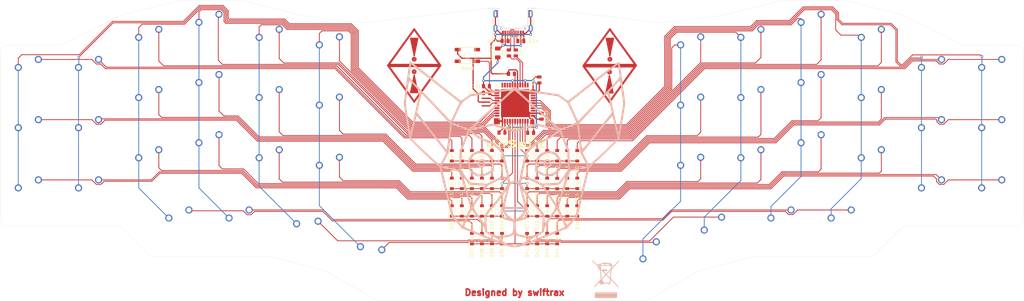
<source format=kicad_pcb>
(kicad_pcb (version 20200119) (host pcbnew "(5.99.0-1351-gc977addfa)")
  (layers (0 "F.Cu" signal) (31 "B.Cu" signal) (34 "B.Paste" user) (35 "F.Paste" user) (36 "B.SilkS" user) (37 "F.SilkS" user) (38 "B.Mask" user) (39 "F.Mask" user) (44 "Edge.Cuts" user))
  (net 0 "")
  (net 1 "GND")
  (net 2 "Net-(C1-Pad1)")
  (net 3 "Net-(D1-Pad2)")
  (net 4 "row0")
  (net 5 "Net-(D2-Pad2)")
  (net 6 "Net-(D3-Pad2)")
  (net 7 "Net-(D4-Pad2)")
  (net 8 "Net-(D5-Pad2)")
  (net 9 "Net-(D6-Pad2)")
  (net 10 "Net-(D7-Pad2)")
  (net 11 "Net-(D8-Pad2)")
  (net 12 "Net-(D9-Pad2)")
  (net 13 "Net-(D10-Pad2)")
  (net 14 "Net-(D11-Pad2)")
  (net 15 "Net-(D12-Pad2)")
  (net 16 "Net-(D13-Pad2)")
  (net 17 "row1")
  (net 18 "Net-(D14-Pad2)")
  (net 19 "Net-(D15-Pad2)")
  (net 20 "Net-(D16-Pad2)")
  (net 21 "Net-(D17-Pad2)")
  (net 22 "Net-(D18-Pad2)")
  (net 23 "Net-(D19-Pad2)")
  (net 24 "Net-(D20-Pad2)")
  (net 25 "Net-(D21-Pad2)")
  (net 26 "Net-(D22-Pad2)")
  (net 27 "Net-(D23-Pad2)")
  (net 28 "Net-(D24-Pad2)")
  (net 29 "Net-(D25-Pad2)")
  (net 30 "Net-(D26-Pad2)")
  (net 31 "Net-(D27-Pad2)")
  (net 32 "row2")
  (net 33 "Net-(D28-Pad2)")
  (net 34 "Net-(D29-Pad2)")
  (net 35 "Net-(D30-Pad2)")
  (net 36 "Net-(D31-Pad2)")
  (net 37 "Net-(D32-Pad2)")
  (net 38 "Net-(D33-Pad2)")
  (net 39 "Net-(D34-Pad2)")
  (net 40 "Net-(D35-Pad2)")
  (net 41 "Net-(D36-Pad2)")
  (net 42 "Net-(D37-Pad2)")
  (net 43 "Net-(D38-Pad2)")
  (net 44 "Net-(D39-Pad2)")
  (net 45 "Net-(D40-Pad2)")
  (net 46 "Net-(D41-Pad2)")
  (net 47 "row3")
  (net 48 "Net-(D42-Pad2)")
  (net 49 "Net-(D43-Pad2)")
  (net 50 "Net-(D44-Pad2)")
  (net 51 "+5V")
  (net 52 "VCC")
  (net 53 "Net-(J1-PadB8)")
  (net 54 "Net-(J1-PadA5)")
  (net 55 "D-")
  (net 56 "Net-(J1-PadB5)")
  (net 57 "Net-(J1-PadA8)")
  (net 58 "D+")
  (net 59 "col0")
  (net 60 "col1")
  (net 61 "col2")
  (net 62 "col3")
  (net 63 "col4")
  (net 64 "col5")
  (net 65 "col8")
  (net 66 "col9")
  (net 67 "col10")
  (net 68 "col11")
  (net 69 "col6")
  (net 70 "col7")
  (net 71 "Net-(R1-Pad1)")
  (net 72 "Net-(R4-Pad2)")
  (net 73 "Net-(R5-Pad2)")
  (net 74 "Net-(R6-Pad1)")
  (net 75 "Net-(U1-Pad42)")
  (net 76 "Net-(U1-Pad41)")
  (net 77 "Net-(U1-Pad36)")
  (net 78 "Net-(U1-Pad18)")
  (net 79 "Net-(U1-Pad17)")
  (net 80 "Net-(U1-Pad16)")
  (net 81 "Net-(U1-Pad12)")
  (net 82 "Net-(U1-Pad11)")
  (net 83 "Net-(U1-Pad10)")
  (net 84 "Net-(U1-Pad9)")
  (net 85 "Net-(U1-Pad8)")
  (net 86 "Net-(U1-Pad1)")
  (module "Symbol:Symbol_Attention_CopperTop_Big" (layer "F.Cu") (at 206.248 32.67075 180)
    (fp_text reference "REF**")
    (fp_text value "Symbol_Attention_CopperTop_Big")
    (fp_line (start 0 -6.858) (end 8.382 4.699) (layer "F.Cu") (width 0.381))
    (fp_line (start 8.382 4.699) (end -8.382 4.699) (layer "F.Cu") (width 0.381))
    (fp_line (start -8.382 4.699) (end 0 -6.858) (layer "F.Cu") (width 0.381))
    (fp_line (start 0 -6.477) (end 7.874 4.445) (layer "F.Cu") (width 0.381))
    (fp_line (start 7.874 4.445) (end -7.874 4.445) (layer "F.Cu") (width 0.381))
    (fp_line (start -7.874 4.445) (end 0 -6.477) (layer "F.Cu") (width 0.381))
    (fp_line (start 0 1.524) (end 0.381 -3.556) (layer "F.Cu") (width 0.381))
    (fp_line (start 0.381 -3.556) (end -0.127 0.127) (layer "F.Cu") (width 0.381))
    (fp_line (start -0.127 0.127) (end 0 -3.556) (layer "F.Cu") (width 0.381))
    (fp_line (start 0 -3.556) (end -0.381 -0.889) (layer "F.Cu") (width 0.381))
    (fp_line (start -0.381 -0.889) (end -0.381 -3.556) (layer "F.Cu") (width 0.381))
    (fp_line (start -0.381 -3.556) (end -0.889 -3.556) (layer "F.Cu") (width 0.381))
    (fp_line (start -0.889 -3.556) (end -0.508 -2.159) (layer "F.Cu") (width 0.381))
    (fp_line (start -0.508 -2.159) (end -0.635 -3.429) (layer "F.Cu") (width 0.381))
    (fp_line (start 0 1.651) (end 0.762 -3.683) (layer "F.Cu") (width 0.381))
    (fp_circle (center 0 2.794) (end 0.127 2.921) (layer "F.Cu") (width 0.381))
    (fp_circle (center 0 2.794) (end 0 2.921) (layer "F.Cu") (width 0.381))
    (fp_circle (center 0 2.794) (end 0.254 3.302) (layer "F.Cu") (width 0.381))
    (fp_line (start 0 -3.81) (end 1.143 -3.81) (layer "F.Cu") (width 0.381))
    (fp_line (start 1.143 -3.81) (end 0 1.651) (layer "F.Cu") (width 0.381))
    (fp_line (start 0 1.651) (end -1.143 -3.81) (layer "F.Cu") (width 0.381))
    (fp_line (start -1.143 -3.81) (end 0 -3.81) (layer "F.Cu") (width 0.381))
  )
  (module "Symbol:Symbol_Attention_CopperTop_Big" (layer "F.Cu") (at 144.4625 32.54375 180)
    (fp_text reference "REF**")
    (fp_text value "Symbol_Attention_CopperTop_Big")
    (fp_line (start 0 -6.858) (end 8.382 4.699) (layer "F.Cu") (width 0.381))
    (fp_line (start 8.382 4.699) (end -8.382 4.699) (layer "F.Cu") (width 0.381))
    (fp_line (start -8.382 4.699) (end 0 -6.858) (layer "F.Cu") (width 0.381))
    (fp_line (start 0 -6.477) (end 7.874 4.445) (layer "F.Cu") (width 0.381))
    (fp_line (start 7.874 4.445) (end -7.874 4.445) (layer "F.Cu") (width 0.381))
    (fp_line (start -7.874 4.445) (end 0 -6.477) (layer "F.Cu") (width 0.381))
    (fp_line (start 0 1.524) (end 0.381 -3.556) (layer "F.Cu") (width 0.381))
    (fp_line (start 0.381 -3.556) (end -0.127 0.127) (layer "F.Cu") (width 0.381))
    (fp_line (start -0.127 0.127) (end 0 -3.556) (layer "F.Cu") (width 0.381))
    (fp_line (start 0 -3.556) (end -0.381 -0.889) (layer "F.Cu") (width 0.381))
    (fp_line (start -0.381 -0.889) (end -0.381 -3.556) (layer "F.Cu") (width 0.381))
    (fp_line (start -0.381 -3.556) (end -0.889 -3.556) (layer "F.Cu") (width 0.381))
    (fp_line (start -0.889 -3.556) (end -0.508 -2.159) (layer "F.Cu") (width 0.381))
    (fp_line (start -0.508 -2.159) (end -0.635 -3.429) (layer "F.Cu") (width 0.381))
    (fp_line (start 0 1.651) (end 0.762 -3.683) (layer "F.Cu") (width 0.381))
    (fp_circle (center 0 2.794) (end 0.127 2.921) (layer "F.Cu") (width 0.381))
    (fp_circle (center 0 2.794) (end 0 2.921) (layer "F.Cu") (width 0.381))
    (fp_circle (center 0 2.794) (end 0.254 3.302) (layer "F.Cu") (width 0.381))
    (fp_line (start 0 -3.81) (end 1.143 -3.81) (layer "F.Cu") (width 0.381))
    (fp_line (start 1.143 -3.81) (end 0 1.651) (layer "F.Cu") (width 0.381))
    (fp_line (start 0 1.651) (end -1.143 -3.81) (layer "F.Cu") (width 0.381))
    (fp_line (start -1.143 -3.81) (end 0 -3.81) (layer "F.Cu") (width 0.381))
  )
  (module "Symbol:Symbol_Attention_CopperTop_Big" (layer "F.Cu") (at 144.4625 23.01875)
    (fp_text reference "REF**")
    (fp_text value "Symbol_Attention_CopperTop_Big")
    (fp_line (start 0 -6.858) (end 8.382 4.699) (layer "F.Cu") (width 0.381))
    (fp_line (start 8.382 4.699) (end -8.382 4.699) (layer "F.Cu") (width 0.381))
    (fp_line (start -8.382 4.699) (end 0 -6.858) (layer "F.Cu") (width 0.381))
    (fp_line (start 0 -6.477) (end 7.874 4.445) (layer "F.Cu") (width 0.381))
    (fp_line (start 7.874 4.445) (end -7.874 4.445) (layer "F.Cu") (width 0.381))
    (fp_line (start -7.874 4.445) (end 0 -6.477) (layer "F.Cu") (width 0.381))
    (fp_line (start 0 1.524) (end 0.381 -3.556) (layer "F.Cu") (width 0.381))
    (fp_line (start 0.381 -3.556) (end -0.127 0.127) (layer "F.Cu") (width 0.381))
    (fp_line (start -0.127 0.127) (end 0 -3.556) (layer "F.Cu") (width 0.381))
    (fp_line (start 0 -3.556) (end -0.381 -0.889) (layer "F.Cu") (width 0.381))
    (fp_line (start -0.381 -0.889) (end -0.381 -3.556) (layer "F.Cu") (width 0.381))
    (fp_line (start -0.381 -3.556) (end -0.889 -3.556) (layer "F.Cu") (width 0.381))
    (fp_line (start -0.889 -3.556) (end -0.508 -2.159) (layer "F.Cu") (width 0.381))
    (fp_line (start -0.508 -2.159) (end -0.635 -3.429) (layer "F.Cu") (width 0.381))
    (fp_line (start 0 1.651) (end 0.762 -3.683) (layer "F.Cu") (width 0.381))
    (fp_circle (center 0 2.794) (end 0.127 2.921) (layer "F.Cu") (width 0.381))
    (fp_circle (center 0 2.794) (end 0 2.921) (layer "F.Cu") (width 0.381))
    (fp_circle (center 0 2.794) (end 0.254 3.302) (layer "F.Cu") (width 0.381))
    (fp_line (start 0 -3.81) (end 1.143 -3.81) (layer "F.Cu") (width 0.381))
    (fp_line (start 1.143 -3.81) (end 0 1.651) (layer "F.Cu") (width 0.381))
    (fp_line (start 0 1.651) (end -1.143 -3.81) (layer "F.Cu") (width 0.381))
    (fp_line (start -1.143 -3.81) (end 0 -3.81) (layer "F.Cu") (width 0.381))
  )
  (module "Symbol:Symbol_Attention_CopperTop_Big" (layer "F.Cu") (at 206.375 23.01875)
    (fp_text reference "REF**")
    (fp_text value "Symbol_Attention_CopperTop_Big")
    (fp_line (start 0 -6.858) (end 8.382 4.699) (layer "F.Cu") (width 0.381))
    (fp_line (start 8.382 4.699) (end -8.382 4.699) (layer "F.Cu") (width 0.381))
    (fp_line (start -8.382 4.699) (end 0 -6.858) (layer "F.Cu") (width 0.381))
    (fp_line (start 0 -6.477) (end 7.874 4.445) (layer "F.Cu") (width 0.381))
    (fp_line (start 7.874 4.445) (end -7.874 4.445) (layer "F.Cu") (width 0.381))
    (fp_line (start -7.874 4.445) (end 0 -6.477) (layer "F.Cu") (width 0.381))
    (fp_line (start 0 1.524) (end 0.381 -3.556) (layer "F.Cu") (width 0.381))
    (fp_line (start 0.381 -3.556) (end -0.127 0.127) (layer "F.Cu") (width 0.381))
    (fp_line (start -0.127 0.127) (end 0 -3.556) (layer "F.Cu") (width 0.381))
    (fp_line (start 0 -3.556) (end -0.381 -0.889) (layer "F.Cu") (width 0.381))
    (fp_line (start -0.381 -0.889) (end -0.381 -3.556) (layer "F.Cu") (width 0.381))
    (fp_line (start -0.381 -3.556) (end -0.889 -3.556) (layer "F.Cu") (width 0.381))
    (fp_line (start -0.889 -3.556) (end -0.508 -2.159) (layer "F.Cu") (width 0.381))
    (fp_line (start -0.508 -2.159) (end -0.635 -3.429) (layer "F.Cu") (width 0.381))
    (fp_line (start 0 1.651) (end 0.762 -3.683) (layer "F.Cu") (width 0.381))
    (fp_circle (center 0 2.794) (end 0.127 2.921) (layer "F.Cu") (width 0.381))
    (fp_circle (center 0 2.794) (end 0 2.921) (layer "F.Cu") (width 0.381))
    (fp_circle (center 0 2.794) (end 0.254 3.302) (layer "F.Cu") (width 0.381))
    (fp_line (start 0 -3.81) (end 1.143 -3.81) (layer "F.Cu") (width 0.381))
    (fp_line (start 1.143 -3.81) (end 0 1.651) (layer "F.Cu") (width 0.381))
    (fp_line (start 0 1.651) (end -1.143 -3.81) (layer "F.Cu") (width 0.381))
    (fp_line (start -1.143 -3.81) (end 0 -3.81) (layer "F.Cu") (width 0.381))
  )
  (module "Symbol:WEEE-Logo_8.4x12mm_SilkScreen" (layer "B.Cu") (at 205.1 95.35 180)
    (fp_text reference "REF**" hide)
    (fp_text value "WEEE-Logo_8.4x12mm_SilkScreen" hide)
  )
  (module "Local_Project:Lemur70mm" (layer "B.Cu") (at 176.2 54.8 180)
    (fp_text reference "G***")
    (fp_text value "LOGO" hide)
  )
  (module "MX_Only:MXOnly-1U-NoLED" (layer "F.Cu") (at 308.76875 69.05625)
    (fp_text reference "K_35")
    (fp_text value "Question")
    (pad "2" thru_hole circle (at 2.54 -5.08) (size 2.25 2.25) (drill 1.47) (layers *.Cu "B.Mask") (net 40 "Net-(D35-Pad2)"))
    (pad "" np_thru_hole circle (at 0 0) (size 3.9878 3.9878) (drill 3.9878) (layers *.Cu *.Mask))
    (pad "1" thru_hole circle (at -3.81 -2.54) (size 2.25 2.25) (drill 1.47) (layers *.Cu "B.Mask") (net 67 "col10"))
    (pad "" np_thru_hole circle (at -5.08 0 48.0996) (size 1.75 1.75) (drill 1.75) (layers *.Cu *.Mask))
    (pad "" np_thru_hole circle (at 5.08 0 48.0996) (size 1.75 1.75) (drill 1.75) (layers *.Cu *.Mask))
  )
  (module "Local_Project:Resonator_SMD_muRata_CSTxExxV-3Pin_3.0x1.1mm_HandSoldering_Compact" (layer "F.Cu") (at 167.16875 39.36625 90)
    (fp_text reference "Y1" hide)
    (fp_text value "16MHz" hide)
    (pad "1" smd roundrect (at -1.2 0 90) (size 0.4 2.8) (layers "F.Cu" "F.Paste" "F.Mask") (net 79 "Net-(U1-Pad17)"))
    (pad "2" smd roundrect (at 0 0 90) (size 0.4 2.8) (layers "F.Cu" "F.Paste" "F.Mask") (net 1 "GND"))
    (pad "3" smd roundrect (at 1.2 0 90) (size 0.4 2.8) (layers "F.Cu" "F.Paste" "F.Mask") (net 80 "Net-(U1-Pad16)"))
  )
  (module "Package_QFP:TQFP-44_10x10mm_P0.8mm" (layer "F.Cu") (at 176.375 39.6875 -90)
    (fp_text reference "U1")
    (fp_text value "ATmega32U4-AU" (at 7.65 -0.0025 180) (layer "F.SilkS"))
    (pad "44" smd rect (at -4 -5.7) (size 1.5 0.55) (layers "F.Cu" "F.Paste" "F.Mask") (net 51 "+5V"))
    (pad "43" smd rect (at -3.2 -5.7) (size 1.5 0.55) (layers "F.Cu" "F.Paste" "F.Mask") (net 1 "GND"))
    (pad "42" smd rect (at -2.4 -5.7) (size 1.5 0.55) (layers "F.Cu" "F.Paste" "F.Mask") (net 75 "Net-(U1-Pad42)"))
    (pad "41" smd rect (at -1.6 -5.7) (size 1.5 0.55) (layers "F.Cu" "F.Paste" "F.Mask") (net 76 "Net-(U1-Pad41)"))
    (pad "40" smd rect (at -0.8 -5.7) (size 1.5 0.55) (layers "F.Cu" "F.Paste" "F.Mask") (net 68 "col11"))
    (pad "39" smd rect (at 0 -5.7) (size 1.5 0.55) (layers "F.Cu" "F.Paste" "F.Mask") (net 67 "col10"))
    (pad "38" smd rect (at 0.8 -5.7) (size 1.5 0.55) (layers "F.Cu" "F.Paste" "F.Mask") (net 66 "col9"))
    (pad "37" smd rect (at 1.6 -5.7) (size 1.5 0.55) (layers "F.Cu" "F.Paste" "F.Mask") (net 65 "col8"))
    (pad "36" smd rect (at 2.4 -5.7) (size 1.5 0.55) (layers "F.Cu" "F.Paste" "F.Mask") (net 77 "Net-(U1-Pad36)"))
    (pad "35" smd rect (at 3.2 -5.7) (size 1.5 0.55) (layers "F.Cu" "F.Paste" "F.Mask") (net 1 "GND"))
    (pad "34" smd rect (at 4 -5.7) (size 1.5 0.55) (layers "F.Cu" "F.Paste" "F.Mask") (net 51 "+5V"))
    (pad "33" smd rect (at 5.7 -4 270) (size 1.5 0.55) (layers "F.Cu" "F.Paste" "F.Mask") (net 74 "Net-(R6-Pad1)"))
    (pad "32" smd rect (at 5.7 -3.2 270) (size 1.5 0.55) (layers "F.Cu" "F.Paste" "F.Mask") (net 70 "col7"))
    (pad "31" smd rect (at 5.7 -2.4 270) (size 1.5 0.55) (layers "F.Cu" "F.Paste" "F.Mask") (net 69 "col6"))
    (pad "30" smd rect (at 5.7 -1.6 270) (size 1.5 0.55) (layers "F.Cu" "F.Paste" "F.Mask") (net 4 "row0"))
    (pad "29" smd rect (at 5.7 -0.8 270) (size 1.5 0.55) (layers "F.Cu" "F.Paste" "F.Mask") (net 32 "row2"))
    (pad "28" smd rect (at 5.7 0 270) (size 1.5 0.55) (layers "F.Cu" "F.Paste" "F.Mask") (net 47 "row3"))
    (pad "27" smd rect (at 5.7 0.8 270) (size 1.5 0.55) (layers "F.Cu" "F.Paste" "F.Mask") (net 17 "row1"))
    (pad "26" smd rect (at 5.7 1.6 270) (size 1.5 0.55) (layers "F.Cu" "F.Paste" "F.Mask") (net 64 "col5"))
    (pad "25" smd rect (at 5.7 2.4 270) (size 1.5 0.55) (layers "F.Cu" "F.Paste" "F.Mask") (net 63 "col4"))
    (pad "24" smd rect (at 5.7 3.2 270) (size 1.5 0.55) (layers "F.Cu" "F.Paste" "F.Mask") (net 51 "+5V"))
    (pad "23" smd rect (at 5.7 4 270) (size 1.5 0.55) (layers "F.Cu" "F.Paste" "F.Mask") (net 1 "GND"))
    (pad "22" smd rect (at 4 5.7) (size 1.5 0.55) (layers "F.Cu" "F.Paste" "F.Mask") (net 62 "col3"))
    (pad "21" smd rect (at 3.2 5.7) (size 1.5 0.55) (layers "F.Cu" "F.Paste" "F.Mask") (net 61 "col2"))
    (pad "20" smd rect (at 2.4 5.7) (size 1.5 0.55) (layers "F.Cu" "F.Paste" "F.Mask") (net 60 "col1"))
    (pad "19" smd rect (at 1.6 5.7) (size 1.5 0.55) (layers "F.Cu" "F.Paste" "F.Mask") (net 59 "col0"))
    (pad "18" smd rect (at 0.8 5.7) (size 1.5 0.55) (layers "F.Cu" "F.Paste" "F.Mask") (net 78 "Net-(U1-Pad18)"))
    (pad "17" smd rect (at 0 5.7) (size 1.5 0.55) (layers "F.Cu" "F.Paste" "F.Mask") (net 79 "Net-(U1-Pad17)"))
    (pad "16" smd rect (at -0.8 5.7) (size 1.5 0.55) (layers "F.Cu" "F.Paste" "F.Mask") (net 80 "Net-(U1-Pad16)"))
    (pad "15" smd rect (at -1.6 5.7) (size 1.5 0.55) (layers "F.Cu" "F.Paste" "F.Mask") (net 1 "GND"))
    (pad "14" smd rect (at -2.4 5.7) (size 1.5 0.55) (layers "F.Cu" "F.Paste" "F.Mask") (net 51 "+5V"))
    (pad "13" smd rect (at -3.2 5.7) (size 1.5 0.55) (layers "F.Cu" "F.Paste" "F.Mask") (net 71 "Net-(R1-Pad1)"))
    (pad "12" smd rect (at -4 5.7) (size 1.5 0.55) (layers "F.Cu" "F.Paste" "F.Mask") (net 81 "Net-(U1-Pad12)"))
    (pad "11" smd rect (at -5.7 4 270) (size 1.5 0.55) (layers "F.Cu" "F.Paste" "F.Mask") (net 82 "Net-(U1-Pad11)"))
    (pad "10" smd rect (at -5.7 3.2 270) (size 1.5 0.55) (layers "F.Cu" "F.Paste" "F.Mask") (net 83 "Net-(U1-Pad10)"))
    (pad "9" smd rect (at -5.7 2.4 270) (size 1.5 0.55) (layers "F.Cu" "F.Paste" "F.Mask") (net 84 "Net-(U1-Pad9)"))
    (pad "8" smd rect (at -5.7 1.6 270) (size 1.5 0.55) (layers "F.Cu" "F.Paste" "F.Mask") (net 85 "Net-(U1-Pad8)"))
    (pad "7" smd rect (at -5.7 0.8 270) (size 1.5 0.55) (layers "F.Cu" "F.Paste" "F.Mask") (net 51 "+5V"))
    (pad "6" smd rect (at -5.7 0 270) (size 1.5 0.55) (layers "F.Cu" "F.Paste" "F.Mask") (net 2 "Net-(C1-Pad1)"))
    (pad "5" smd rect (at -5.7 -0.8 270) (size 1.5 0.55) (layers "F.Cu" "F.Paste" "F.Mask") (net 1 "GND"))
    (pad "4" smd rect (at -5.7 -1.6 270) (size 1.5 0.55) (layers "F.Cu" "F.Paste" "F.Mask") (net 72 "Net-(R4-Pad2)"))
    (pad "3" smd rect (at -5.7 -2.4 270) (size 1.5 0.55) (layers "F.Cu" "F.Paste" "F.Mask") (net 73 "Net-(R5-Pad2)"))
    (pad "2" smd rect (at -5.7 -3.2 270) (size 1.5 0.55) (layers "F.Cu" "F.Paste" "F.Mask") (net 51 "+5V"))
    (pad "1" smd rect (at -5.7 -4 270) (size 1.5 0.55) (layers "F.Cu" "F.Paste" "F.Mask") (net 86 "Net-(U1-Pad1)"))
  )
  (module "Local_Project:SKQG-1155865" (layer "F.Cu") (at 161.29375 24.60625 180)
    (fp_text reference "SW1")
    (fp_text value "Reset" (at 0 -4.064) (layer "F.SilkS"))
    (pad "4" smd rect (at -3.1 1.85 180) (size 1.8 1.1) (layers "F.Cu" "F.Paste" "F.Mask"))
    (pad "3" smd rect (at 3.1 -1.85 180) (size 1.8 1.1) (layers "F.Cu" "F.Paste" "F.Mask"))
    (pad "2" smd rect (at -3.1 -1.85 180) (size 1.8 1.1) (layers "F.Cu" "F.Paste" "F.Mask") (net 71 "Net-(R1-Pad1)"))
    (pad "1" smd rect (at 3.1 1.85 180) (size 1.8 1.1) (layers "F.Cu" "F.Paste" "F.Mask") (net 1 "GND"))
  )
  (module "Resistor_SMD:R_0805_2012Metric" (layer "F.Cu") (at 181.3075 49.0775)
    (fp_text reference "R6")
    (fp_text value "10k" (at 0 1.65) (layer "F.SilkS"))
    (pad "2" smd roundrect (at 0.9375 0) (size 0.975 1.4) (layers "F.Cu" "F.Paste" "F.Mask") (net 1 "GND"))
    (pad "1" smd roundrect (at -0.9375 0) (size 0.975 1.4) (layers "F.Cu" "F.Paste" "F.Mask") (net 74 "Net-(R6-Pad1)"))
  )
  (module "Resistor_SMD:R_0805_2012Metric" (layer "F.Cu") (at 176.59625 23.8125 -90)
    (fp_text reference "R5")
    (fp_text value "22" (at 0 -1.7 90) (layer "F.SilkS"))
    (pad "2" smd roundrect (at 0.9375 0 270) (size 0.975 1.4) (layers "F.Cu" "F.Paste" "F.Mask") (net 73 "Net-(R5-Pad2)"))
    (pad "1" smd roundrect (at -0.9375 0 270) (size 0.975 1.4) (layers "F.Cu" "F.Paste" "F.Mask") (net 55 "D-"))
  )
  (module "Resistor_SMD:R_0805_2012Metric" (layer "F.Cu") (at 174.41125 23.8125 -90)
    (fp_text reference "R4")
    (fp_text value "22" (at 0 1.65 90) (layer "F.SilkS"))
    (pad "2" smd roundrect (at 0.9375 0 270) (size 0.975 1.4) (layers "F.Cu" "F.Paste" "F.Mask") (net 72 "Net-(R4-Pad2)"))
    (pad "1" smd roundrect (at -0.9375 0 270) (size 0.975 1.4) (layers "F.Cu" "F.Paste" "F.Mask") (net 58 "D+"))
  )
  (module "Resistor_SMD:R_0805_2012Metric" (layer "F.Cu") (at 173.2375 20.0625 180)
    (fp_text reference "R3")
    (fp_text value "5.1k" (at 4.1125 0) (layer "F.SilkS"))
    (pad "2" smd roundrect (at 0.9375 0 180) (size 0.975 1.4) (layers "F.Cu" "F.Paste" "F.Mask") (net 1 "GND"))
    (pad "1" smd roundrect (at -0.9375 0 180) (size 0.975 1.4) (layers "F.Cu" "F.Paste" "F.Mask") (net 56 "Net-(J1-PadB5)"))
  )
  (module "Resistor_SMD:R_0805_2012Metric" (layer "F.Cu") (at 178.1875 20.075)
    (fp_text reference "R2")
    (fp_text value "5.1k" (at 3.96875 0) (layer "F.SilkS"))
    (pad "2" smd roundrect (at 0.9375 0) (size 0.975 1.4) (layers "F.Cu" "F.Paste" "F.Mask") (net 1 "GND"))
    (pad "1" smd roundrect (at -0.9375 0) (size 0.975 1.4) (layers "F.Cu" "F.Paste" "F.Mask") (net 54 "Net-(J1-PadA5)"))
  )
  (module "Resistor_SMD:R_0805_2012Metric" (layer "F.Cu") (at 167.3275 34.3375 180)
    (fp_text reference "R1")
    (fp_text value "10k" (at 3.07 0) (layer "F.SilkS"))
    (pad "2" smd roundrect (at 0.9375 0 180) (size 0.975 1.4) (layers "F.Cu" "F.Paste" "F.Mask") (net 51 "+5V"))
    (pad "1" smd roundrect (at -0.9375 0 180) (size 0.975 1.4) (layers "F.Cu" "F.Paste" "F.Mask") (net 71 "Net-(R1-Pad1)"))
  )
  (module "MX_Only:MXOnly-1U-NoLED" (layer "F.Cu") (at 280.19375 78.58125)
    (fp_text reference "K_44")
    (fp_text value "Alt")
    (pad "2" thru_hole circle (at 2.54 -5.08) (size 2.25 2.25) (drill 1.47) (layers *.Cu "B.Mask") (net 50 "Net-(D44-Pad2)"))
    (pad "" np_thru_hole circle (at 0 0) (size 3.9878 3.9878) (drill 3.9878) (layers *.Cu *.Mask))
    (pad "1" thru_hole circle (at -3.81 -2.54) (size 2.25 2.25) (drill 1.47) (layers *.Cu "B.Mask") (net 66 "col9"))
    (pad "" np_thru_hole circle (at -5.08 0 48.0996) (size 1.75 1.75) (drill 1.75) (layers *.Cu *.Mask))
    (pad "" np_thru_hole circle (at 5.08 0 48.0996) (size 1.75 1.75) (drill 1.75) (layers *.Cu *.Mask))
  )
  (module "MX_Only:MXOnly-1U-NoLED" (layer "F.Cu") (at 261.14375 78.58125)
    (fp_text reference "K_43")
    (fp_text value "Backspace")
    (pad "2" thru_hole circle (at 2.54 -5.08) (size 2.25 2.25) (drill 1.47) (layers *.Cu "B.Mask") (net 49 "Net-(D43-Pad2)"))
    (pad "" np_thru_hole circle (at 0 0) (size 3.9878 3.9878) (drill 3.9878) (layers *.Cu *.Mask))
    (pad "1" thru_hole circle (at -3.81 -2.54) (size 2.25 2.25) (drill 1.47) (layers *.Cu "B.Mask") (net 65 "col8"))
    (pad "" np_thru_hole circle (at -5.08 0 48.0996) (size 1.75 1.75) (drill 1.75) (layers *.Cu *.Mask))
    (pad "" np_thru_hole circle (at 5.08 0 48.0996) (size 1.75 1.75) (drill 1.75) (layers *.Cu *.Mask))
  )
  (module "MX_Only:MXOnly-1U-NoLED" (layer "F.Cu") (at 240.575 81.325 15)
    (fp_text reference "K_42")
    (fp_text value "Space")
    (pad "2" thru_hole circle (at 2.54 -5.08 15) (size 2.25 2.25) (drill 1.47) (layers *.Cu "B.Mask") (net 48 "Net-(D42-Pad2)"))
    (pad "" np_thru_hole circle (at 0 0 15) (size 3.9878 3.9878) (drill 3.9878) (layers *.Cu *.Mask))
    (pad "1" thru_hole circle (at -3.81 -2.54 15) (size 2.25 2.25) (drill 1.47) (layers *.Cu "B.Mask") (net 70 "col7"))
    (pad "" np_thru_hole circle (at -5.08 0 63.0996) (size 1.75 1.75) (drill 1.75) (layers *.Cu *.Mask))
    (pad "" np_thru_hole circle (at 5.08 0 63.0996) (size 1.75 1.75) (drill 1.75) (layers *.Cu *.Mask))
  )
  (module "MX_Only:MXOnly-1U-NoLED" (layer "F.Cu") (at 221.4 89.25 30)
    (fp_text reference "K_41")
    (fp_text value "Enter")
    (pad "2" thru_hole circle (at 2.54 -5.08 30) (size 2.25 2.25) (drill 1.47) (layers *.Cu "B.Mask") (net 46 "Net-(D41-Pad2)"))
    (pad "" np_thru_hole circle (at 0 0 30) (size 3.9878 3.9878) (drill 3.9878) (layers *.Cu *.Mask))
    (pad "1" thru_hole circle (at -3.81 -2.54 30) (size 2.25 2.25) (drill 1.47) (layers *.Cu "B.Mask") (net 69 "col6"))
    (pad "" np_thru_hole circle (at -5.08 0 78.0996) (size 1.75 1.75) (drill 1.75) (layers *.Cu *.Mask))
    (pad "" np_thru_hole circle (at 5.08 0 78.0996) (size 1.75 1.75) (drill 1.75) (layers *.Cu *.Mask))
  )
  (module "MX_Only:MXOnly-1U-NoLED" (layer "F.Cu") (at 129.475 89.225 -30)
    (fp_text reference "K_40")
    (fp_text value "ESC")
    (pad "2" thru_hole circle (at 2.54 -5.08 330) (size 2.25 2.25) (drill 1.47) (layers *.Cu "B.Mask") (net 45 "Net-(D40-Pad2)"))
    (pad "" np_thru_hole circle (at 0 0 330) (size 3.9878 3.9878) (drill 3.9878) (layers *.Cu *.Mask))
    (pad "1" thru_hole circle (at -3.81 -2.54 330) (size 2.25 2.25) (drill 1.47) (layers *.Cu "B.Mask") (net 64 "col5"))
    (pad "" np_thru_hole circle (at -5.08 0 18.0996) (size 1.75 1.75) (drill 1.75) (layers *.Cu *.Mask))
    (pad "" np_thru_hole circle (at 5.08 0 18.0996) (size 1.75 1.75) (drill 1.75) (layers *.Cu *.Mask))
  )
  (module "MX_Only:MXOnly-1U-NoLED" (layer "F.Cu") (at 110.275 81.3 -15)
    (fp_text reference "K_39")
    (fp_text value "FN")
    (pad "2" thru_hole circle (at 2.54 -5.08 345) (size 2.25 2.25) (drill 1.47) (layers *.Cu "B.Mask") (net 44 "Net-(D39-Pad2)"))
    (pad "" np_thru_hole circle (at 0 0 345) (size 3.9878 3.9878) (drill 3.9878) (layers *.Cu *.Mask))
    (pad "1" thru_hole circle (at -3.81 -2.54 345) (size 2.25 2.25) (drill 1.47) (layers *.Cu "B.Mask") (net 63 "col4"))
    (pad "" np_thru_hole circle (at -5.08 0 33.0996) (size 1.75 1.75) (drill 1.75) (layers *.Cu *.Mask))
    (pad "" np_thru_hole circle (at 5.08 0 33.0996) (size 1.75 1.75) (drill 1.75) (layers *.Cu *.Mask))
  )
  (module "MX_Only:MXOnly-1U-NoLED" (layer "F.Cu") (at 89.69375 78.58125)
    (fp_text reference "K_38")
    (fp_text value "Del")
    (pad "2" thru_hole circle (at 2.54 -5.08) (size 2.25 2.25) (drill 1.47) (layers *.Cu "B.Mask") (net 43 "Net-(D38-Pad2)"))
    (pad "" np_thru_hole circle (at 0 0) (size 3.9878 3.9878) (drill 3.9878) (layers *.Cu *.Mask))
    (pad "1" thru_hole circle (at -3.81 -2.54) (size 2.25 2.25) (drill 1.47) (layers *.Cu "B.Mask") (net 62 "col3"))
    (pad "" np_thru_hole circle (at -5.08 0 48.0996) (size 1.75 1.75) (drill 1.75) (layers *.Cu *.Mask))
    (pad "" np_thru_hole circle (at 5.08 0 48.0996) (size 1.75 1.75) (drill 1.75) (layers *.Cu *.Mask))
  )
  (module "MX_Only:MXOnly-1U-NoLED" (layer "F.Cu") (at 70.64375 78.58125)
    (fp_text reference "K_37")
    (fp_text value "Win")
    (pad "2" thru_hole circle (at 2.54 -5.08) (size 2.25 2.25) (drill 1.47) (layers *.Cu "B.Mask") (net 42 "Net-(D37-Pad2)"))
    (pad "" np_thru_hole circle (at 0 0) (size 3.9878 3.9878) (drill 3.9878) (layers *.Cu *.Mask))
    (pad "1" thru_hole circle (at -3.81 -2.54) (size 2.25 2.25) (drill 1.47) (layers *.Cu "B.Mask") (net 61 "col2"))
    (pad "" np_thru_hole circle (at -5.08 0 48.0996) (size 1.75 1.75) (drill 1.75) (layers *.Cu *.Mask))
    (pad "" np_thru_hole circle (at 5.08 0 48.0996) (size 1.75 1.75) (drill 1.75) (layers *.Cu *.Mask))
  )
  (module "MX_Only:MXOnly-1U-NoLED" (layer "F.Cu") (at 327.81875 69.05625)
    (fp_text reference "K_36")
    (fp_text value "Minus")
    (pad "2" thru_hole circle (at 2.54 -5.08) (size 2.25 2.25) (drill 1.47) (layers *.Cu "B.Mask") (net 41 "Net-(D36-Pad2)"))
    (pad "" np_thru_hole circle (at 0 0) (size 3.9878 3.9878) (drill 3.9878) (layers *.Cu *.Mask))
    (pad "1" thru_hole circle (at -3.81 -2.54) (size 2.25 2.25) (drill 1.47) (layers *.Cu "B.Mask") (net 68 "col11"))
    (pad "" np_thru_hole circle (at -5.08 0 48.0996) (size 1.75 1.75) (drill 1.75) (layers *.Cu *.Mask))
    (pad "" np_thru_hole circle (at 5.08 0 48.0996) (size 1.75 1.75) (drill 1.75) (layers *.Cu *.Mask))
  )
  (module "MX_Only:MXOnly-1U-NoLED" (layer "F.Cu") (at 289.71875 59.53125)
    (fp_text reference "K_34")
    (fp_text value "Comma")
    (pad "2" thru_hole circle (at 2.54 -5.08) (size 2.25 2.25) (drill 1.47) (layers *.Cu "B.Mask") (net 39 "Net-(D34-Pad2)"))
    (pad "" np_thru_hole circle (at 0 0) (size 3.9878 3.9878) (drill 3.9878) (layers *.Cu *.Mask))
    (pad "1" thru_hole circle (at -3.81 -2.54) (size 2.25 2.25) (drill 1.47) (layers *.Cu "B.Mask") (net 66 "col9"))
    (pad "" np_thru_hole circle (at -5.08 0 48.0996) (size 1.75 1.75) (drill 1.75) (layers *.Cu *.Mask))
    (pad "" np_thru_hole circle (at 5.08 0 48.0996) (size 1.75 1.75) (drill 1.75) (layers *.Cu *.Mask))
  )
  (module "MX_Only:MXOnly-1U-NoLED" (layer "F.Cu") (at 270.66875 54.76875)
    (fp_text reference "K_33")
    (fp_text value "Dot")
    (pad "2" thru_hole circle (at 2.54 -5.08) (size 2.25 2.25) (drill 1.47) (layers *.Cu "B.Mask") (net 38 "Net-(D33-Pad2)"))
    (pad "" np_thru_hole circle (at 0 0) (size 3.9878 3.9878) (drill 3.9878) (layers *.Cu *.Mask))
    (pad "1" thru_hole circle (at -3.81 -2.54) (size 2.25 2.25) (drill 1.47) (layers *.Cu "B.Mask") (net 65 "col8"))
    (pad "" np_thru_hole circle (at -5.08 0 48.0996) (size 1.75 1.75) (drill 1.75) (layers *.Cu *.Mask))
    (pad "" np_thru_hole circle (at 5.08 0 48.0996) (size 1.75 1.75) (drill 1.75) (layers *.Cu *.Mask))
  )
  (module "MX_Only:MXOnly-1U-NoLED" (layer "F.Cu") (at 251.61875 59.53125)
    (fp_text reference "K_32")
    (fp_text value "M")
    (pad "2" thru_hole circle (at 2.54 -5.08) (size 2.25 2.25) (drill 1.47) (layers *.Cu "B.Mask") (net 37 "Net-(D32-Pad2)"))
    (pad "" np_thru_hole circle (at 0 0) (size 3.9878 3.9878) (drill 3.9878) (layers *.Cu *.Mask))
    (pad "1" thru_hole circle (at -3.81 -2.54) (size 2.25 2.25) (drill 1.47) (layers *.Cu "B.Mask") (net 70 "col7"))
    (pad "" np_thru_hole circle (at -5.08 0 48.0996) (size 1.75 1.75) (drill 1.75) (layers *.Cu *.Mask))
    (pad "" np_thru_hole circle (at 5.08 0 48.0996) (size 1.75 1.75) (drill 1.75) (layers *.Cu *.Mask))
  )
  (module "MX_Only:MXOnly-1U-NoLED" (layer "F.Cu") (at 232.56875 61.9125)
    (fp_text reference "K_31")
    (fp_text value "N")
    (pad "2" thru_hole circle (at 2.54 -5.08) (size 2.25 2.25) (drill 1.47) (layers *.Cu "B.Mask") (net 36 "Net-(D31-Pad2)"))
    (pad "" np_thru_hole circle (at 0 0) (size 3.9878 3.9878) (drill 3.9878) (layers *.Cu *.Mask))
    (pad "1" thru_hole circle (at -3.81 -2.54) (size 2.25 2.25) (drill 1.47) (layers *.Cu "B.Mask") (net 69 "col6"))
    (pad "" np_thru_hole circle (at -5.08 0 48.0996) (size 1.75 1.75) (drill 1.75) (layers *.Cu *.Mask))
    (pad "" np_thru_hole circle (at 5.08 0 48.0996) (size 1.75 1.75) (drill 1.75) (layers *.Cu *.Mask))
  )
  (module "MX_Only:MXOnly-1U-NoLED" (layer "F.Cu") (at 118.26875 61.9125)
    (fp_text reference "K_30")
    (fp_text value "B")
    (pad "2" thru_hole circle (at 2.54 -5.08) (size 2.25 2.25) (drill 1.47) (layers *.Cu "B.Mask") (net 35 "Net-(D30-Pad2)"))
    (pad "" np_thru_hole circle (at 0 0) (size 3.9878 3.9878) (drill 3.9878) (layers *.Cu *.Mask))
    (pad "1" thru_hole circle (at -3.81 -2.54) (size 2.25 2.25) (drill 1.47) (layers *.Cu "B.Mask") (net 64 "col5"))
    (pad "" np_thru_hole circle (at -5.08 0 48.0996) (size 1.75 1.75) (drill 1.75) (layers *.Cu *.Mask))
    (pad "" np_thru_hole circle (at 5.08 0 48.0996) (size 1.75 1.75) (drill 1.75) (layers *.Cu *.Mask))
  )
  (module "MX_Only:MXOnly-1U-NoLED" (layer "F.Cu") (at 99.21875 59.53125)
    (fp_text reference "K_29")
    (fp_text value "V")
    (pad "2" thru_hole circle (at 2.54 -5.08) (size 2.25 2.25) (drill 1.47) (layers *.Cu "B.Mask") (net 34 "Net-(D29-Pad2)"))
    (pad "" np_thru_hole circle (at 0 0) (size 3.9878 3.9878) (drill 3.9878) (layers *.Cu *.Mask))
    (pad "1" thru_hole circle (at -3.81 -2.54) (size 2.25 2.25) (drill 1.47) (layers *.Cu "B.Mask") (net 63 "col4"))
    (pad "" np_thru_hole circle (at -5.08 0 48.0996) (size 1.75 1.75) (drill 1.75) (layers *.Cu *.Mask))
    (pad "" np_thru_hole circle (at 5.08 0 48.0996) (size 1.75 1.75) (drill 1.75) (layers *.Cu *.Mask))
  )
  (module "MX_Only:MXOnly-1U-NoLED" (layer "F.Cu") (at 80.16875 54.76875)
    (fp_text reference "K_28")
    (fp_text value "C")
    (pad "2" thru_hole circle (at 2.54 -5.08) (size 2.25 2.25) (drill 1.47) (layers *.Cu "B.Mask") (net 33 "Net-(D28-Pad2)"))
    (pad "" np_thru_hole circle (at 0 0) (size 3.9878 3.9878) (drill 3.9878) (layers *.Cu *.Mask))
    (pad "1" thru_hole circle (at -3.81 -2.54) (size 2.25 2.25) (drill 1.47) (layers *.Cu "B.Mask") (net 62 "col3"))
    (pad "" np_thru_hole circle (at -5.08 0 48.0996) (size 1.75 1.75) (drill 1.75) (layers *.Cu *.Mask))
    (pad "" np_thru_hole circle (at 5.08 0 48.0996) (size 1.75 1.75) (drill 1.75) (layers *.Cu *.Mask))
  )
  (module "MX_Only:MXOnly-1U-NoLED" (layer "F.Cu") (at 61.11875 59.53125)
    (fp_text reference "K_27")
    (fp_text value "X")
    (pad "2" thru_hole circle (at 2.54 -5.08) (size 2.25 2.25) (drill 1.47) (layers *.Cu "B.Mask") (net 31 "Net-(D27-Pad2)"))
    (pad "" np_thru_hole circle (at 0 0) (size 3.9878 3.9878) (drill 3.9878) (layers *.Cu *.Mask))
    (pad "1" thru_hole circle (at -3.81 -2.54) (size 2.25 2.25) (drill 1.47) (layers *.Cu "B.Mask") (net 61 "col2"))
    (pad "" np_thru_hole circle (at -5.08 0 48.0996) (size 1.75 1.75) (drill 1.75) (layers *.Cu *.Mask))
    (pad "" np_thru_hole circle (at 5.08 0 48.0996) (size 1.75 1.75) (drill 1.75) (layers *.Cu *.Mask))
  )
  (module "MX_Only:MXOnly-1U-NoLED" (layer "F.Cu") (at 42.06875 69.05625)
    (fp_text reference "K_26")
    (fp_text value "Z")
    (pad "2" thru_hole circle (at 2.54 -5.08) (size 2.25 2.25) (drill 1.47) (layers *.Cu "B.Mask") (net 30 "Net-(D26-Pad2)"))
    (pad "" np_thru_hole circle (at 0 0) (size 3.9878 3.9878) (drill 3.9878) (layers *.Cu *.Mask))
    (pad "1" thru_hole circle (at -3.81 -2.54) (size 2.25 2.25) (drill 1.47) (layers *.Cu "B.Mask") (net 60 "col1"))
    (pad "" np_thru_hole circle (at -5.08 0 48.0996) (size 1.75 1.75) (drill 1.75) (layers *.Cu *.Mask))
    (pad "" np_thru_hole circle (at 5.08 0 48.0996) (size 1.75 1.75) (drill 1.75) (layers *.Cu *.Mask))
  )
  (module "MX_Only:MXOnly-1U-NoLED" (layer "F.Cu") (at 23.01875 69.05625)
    (fp_text reference "K_25")
    (fp_text value "Shift")
    (pad "2" thru_hole circle (at 2.54 -5.08) (size 2.25 2.25) (drill 1.47) (layers *.Cu "B.Mask") (net 29 "Net-(D25-Pad2)"))
    (pad "" np_thru_hole circle (at 0 0) (size 3.9878 3.9878) (drill 3.9878) (layers *.Cu *.Mask))
    (pad "1" thru_hole circle (at -3.81 -2.54) (size 2.25 2.25) (drill 1.47) (layers *.Cu "B.Mask") (net 59 "col0"))
    (pad "" np_thru_hole circle (at -5.08 0 48.0996) (size 1.75 1.75) (drill 1.75) (layers *.Cu *.Mask))
    (pad "" np_thru_hole circle (at 5.08 0 48.0996) (size 1.75 1.75) (drill 1.75) (layers *.Cu *.Mask))
  )
  (module "MX_Only:MXOnly-1U-NoLED" (layer "F.Cu") (at 327.81875 50.00625)
    (fp_text reference "K_24")
    (fp_text value "Quote")
    (pad "2" thru_hole circle (at 2.54 -5.08) (size 2.25 2.25) (drill 1.47) (layers *.Cu "B.Mask") (net 28 "Net-(D24-Pad2)"))
    (pad "" np_thru_hole circle (at 0 0) (size 3.9878 3.9878) (drill 3.9878) (layers *.Cu *.Mask))
    (pad "1" thru_hole circle (at -3.81 -2.54) (size 2.25 2.25) (drill 1.47) (layers *.Cu "B.Mask") (net 68 "col11"))
    (pad "" np_thru_hole circle (at -5.08 0 48.0996) (size 1.75 1.75) (drill 1.75) (layers *.Cu *.Mask))
    (pad "" np_thru_hole circle (at 5.08 0 48.0996) (size 1.75 1.75) (drill 1.75) (layers *.Cu *.Mask))
  )
  (module "MX_Only:MXOnly-1U-NoLED" (layer "F.Cu") (at 308.76875 50.00625)
    (fp_text reference "K_23")
    (fp_text value "Colon")
    (pad "2" thru_hole circle (at 2.54 -5.08) (size 2.25 2.25) (drill 1.47) (layers *.Cu "B.Mask") (net 27 "Net-(D23-Pad2)"))
    (pad "" np_thru_hole circle (at 0 0) (size 3.9878 3.9878) (drill 3.9878) (layers *.Cu *.Mask))
    (pad "1" thru_hole circle (at -3.81 -2.54) (size 2.25 2.25) (drill 1.47) (layers *.Cu "B.Mask") (net 67 "col10"))
    (pad "" np_thru_hole circle (at -5.08 0 48.0996) (size 1.75 1.75) (drill 1.75) (layers *.Cu *.Mask))
    (pad "" np_thru_hole circle (at 5.08 0 48.0996) (size 1.75 1.75) (drill 1.75) (layers *.Cu *.Mask))
  )
  (module "MX_Only:MXOnly-1U-NoLED" (layer "F.Cu") (at 289.71875 40.48125)
    (fp_text reference "K_22")
    (fp_text value "L")
    (pad "2" thru_hole circle (at 2.54 -5.08) (size 2.25 2.25) (drill 1.47) (layers *.Cu "B.Mask") (net 26 "Net-(D22-Pad2)"))
    (pad "" np_thru_hole circle (at 0 0) (size 3.9878 3.9878) (drill 3.9878) (layers *.Cu *.Mask))
    (pad "1" thru_hole circle (at -3.81 -2.54) (size 2.25 2.25) (drill 1.47) (layers *.Cu "B.Mask") (net 66 "col9"))
    (pad "" np_thru_hole circle (at -5.08 0 48.0996) (size 1.75 1.75) (drill 1.75) (layers *.Cu *.Mask))
    (pad "" np_thru_hole circle (at 5.08 0 48.0996) (size 1.75 1.75) (drill 1.75) (layers *.Cu *.Mask))
  )
  (module "MX_Only:MXOnly-1U-NoLED" (layer "F.Cu") (at 270.66875 35.71875)
    (fp_text reference "K_21")
    (fp_text value "K")
    (pad "2" thru_hole circle (at 2.54 -5.08) (size 2.25 2.25) (drill 1.47) (layers *.Cu "B.Mask") (net 25 "Net-(D21-Pad2)"))
    (pad "" np_thru_hole circle (at 0 0) (size 3.9878 3.9878) (drill 3.9878) (layers *.Cu *.Mask))
    (pad "1" thru_hole circle (at -3.81 -2.54) (size 2.25 2.25) (drill 1.47) (layers *.Cu "B.Mask") (net 65 "col8"))
    (pad "" np_thru_hole circle (at -5.08 0 48.0996) (size 1.75 1.75) (drill 1.75) (layers *.Cu *.Mask))
    (pad "" np_thru_hole circle (at 5.08 0 48.0996) (size 1.75 1.75) (drill 1.75) (layers *.Cu *.Mask))
  )
  (module "MX_Only:MXOnly-1U-NoLED" (layer "F.Cu") (at 251.61875 40.48125)
    (fp_text reference "K_20")
    (fp_text value "J")
    (pad "2" thru_hole circle (at 2.54 -5.08) (size 2.25 2.25) (drill 1.47) (layers *.Cu "B.Mask") (net 24 "Net-(D20-Pad2)"))
    (pad "" np_thru_hole circle (at 0 0) (size 3.9878 3.9878) (drill 3.9878) (layers *.Cu *.Mask))
    (pad "1" thru_hole circle (at -3.81 -2.54) (size 2.25 2.25) (drill 1.47) (layers *.Cu "B.Mask") (net 70 "col7"))
    (pad "" np_thru_hole circle (at -5.08 0 48.0996) (size 1.75 1.75) (drill 1.75) (layers *.Cu *.Mask))
    (pad "" np_thru_hole circle (at 5.08 0 48.0996) (size 1.75 1.75) (drill 1.75) (layers *.Cu *.Mask))
  )
  (module "MX_Only:MXOnly-1U-NoLED" (layer "F.Cu") (at 232.56875 42.8625)
    (fp_text reference "K_19")
    (fp_text value "H")
    (pad "2" thru_hole circle (at 2.54 -5.08) (size 2.25 2.25) (drill 1.47) (layers *.Cu "B.Mask") (net 23 "Net-(D19-Pad2)"))
    (pad "" np_thru_hole circle (at 0 0) (size 3.9878 3.9878) (drill 3.9878) (layers *.Cu *.Mask))
    (pad "1" thru_hole circle (at -3.81 -2.54) (size 2.25 2.25) (drill 1.47) (layers *.Cu "B.Mask") (net 69 "col6"))
    (pad "" np_thru_hole circle (at -5.08 0 48.0996) (size 1.75 1.75) (drill 1.75) (layers *.Cu *.Mask))
    (pad "" np_thru_hole circle (at 5.08 0 48.0996) (size 1.75 1.75) (drill 1.75) (layers *.Cu *.Mask))
  )
  (module "MX_Only:MXOnly-1U-NoLED" (layer "F.Cu") (at 118.26875 42.8625)
    (fp_text reference "K_18")
    (fp_text value "G")
    (pad "2" thru_hole circle (at 2.54 -5.08) (size 2.25 2.25) (drill 1.47) (layers *.Cu "B.Mask") (net 22 "Net-(D18-Pad2)"))
    (pad "" np_thru_hole circle (at 0 0) (size 3.9878 3.9878) (drill 3.9878) (layers *.Cu *.Mask))
    (pad "1" thru_hole circle (at -3.81 -2.54) (size 2.25 2.25) (drill 1.47) (layers *.Cu "B.Mask") (net 64 "col5"))
    (pad "" np_thru_hole circle (at -5.08 0 48.0996) (size 1.75 1.75) (drill 1.75) (layers *.Cu *.Mask))
    (pad "" np_thru_hole circle (at 5.08 0 48.0996) (size 1.75 1.75) (drill 1.75) (layers *.Cu *.Mask))
  )
  (module "MX_Only:MXOnly-1U-NoLED" (layer "F.Cu") (at 99.21875 40.48125)
    (fp_text reference "K_17")
    (fp_text value "F")
    (pad "2" thru_hole circle (at 2.54 -5.08) (size 2.25 2.25) (drill 1.47) (layers *.Cu "B.Mask") (net 21 "Net-(D17-Pad2)"))
    (pad "" np_thru_hole circle (at 0 0) (size 3.9878 3.9878) (drill 3.9878) (layers *.Cu *.Mask))
    (pad "1" thru_hole circle (at -3.81 -2.54) (size 2.25 2.25) (drill 1.47) (layers *.Cu "B.Mask") (net 63 "col4"))
    (pad "" np_thru_hole circle (at -5.08 0 48.0996) (size 1.75 1.75) (drill 1.75) (layers *.Cu *.Mask))
    (pad "" np_thru_hole circle (at 5.08 0 48.0996) (size 1.75 1.75) (drill 1.75) (layers *.Cu *.Mask))
  )
  (module "MX_Only:MXOnly-1U-NoLED" (layer "F.Cu") (at 80.16875 35.71875)
    (fp_text reference "K_16")
    (fp_text value "D")
    (pad "2" thru_hole circle (at 2.54 -5.08) (size 2.25 2.25) (drill 1.47) (layers *.Cu "B.Mask") (net 20 "Net-(D16-Pad2)"))
    (pad "" np_thru_hole circle (at 0 0) (size 3.9878 3.9878) (drill 3.9878) (layers *.Cu *.Mask))
    (pad "1" thru_hole circle (at -3.81 -2.54) (size 2.25 2.25) (drill 1.47) (layers *.Cu "B.Mask") (net 62 "col3"))
    (pad "" np_thru_hole circle (at -5.08 0 48.0996) (size 1.75 1.75) (drill 1.75) (layers *.Cu *.Mask))
    (pad "" np_thru_hole circle (at 5.08 0 48.0996) (size 1.75 1.75) (drill 1.75) (layers *.Cu *.Mask))
  )
  (module "MX_Only:MXOnly-1U-NoLED" (layer "F.Cu") (at 61.11875 40.48125)
    (fp_text reference "K_15")
    (fp_text value "S")
    (pad "2" thru_hole circle (at 2.54 -5.08) (size 2.25 2.25) (drill 1.47) (layers *.Cu "B.Mask") (net 19 "Net-(D15-Pad2)"))
    (pad "" np_thru_hole circle (at 0 0) (size 3.9878 3.9878) (drill 3.9878) (layers *.Cu *.Mask))
    (pad "1" thru_hole circle (at -3.81 -2.54) (size 2.25 2.25) (drill 1.47) (layers *.Cu "B.Mask") (net 61 "col2"))
    (pad "" np_thru_hole circle (at -5.08 0 48.0996) (size 1.75 1.75) (drill 1.75) (layers *.Cu *.Mask))
    (pad "" np_thru_hole circle (at 5.08 0 48.0996) (size 1.75 1.75) (drill 1.75) (layers *.Cu *.Mask))
  )
  (module "MX_Only:MXOnly-1U-NoLED" (layer "F.Cu") (at 42.06875 50.00625)
    (fp_text reference "K_14")
    (fp_text value "A")
    (pad "2" thru_hole circle (at 2.54 -5.08) (size 2.25 2.25) (drill 1.47) (layers *.Cu "B.Mask") (net 18 "Net-(D14-Pad2)"))
    (pad "" np_thru_hole circle (at 0 0) (size 3.9878 3.9878) (drill 3.9878) (layers *.Cu *.Mask))
    (pad "1" thru_hole circle (at -3.81 -2.54) (size 2.25 2.25) (drill 1.47) (layers *.Cu "B.Mask") (net 60 "col1"))
    (pad "" np_thru_hole circle (at -5.08 0 48.0996) (size 1.75 1.75) (drill 1.75) (layers *.Cu *.Mask))
    (pad "" np_thru_hole circle (at 5.08 0 48.0996) (size 1.75 1.75) (drill 1.75) (layers *.Cu *.Mask))
  )
  (module "MX_Only:MXOnly-1U-NoLED" (layer "F.Cu") (at 23.01875 50.00625)
    (fp_text reference "K_13")
    (fp_text value "Tab")
    (pad "2" thru_hole circle (at 2.54 -5.08) (size 2.25 2.25) (drill 1.47) (layers *.Cu "B.Mask") (net 16 "Net-(D13-Pad2)"))
    (pad "" np_thru_hole circle (at 0 0) (size 3.9878 3.9878) (drill 3.9878) (layers *.Cu *.Mask))
    (pad "1" thru_hole circle (at -3.81 -2.54) (size 2.25 2.25) (drill 1.47) (layers *.Cu "B.Mask") (net 59 "col0"))
    (pad "" np_thru_hole circle (at -5.08 0 48.0996) (size 1.75 1.75) (drill 1.75) (layers *.Cu *.Mask))
    (pad "" np_thru_hole circle (at 5.08 0 48.0996) (size 1.75 1.75) (drill 1.75) (layers *.Cu *.Mask))
  )
  (module "MX_Only:MXOnly-1U-NoLED" (layer "F.Cu") (at 327.81875 30.95625)
    (fp_text reference "K_12")
    (fp_text value "Pipe")
    (pad "2" thru_hole circle (at 2.54 -5.08) (size 2.25 2.25) (drill 1.47) (layers *.Cu "B.Mask") (net 15 "Net-(D12-Pad2)"))
    (pad "" np_thru_hole circle (at 0 0) (size 3.9878 3.9878) (drill 3.9878) (layers *.Cu *.Mask))
    (pad "1" thru_hole circle (at -3.81 -2.54) (size 2.25 2.25) (drill 1.47) (layers *.Cu "B.Mask") (net 68 "col11"))
    (pad "" np_thru_hole circle (at -5.08 0 48.0996) (size 1.75 1.75) (drill 1.75) (layers *.Cu *.Mask))
    (pad "" np_thru_hole circle (at 5.08 0 48.0996) (size 1.75 1.75) (drill 1.75) (layers *.Cu *.Mask))
  )
  (module "MX_Only:MXOnly-1U-NoLED" (layer "F.Cu") (at 308.76875 30.95625)
    (fp_text reference "K_11")
    (fp_text value "P")
    (pad "2" thru_hole circle (at 2.54 -5.08) (size 2.25 2.25) (drill 1.47) (layers *.Cu "B.Mask") (net 14 "Net-(D11-Pad2)"))
    (pad "" np_thru_hole circle (at 0 0) (size 3.9878 3.9878) (drill 3.9878) (layers *.Cu *.Mask))
    (pad "1" thru_hole circle (at -3.81 -2.54) (size 2.25 2.25) (drill 1.47) (layers *.Cu "B.Mask") (net 67 "col10"))
    (pad "" np_thru_hole circle (at -5.08 0 48.0996) (size 1.75 1.75) (drill 1.75) (layers *.Cu *.Mask))
    (pad "" np_thru_hole circle (at 5.08 0 48.0996) (size 1.75 1.75) (drill 1.75) (layers *.Cu *.Mask))
  )
  (module "MX_Only:MXOnly-1U-NoLED" (layer "F.Cu") (at 289.71875 21.43125)
    (fp_text reference "K_10")
    (fp_text value "O")
    (pad "2" thru_hole circle (at 2.54 -5.08) (size 2.25 2.25) (drill 1.47) (layers *.Cu "B.Mask") (net 13 "Net-(D10-Pad2)"))
    (pad "" np_thru_hole circle (at 0 0) (size 3.9878 3.9878) (drill 3.9878) (layers *.Cu *.Mask))
    (pad "1" thru_hole circle (at -3.81 -2.54) (size 2.25 2.25) (drill 1.47) (layers *.Cu "B.Mask") (net 66 "col9"))
    (pad "" np_thru_hole circle (at -5.08 0 48.0996) (size 1.75 1.75) (drill 1.75) (layers *.Cu *.Mask))
    (pad "" np_thru_hole circle (at 5.08 0 48.0996) (size 1.75 1.75) (drill 1.75) (layers *.Cu *.Mask))
  )
  (module "MX_Only:MXOnly-1U-NoLED" (layer "F.Cu") (at 270.66875 16.66875)
    (fp_text reference "K_9")
    (fp_text value "I")
    (pad "2" thru_hole circle (at 2.54 -5.08) (size 2.25 2.25) (drill 1.47) (layers *.Cu "B.Mask") (net 12 "Net-(D9-Pad2)"))
    (pad "" np_thru_hole circle (at 0 0) (size 3.9878 3.9878) (drill 3.9878) (layers *.Cu *.Mask))
    (pad "1" thru_hole circle (at -3.81 -2.54) (size 2.25 2.25) (drill 1.47) (layers *.Cu "B.Mask") (net 65 "col8"))
    (pad "" np_thru_hole circle (at -5.08 0 48.0996) (size 1.75 1.75) (drill 1.75) (layers *.Cu *.Mask))
    (pad "" np_thru_hole circle (at 5.08 0 48.0996) (size 1.75 1.75) (drill 1.75) (layers *.Cu *.Mask))
  )
  (module "MX_Only:MXOnly-1U-NoLED" (layer "F.Cu") (at 251.61875 21.43125)
    (fp_text reference "K_8")
    (fp_text value "U")
    (pad "2" thru_hole circle (at 2.54 -5.08) (size 2.25 2.25) (drill 1.47) (layers *.Cu "B.Mask") (net 11 "Net-(D8-Pad2)"))
    (pad "" np_thru_hole circle (at 0 0) (size 3.9878 3.9878) (drill 3.9878) (layers *.Cu *.Mask))
    (pad "1" thru_hole circle (at -3.81 -2.54) (size 2.25 2.25) (drill 1.47) (layers *.Cu "B.Mask") (net 70 "col7"))
    (pad "" np_thru_hole circle (at -5.08 0 48.0996) (size 1.75 1.75) (drill 1.75) (layers *.Cu *.Mask))
    (pad "" np_thru_hole circle (at 5.08 0 48.0996) (size 1.75 1.75) (drill 1.75) (layers *.Cu *.Mask))
  )
  (module "MX_Only:MXOnly-1U-NoLED" (layer "F.Cu") (at 232.56875 23.8125)
    (fp_text reference "K_7")
    (fp_text value "Y")
    (pad "2" thru_hole circle (at 2.54 -5.08) (size 2.25 2.25) (drill 1.47) (layers *.Cu "B.Mask") (net 10 "Net-(D7-Pad2)"))
    (pad "" np_thru_hole circle (at 0 0) (size 3.9878 3.9878) (drill 3.9878) (layers *.Cu *.Mask))
    (pad "1" thru_hole circle (at -3.81 -2.54) (size 2.25 2.25) (drill 1.47) (layers *.Cu "B.Mask") (net 69 "col6"))
    (pad "" np_thru_hole circle (at -5.08 0 48.0996) (size 1.75 1.75) (drill 1.75) (layers *.Cu *.Mask))
    (pad "" np_thru_hole circle (at 5.08 0 48.0996) (size 1.75 1.75) (drill 1.75) (layers *.Cu *.Mask))
  )
  (module "MX_Only:MXOnly-1U-NoLED" (layer "F.Cu") (at 118.26875 23.8125)
    (fp_text reference "K_6")
    (fp_text value "T")
    (pad "2" thru_hole circle (at 2.54 -5.08) (size 2.25 2.25) (drill 1.47) (layers *.Cu "B.Mask") (net 9 "Net-(D6-Pad2)"))
    (pad "" np_thru_hole circle (at 0 0) (size 3.9878 3.9878) (drill 3.9878) (layers *.Cu *.Mask))
    (pad "1" thru_hole circle (at -3.81 -2.54) (size 2.25 2.25) (drill 1.47) (layers *.Cu "B.Mask") (net 64 "col5"))
    (pad "" np_thru_hole circle (at -5.08 0 48.0996) (size 1.75 1.75) (drill 1.75) (layers *.Cu *.Mask))
    (pad "" np_thru_hole circle (at 5.08 0 48.0996) (size 1.75 1.75) (drill 1.75) (layers *.Cu *.Mask))
  )
  (module "MX_Only:MXOnly-1U-NoLED" (layer "F.Cu") (at 99.21875 21.43125)
    (fp_text reference "K_5")
    (fp_text value "R")
    (pad "2" thru_hole circle (at 2.54 -5.08) (size 2.25 2.25) (drill 1.47) (layers *.Cu "B.Mask") (net 8 "Net-(D5-Pad2)"))
    (pad "" np_thru_hole circle (at 0 0) (size 3.9878 3.9878) (drill 3.9878) (layers *.Cu *.Mask))
    (pad "1" thru_hole circle (at -3.81 -2.54) (size 2.25 2.25) (drill 1.47) (layers *.Cu "B.Mask") (net 63 "col4"))
    (pad "" np_thru_hole circle (at -5.08 0 48.0996) (size 1.75 1.75) (drill 1.75) (layers *.Cu *.Mask))
    (pad "" np_thru_hole circle (at 5.08 0 48.0996) (size 1.75 1.75) (drill 1.75) (layers *.Cu *.Mask))
  )
  (module "MX_Only:MXOnly-1U-NoLED" (layer "F.Cu") (at 80.16875 16.66875)
    (fp_text reference "K_4")
    (fp_text value "E")
    (pad "2" thru_hole circle (at 2.54 -5.08) (size 2.25 2.25) (drill 1.47) (layers *.Cu "B.Mask") (net 7 "Net-(D4-Pad2)"))
    (pad "" np_thru_hole circle (at 0 0) (size 3.9878 3.9878) (drill 3.9878) (layers *.Cu *.Mask))
    (pad "1" thru_hole circle (at -3.81 -2.54) (size 2.25 2.25) (drill 1.47) (layers *.Cu "B.Mask") (net 62 "col3"))
    (pad "" np_thru_hole circle (at -5.08 0 48.0996) (size 1.75 1.75) (drill 1.75) (layers *.Cu *.Mask))
    (pad "" np_thru_hole circle (at 5.08 0 48.0996) (size 1.75 1.75) (drill 1.75) (layers *.Cu *.Mask))
  )
  (module "MX_Only:MXOnly-1U-NoLED" (layer "F.Cu") (at 61.11875 21.43125)
    (fp_text reference "K_3")
    (fp_text value "W")
    (pad "2" thru_hole circle (at 2.54 -5.08) (size 2.25 2.25) (drill 1.47) (layers *.Cu "B.Mask") (net 6 "Net-(D3-Pad2)"))
    (pad "" np_thru_hole circle (at 0 0) (size 3.9878 3.9878) (drill 3.9878) (layers *.Cu *.Mask))
    (pad "1" thru_hole circle (at -3.81 -2.54) (size 2.25 2.25) (drill 1.47) (layers *.Cu "B.Mask") (net 61 "col2"))
    (pad "" np_thru_hole circle (at -5.08 0 48.0996) (size 1.75 1.75) (drill 1.75) (layers *.Cu *.Mask))
    (pad "" np_thru_hole circle (at 5.08 0 48.0996) (size 1.75 1.75) (drill 1.75) (layers *.Cu *.Mask))
  )
  (module "MX_Only:MXOnly-1U-NoLED" (layer "F.Cu") (at 42.06875 30.95625)
    (fp_text reference "K_2")
    (fp_text value "Q")
    (pad "2" thru_hole circle (at 2.54 -5.08) (size 2.25 2.25) (drill 1.47) (layers *.Cu "B.Mask") (net 5 "Net-(D2-Pad2)"))
    (pad "" np_thru_hole circle (at 0 0) (size 3.9878 3.9878) (drill 3.9878) (layers *.Cu *.Mask))
    (pad "1" thru_hole circle (at -3.81 -2.54) (size 2.25 2.25) (drill 1.47) (layers *.Cu "B.Mask") (net 60 "col1"))
    (pad "" np_thru_hole circle (at -5.08 0 48.0996) (size 1.75 1.75) (drill 1.75) (layers *.Cu *.Mask))
    (pad "" np_thru_hole circle (at 5.08 0 48.0996) (size 1.75 1.75) (drill 1.75) (layers *.Cu *.Mask))
  )
  (module "MX_Only:MXOnly-1U-NoLED" (layer "F.Cu") (at 23.01875 30.95625)
    (fp_text reference "K_1")
    (fp_text value "ESC")
    (pad "2" thru_hole circle (at 2.54 -5.08) (size 2.25 2.25) (drill 1.47) (layers *.Cu "B.Mask") (net 3 "Net-(D1-Pad2)"))
    (pad "" np_thru_hole circle (at 0 0) (size 3.9878 3.9878) (drill 3.9878) (layers *.Cu *.Mask))
    (pad "1" thru_hole circle (at -3.81 -2.54) (size 2.25 2.25) (drill 1.47) (layers *.Cu "B.Mask") (net 59 "col0"))
    (pad "" np_thru_hole circle (at -5.08 0 48.0996) (size 1.75 1.75) (drill 1.75) (layers *.Cu *.Mask))
    (pad "" np_thru_hole circle (at 5.08 0 48.0996) (size 1.75 1.75) (drill 1.75) (layers *.Cu *.Mask))
  )
  (module "Local_Project:Mid_Mount-USB_C_HandSoldering" (layer "F.Cu") (at 175.74375 9.685 90)
    (fp_text reference "J1")
    (fp_text value "USB2_C_Receptacle")
    (fp_arc (start -5.6 4.37) (end -5.6 4.67) (angle 150) (layer "Edge.Cuts") (width 0.15))
    (fp_arc (start -5.9 3.850384) (end -5.6 3.850384) (angle 60) (layer "Edge.Cuts") (width 0.15))
    (fp_arc (start -5.73 2.537565) (end -6.3 2.537565) (angle -60) (layer "Edge.Cuts") (width 0.15))
    (fp_arc (start -5.73 -2.537565) (end -6.3 -2.537565) (angle 60) (layer "Edge.Cuts") (width 0.15))
    (fp_arc (start -5.9 -3.850384) (end -5.6 -3.850384) (angle -60) (layer "Edge.Cuts") (width 0.15))
    (fp_arc (start -5.6 -4.37) (end -5.6 -4.67) (angle -150) (layer "Edge.Cuts") (width 0.15))
    (fp_arc (start -6.43 3.75) (end -5.6 3.75) (angle -60) (layer "Edge.Cuts") (width 0.15))
    (fp_arc (start -6.43 -3.75) (end -5.6 -3.75) (angle 60) (layer "Edge.Cuts") (width 0.15))
    (fp_line (start -5.6 -3.850384) (end -5.6 -3.75) (layer "Edge.Cuts") (width 0.15))
    (fp_line (start -6.3 2.537566) (end -6.3 -2.537566) (layer "Edge.Cuts") (width 0.15))
    (fp_line (start 0 7.62) (end 0 4.67) (layer "Edge.Cuts") (width 0.15))
    (fp_line (start 0 4.67) (end -5.6 4.67) (layer "Edge.Cuts") (width 0.15))
    (fp_line (start -5.6 3.850384) (end -5.6 3.75) (layer "Edge.Cuts") (width 0.15))
    (fp_line (start -5.6 -4.67) (end 0 -4.67) (layer "Edge.Cuts") (width 0.15))
    (fp_line (start 0 -4.67) (end 0 -7.62) (layer "Edge.Cuts") (width 0.15))
    (pad "S1" smd rect (at -1.75 5.2 180) (size 0.7 2.3) (layers "F.Cu" "F.Mask") (net 1 "GND"))
    (pad "S1" smd rect (at -1.75 -5.2 180) (size 0.7 2.3) (layers "F.Cu" "F.Mask") (net 1 "GND"))
    (pad "S1" thru_hole oval (at -6.35 5.575 180) (size 1.2 2.3) (drill oval 0.5 1.65) (layers *.Cu *.Mask) (net 1 "GND"))
    (pad "S1" thru_hole oval (at -6.35 -5.575 180) (size 1.2 2.3) (drill oval 0.5 1.65) (layers *.Cu *.Mask) (net 1 "GND"))
    (pad "S1" thru_hole oval (at -1.75 5.575 180) (size 1.2 2.3) (drill oval 0.5 1.65) (layers *.Cu *.Mask) (net 1 "GND"))
    (pad "S1" thru_hole oval (at -1.75 -5.575 180) (size 1.2 2.3) (drill oval 0.5 1.65) (layers *.Cu *.Mask) (net 1 "GND"))
    (pad "" np_thru_hole circle (at -6.43 3.75 180) (size 0.6 0.6) (drill 0.4) (layers *.Cu *.Mask))
    (pad "" np_thru_hole circle (at -6.43 -3.75 180) (size 0.6 0.6) (drill 0.4) (layers *.Cu *.Mask))
    (pad "A1B12" smd rect (at -7.93 3.2 180) (size 0.55 1.7) (layers "F.Cu" "F.Paste" "F.Mask") (net 1 "GND"))
    (pad "B1A12" smd rect (at -7.93 -3.2 180) (size 0.55 1.7) (layers "F.Cu" "F.Paste" "F.Mask") (net 1 "GND"))
    (pad "A4B9" smd rect (at -7.93 2.45 180) (size 0.55 1.7) (layers "F.Cu" "F.Paste" "F.Mask") (net 52 "VCC"))
    (pad "B8" smd rect (at -7.93 1.75 180) (size 0.3 1.7) (layers "F.Cu" "F.Paste" "F.Mask") (net 53 "Net-(J1-PadB8)"))
    (pad "A5" smd rect (at -7.93 1.25 180) (size 0.3 1.7) (layers "F.Cu" "F.Paste" "F.Mask") (net 54 "Net-(J1-PadA5)"))
    (pad "B7" smd rect (at -7.93 0.75 180) (size 0.3 1.7) (layers "F.Cu" "F.Paste" "F.Mask") (net 55 "D-"))
    (pad "B4A9" smd rect (at -7.93 -2.45 180) (size 0.55 1.7) (layers "F.Cu" "F.Paste" "F.Mask") (net 52 "VCC"))
    (pad "B5" smd rect (at -7.93 -1.75 180) (size 0.3 1.7) (layers "F.Cu" "F.Paste" "F.Mask") (net 56 "Net-(J1-PadB5)"))
    (pad "A8" smd rect (at -7.93 -1.25 180) (size 0.3 1.7) (layers "F.Cu" "F.Paste" "F.Mask") (net 57 "Net-(J1-PadA8)"))
    (pad "B6" smd rect (at -7.93 -0.75 180) (size 0.3 1.7) (layers "F.Cu" "F.Paste" "F.Mask") (net 58 "D+"))
    (pad "A7" smd rect (at -7.93 -0.25 180) (size 0.3 1.7) (layers "F.Cu" "F.Paste" "F.Mask") (net 55 "D-"))
    (pad "A6" smd rect (at -7.93 0.25 180) (size 0.3 1.7) (layers "F.Cu" "F.Paste" "F.Mask") (net 58 "D+"))
  )
  (module "Fuse:Fuse_1206_3216Metric" (layer "F.Cu") (at 170.9125 23.825 -90)
    (fp_text reference "F1")
    (fp_text value "500mA" (at 0 1.82 90) (layer "F.SilkS"))
    (pad "2" smd roundrect (at 1.4 0 270) (size 1.25 1.75) (layers "F.Cu" "F.Paste" "F.Mask") (roundrect_rratio 0.2) (net 51 "+5V"))
    (pad "1" smd roundrect (at -1.4 0 270) (size 1.25 1.75) (layers "F.Cu" "F.Paste" "F.Mask") (roundrect_rratio 0.2) (net 52 "VCC"))
  )
  (module "Diode_SMD:D_SOD-123" (layer "F.Cu") (at 189.70625 82.55 90)
    (fp_text reference "D44" (at -4.5 0 90) (layer "F.SilkS"))
    (fp_text value "D")
    (pad "1" smd rect (at -1.65 0 90) (size 0.9 1.2) (layers "F.Cu" "F.Paste" "F.Mask") (net 47 "row3"))
    (pad "2" smd rect (at 1.65 0 90) (size 0.9 1.2) (layers "F.Cu" "F.Paste" "F.Mask") (net 50 "Net-(D44-Pad2)"))
  )
  (module "Diode_SMD:D_SOD-123" (layer "F.Cu") (at 186.53125 82.55 90)
    (fp_text reference "D43" (at -4.5 0 90) (layer "F.SilkS"))
    (fp_text value "D")
    (pad "1" smd rect (at -1.65 0 90) (size 0.9 1.2) (layers "F.Cu" "F.Paste" "F.Mask") (net 47 "row3"))
    (pad "2" smd rect (at 1.65 0 90) (size 0.9 1.2) (layers "F.Cu" "F.Paste" "F.Mask") (net 49 "Net-(D43-Pad2)"))
  )
  (module "Diode_SMD:D_SOD-123" (layer "F.Cu") (at 180.18125 82.55 90)
    (fp_text reference "D41" (at -4.5 0 90) (layer "F.SilkS"))
    (fp_text value "D")
    (pad "1" smd rect (at -1.65 0 90) (size 0.9 1.2) (layers "F.Cu" "F.Paste" "F.Mask") (net 47 "row3"))
    (pad "2" smd rect (at 1.65 0 90) (size 0.9 1.2) (layers "F.Cu" "F.Paste" "F.Mask") (net 46 "Net-(D41-Pad2)"))
  )
  (module "Diode_SMD:D_SOD-123" (layer "F.Cu") (at 183.35625 82.55 90)
    (fp_text reference "D42" (at -4.5 0 90) (layer "F.SilkS"))
    (fp_text value "D")
    (pad "1" smd rect (at -1.65 0 90) (size 0.9 1.2) (layers "F.Cu" "F.Paste" "F.Mask") (net 47 "row3"))
    (pad "2" smd rect (at 1.65 0 90) (size 0.9 1.2) (layers "F.Cu" "F.Paste" "F.Mask") (net 48 "Net-(D42-Pad2)"))
  )
  (module "Diode_SMD:D_SOD-123" (layer "F.Cu") (at 172.24375 82.55 90)
    (fp_text reference "D40" (at -4.5 0 90) (layer "F.SilkS"))
    (fp_text value "D")
    (pad "1" smd rect (at -1.65 0 90) (size 0.9 1.2) (layers "F.Cu" "F.Paste" "F.Mask") (net 47 "row3"))
    (pad "2" smd rect (at 1.65 0 90) (size 0.9 1.2) (layers "F.Cu" "F.Paste" "F.Mask") (net 45 "Net-(D40-Pad2)"))
  )
  (module "Diode_SMD:D_SOD-123" (layer "F.Cu") (at 169.06875 82.55 90)
    (fp_text reference "D39" (at -4.5 0 90) (layer "F.SilkS"))
    (fp_text value "D")
    (pad "1" smd rect (at -1.65 0 90) (size 0.9 1.2) (layers "F.Cu" "F.Paste" "F.Mask") (net 47 "row3"))
    (pad "2" smd rect (at 1.65 0 90) (size 0.9 1.2) (layers "F.Cu" "F.Paste" "F.Mask") (net 44 "Net-(D39-Pad2)"))
  )
  (module "Diode_SMD:D_SOD-123" (layer "F.Cu") (at 165.89375 82.55 90)
    (fp_text reference "D38" (at -4.5 0 90) (layer "F.SilkS"))
    (fp_text value "D")
    (pad "1" smd rect (at -1.65 0 90) (size 0.9 1.2) (layers "F.Cu" "F.Paste" "F.Mask") (net 47 "row3"))
    (pad "2" smd rect (at 1.65 0 90) (size 0.9 1.2) (layers "F.Cu" "F.Paste" "F.Mask") (net 43 "Net-(D38-Pad2)"))
  )
  (module "Diode_SMD:D_SOD-123" (layer "F.Cu") (at 162.71875 82.55 90)
    (fp_text reference "D37" (at -4.5 0 90) (layer "F.SilkS"))
    (fp_text value "D")
    (pad "1" smd rect (at -1.65 0 90) (size 0.9 1.2) (layers "F.Cu" "F.Paste" "F.Mask") (net 47 "row3"))
    (pad "2" smd rect (at 1.65 0 90) (size 0.9 1.2) (layers "F.Cu" "F.Paste" "F.Mask") (net 42 "Net-(D37-Pad2)"))
  )
  (module "Diode_SMD:D_SOD-123" (layer "F.Cu") (at 196.05625 73.81875 90)
    (fp_text reference "D36" (at -4.5 0 90) (layer "F.SilkS"))
    (fp_text value "D")
    (pad "1" smd rect (at -1.65 0 90) (size 0.9 1.2) (layers "F.Cu" "F.Paste" "F.Mask") (net 32 "row2"))
    (pad "2" smd rect (at 1.65 0 90) (size 0.9 1.2) (layers "F.Cu" "F.Paste" "F.Mask") (net 41 "Net-(D36-Pad2)"))
  )
  (module "Diode_SMD:D_SOD-123" (layer "F.Cu") (at 192.88125 73.81875 90)
    (fp_text reference "D35" (at -4.5 0 90) (layer "F.SilkS"))
    (fp_text value "D")
    (pad "1" smd rect (at -1.65 0 90) (size 0.9 1.2) (layers "F.Cu" "F.Paste" "F.Mask") (net 32 "row2"))
    (pad "2" smd rect (at 1.65 0 90) (size 0.9 1.2) (layers "F.Cu" "F.Paste" "F.Mask") (net 40 "Net-(D35-Pad2)"))
  )
  (module "Diode_SMD:D_SOD-123" (layer "F.Cu") (at 189.70625 73.81875 90)
    (fp_text reference "D34" (at -4.5 0 90) (layer "F.SilkS"))
    (fp_text value "D")
    (pad "1" smd rect (at -1.65 0 90) (size 0.9 1.2) (layers "F.Cu" "F.Paste" "F.Mask") (net 32 "row2"))
    (pad "2" smd rect (at 1.65 0 90) (size 0.9 1.2) (layers "F.Cu" "F.Paste" "F.Mask") (net 39 "Net-(D34-Pad2)"))
  )
  (module "Diode_SMD:D_SOD-123" (layer "F.Cu") (at 186.53125 73.81875 90)
    (fp_text reference "D33" (at -4.5 0 90) (layer "F.SilkS"))
    (fp_text value "D")
    (pad "1" smd rect (at -1.65 0 90) (size 0.9 1.2) (layers "F.Cu" "F.Paste" "F.Mask") (net 32 "row2"))
    (pad "2" smd rect (at 1.65 0 90) (size 0.9 1.2) (layers "F.Cu" "F.Paste" "F.Mask") (net 38 "Net-(D33-Pad2)"))
  )
  (module "Diode_SMD:D_SOD-123" (layer "F.Cu") (at 183.35625 73.81875 90)
    (fp_text reference "D32" (at -4.5 0 90) (layer "F.SilkS"))
    (fp_text value "D")
    (pad "1" smd rect (at -1.65 0 90) (size 0.9 1.2) (layers "F.Cu" "F.Paste" "F.Mask") (net 32 "row2"))
    (pad "2" smd rect (at 1.65 0 90) (size 0.9 1.2) (layers "F.Cu" "F.Paste" "F.Mask") (net 37 "Net-(D32-Pad2)"))
  )
  (module "Diode_SMD:D_SOD-123" (layer "F.Cu") (at 180.18125 73.81875 90)
    (fp_text reference "D31" (at -4.5 0 90) (layer "F.SilkS"))
    (fp_text value "D")
    (pad "1" smd rect (at -1.65 0 90) (size 0.9 1.2) (layers "F.Cu" "F.Paste" "F.Mask") (net 32 "row2"))
    (pad "2" smd rect (at 1.65 0 90) (size 0.9 1.2) (layers "F.Cu" "F.Paste" "F.Mask") (net 36 "Net-(D31-Pad2)"))
  )
  (module "Diode_SMD:D_SOD-123" (layer "F.Cu") (at 172.24375 73.81875 90)
    (fp_text reference "D30" (at -4.5 0 90) (layer "F.SilkS"))
    (fp_text value "D")
    (pad "1" smd rect (at -1.65 0 90) (size 0.9 1.2) (layers "F.Cu" "F.Paste" "F.Mask") (net 32 "row2"))
    (pad "2" smd rect (at 1.65 0 90) (size 0.9 1.2) (layers "F.Cu" "F.Paste" "F.Mask") (net 35 "Net-(D30-Pad2)"))
  )
  (module "Diode_SMD:D_SOD-123" (layer "F.Cu") (at 169.06875 73.81875 90)
    (fp_text reference "D29" (at -4.5 0 90) (layer "F.SilkS"))
    (fp_text value "D")
    (pad "1" smd rect (at -1.65 0 90) (size 0.9 1.2) (layers "F.Cu" "F.Paste" "F.Mask") (net 32 "row2"))
    (pad "2" smd rect (at 1.65 0 90) (size 0.9 1.2) (layers "F.Cu" "F.Paste" "F.Mask") (net 34 "Net-(D29-Pad2)"))
  )
  (module "Diode_SMD:D_SOD-123" (layer "F.Cu") (at 165.89375 73.81875 90)
    (fp_text reference "D28" (at -4.5 0 90) (layer "F.SilkS"))
    (fp_text value "D")
    (pad "1" smd rect (at -1.65 0 90) (size 0.9 1.2) (layers "F.Cu" "F.Paste" "F.Mask") (net 32 "row2"))
    (pad "2" smd rect (at 1.65 0 90) (size 0.9 1.2) (layers "F.Cu" "F.Paste" "F.Mask") (net 33 "Net-(D28-Pad2)"))
  )
  (module "Diode_SMD:D_SOD-123" (layer "F.Cu") (at 162.71875 73.81875 90)
    (fp_text reference "D27" (at -4.5 0 90) (layer "F.SilkS"))
    (fp_text value "D")
    (pad "1" smd rect (at -1.65 0 90) (size 0.9 1.2) (layers "F.Cu" "F.Paste" "F.Mask") (net 32 "row2"))
    (pad "2" smd rect (at 1.65 0 90) (size 0.9 1.2) (layers "F.Cu" "F.Paste" "F.Mask") (net 31 "Net-(D27-Pad2)"))
  )
  (module "Diode_SMD:D_SOD-123" (layer "F.Cu") (at 159.54375 73.81875 90)
    (fp_text reference "D26" (at -4.5 0 90) (layer "F.SilkS"))
    (fp_text value "D")
    (pad "1" smd rect (at -1.65 0 90) (size 0.9 1.2) (layers "F.Cu" "F.Paste" "F.Mask") (net 32 "row2"))
    (pad "2" smd rect (at 1.65 0 90) (size 0.9 1.2) (layers "F.Cu" "F.Paste" "F.Mask") (net 30 "Net-(D26-Pad2)"))
  )
  (module "Diode_SMD:D_SOD-123" (layer "F.Cu") (at 156.36875 73.81875 90)
    (fp_text reference "D25" (at -4.5 0 90) (layer "F.SilkS"))
    (fp_text value "D")
    (pad "1" smd rect (at -1.65 0 90) (size 0.9 1.2) (layers "F.Cu" "F.Paste" "F.Mask") (net 32 "row2"))
    (pad "2" smd rect (at 1.65 0 90) (size 0.9 1.2) (layers "F.Cu" "F.Paste" "F.Mask") (net 29 "Net-(D25-Pad2)"))
  )
  (module "Diode_SMD:D_SOD-123" (layer "F.Cu") (at 196.05625 65.0875 90)
    (fp_text reference "D24" (at -4.5 0 90) (layer "F.SilkS"))
    (fp_text value "D")
    (pad "1" smd rect (at -1.65 0 90) (size 0.9 1.2) (layers "F.Cu" "F.Paste" "F.Mask") (net 17 "row1"))
    (pad "2" smd rect (at 1.65 0 90) (size 0.9 1.2) (layers "F.Cu" "F.Paste" "F.Mask") (net 28 "Net-(D24-Pad2)"))
  )
  (module "Diode_SMD:D_SOD-123" (layer "F.Cu") (at 192.88125 65.0875 90)
    (fp_text reference "D23" (at -4.5 0 90) (layer "F.SilkS"))
    (fp_text value "D")
    (pad "1" smd rect (at -1.65 0 90) (size 0.9 1.2) (layers "F.Cu" "F.Paste" "F.Mask") (net 17 "row1"))
    (pad "2" smd rect (at 1.65 0 90) (size 0.9 1.2) (layers "F.Cu" "F.Paste" "F.Mask") (net 27 "Net-(D23-Pad2)"))
  )
  (module "Diode_SMD:D_SOD-123" (layer "F.Cu") (at 189.70625 65.15 90)
    (fp_text reference "D22" (at -4.5 0 90) (layer "F.SilkS"))
    (fp_text value "D")
    (pad "1" smd rect (at -1.65 0 90) (size 0.9 1.2) (layers "F.Cu" "F.Paste" "F.Mask") (net 17 "row1"))
    (pad "2" smd rect (at 1.65 0 90) (size 0.9 1.2) (layers "F.Cu" "F.Paste" "F.Mask") (net 26 "Net-(D22-Pad2)"))
  )
  (module "Diode_SMD:D_SOD-123" (layer "F.Cu") (at 186.53125 65.0875 90)
    (fp_text reference "D21" (at -4.5 0 90) (layer "F.SilkS"))
    (fp_text value "D")
    (pad "1" smd rect (at -1.65 0 90) (size 0.9 1.2) (layers "F.Cu" "F.Paste" "F.Mask") (net 17 "row1"))
    (pad "2" smd rect (at 1.65 0 90) (size 0.9 1.2) (layers "F.Cu" "F.Paste" "F.Mask") (net 25 "Net-(D21-Pad2)"))
  )
  (module "Diode_SMD:D_SOD-123" (layer "F.Cu") (at 183.35625 65.0875 90)
    (fp_text reference "D20" (at -4.5 0 90) (layer "F.SilkS"))
    (fp_text value "D")
    (pad "1" smd rect (at -1.65 0 90) (size 0.9 1.2) (layers "F.Cu" "F.Paste" "F.Mask") (net 17 "row1"))
    (pad "2" smd rect (at 1.65 0 90) (size 0.9 1.2) (layers "F.Cu" "F.Paste" "F.Mask") (net 24 "Net-(D20-Pad2)"))
  )
  (module "Diode_SMD:D_SOD-123" (layer "F.Cu") (at 180.18125 65.0875 90)
    (fp_text reference "D19" (at -4.5 0 90) (layer "F.SilkS"))
    (fp_text value "D")
    (pad "1" smd rect (at -1.65 0 90) (size 0.9 1.2) (layers "F.Cu" "F.Paste" "F.Mask") (net 17 "row1"))
    (pad "2" smd rect (at 1.65 0 90) (size 0.9 1.2) (layers "F.Cu" "F.Paste" "F.Mask") (net 23 "Net-(D19-Pad2)"))
  )
  (module "Diode_SMD:D_SOD-123" (layer "F.Cu") (at 172.24375 65.0875 90)
    (fp_text reference "D18" (at -4.5 0 90) (layer "F.SilkS"))
    (fp_text value "D")
    (pad "1" smd rect (at -1.65 0 90) (size 0.9 1.2) (layers "F.Cu" "F.Paste" "F.Mask") (net 17 "row1"))
    (pad "2" smd rect (at 1.65 0 90) (size 0.9 1.2) (layers "F.Cu" "F.Paste" "F.Mask") (net 22 "Net-(D18-Pad2)"))
  )
  (module "Diode_SMD:D_SOD-123" (layer "F.Cu") (at 169.06875 65.0875 90)
    (fp_text reference "D17" (at -4.5 0 90) (layer "F.SilkS"))
    (fp_text value "D")
    (pad "1" smd rect (at -1.65 0 90) (size 0.9 1.2) (layers "F.Cu" "F.Paste" "F.Mask") (net 17 "row1"))
    (pad "2" smd rect (at 1.65 0 90) (size 0.9 1.2) (layers "F.Cu" "F.Paste" "F.Mask") (net 21 "Net-(D17-Pad2)"))
  )
  (module "Diode_SMD:D_SOD-123" (layer "F.Cu") (at 165.89375 65.0875 90)
    (fp_text reference "D16" (at -4.5 0 90) (layer "F.SilkS"))
    (fp_text value "D")
    (pad "1" smd rect (at -1.65 0 90) (size 0.9 1.2) (layers "F.Cu" "F.Paste" "F.Mask") (net 17 "row1"))
    (pad "2" smd rect (at 1.65 0 90) (size 0.9 1.2) (layers "F.Cu" "F.Paste" "F.Mask") (net 20 "Net-(D16-Pad2)"))
  )
  (module "Diode_SMD:D_SOD-123" (layer "F.Cu") (at 162.71875 65.0875 90)
    (fp_text reference "D15" (at -4.5 0 90) (layer "F.SilkS"))
    (fp_text value "D")
    (pad "1" smd rect (at -1.65 0 90) (size 0.9 1.2) (layers "F.Cu" "F.Paste" "F.Mask") (net 17 "row1"))
    (pad "2" smd rect (at 1.65 0 90) (size 0.9 1.2) (layers "F.Cu" "F.Paste" "F.Mask") (net 19 "Net-(D15-Pad2)"))
  )
  (module "Diode_SMD:D_SOD-123" (layer "F.Cu") (at 159.54375 65.0875 90)
    (fp_text reference "D14" (at -4.5 0 90) (layer "F.SilkS"))
    (fp_text value "D")
    (pad "1" smd rect (at -1.65 0 90) (size 0.9 1.2) (layers "F.Cu" "F.Paste" "F.Mask") (net 17 "row1"))
    (pad "2" smd rect (at 1.65 0 90) (size 0.9 1.2) (layers "F.Cu" "F.Paste" "F.Mask") (net 18 "Net-(D14-Pad2)"))
  )
  (module "Diode_SMD:D_SOD-123" (layer "F.Cu") (at 156.36875 65.0875 90)
    (fp_text reference "D13" (at -4.5 0 90) (layer "F.SilkS"))
    (fp_text value "D")
    (pad "1" smd rect (at -1.65 0 90) (size 0.9 1.2) (layers "F.Cu" "F.Paste" "F.Mask") (net 17 "row1"))
    (pad "2" smd rect (at 1.65 0 90) (size 0.9 1.2) (layers "F.Cu" "F.Paste" "F.Mask") (net 16 "Net-(D13-Pad2)"))
  )
  (module "Diode_SMD:D_SOD-123" (layer "F.Cu") (at 196.05625 56.35625 90)
    (fp_text reference "D12" (at -4.5 0 90) (layer "F.SilkS"))
    (fp_text value "D")
    (pad "1" smd rect (at -1.65 0 90) (size 0.9 1.2) (layers "F.Cu" "F.Paste" "F.Mask") (net 4 "row0"))
    (pad "2" smd rect (at 1.65 0 90) (size 0.9 1.2) (layers "F.Cu" "F.Paste" "F.Mask") (net 15 "Net-(D12-Pad2)"))
  )
  (module "Diode_SMD:D_SOD-123" (layer "F.Cu") (at 192.88125 56.35625 90)
    (fp_text reference "D11" (at -4.5 0 90) (layer "F.SilkS"))
    (fp_text value "D")
    (pad "1" smd rect (at -1.65 0 90) (size 0.9 1.2) (layers "F.Cu" "F.Paste" "F.Mask") (net 4 "row0"))
    (pad "2" smd rect (at 1.65 0 90) (size 0.9 1.2) (layers "F.Cu" "F.Paste" "F.Mask") (net 14 "Net-(D11-Pad2)"))
  )
  (module "Diode_SMD:D_SOD-123" (layer "F.Cu") (at 189.70625 56.35625 90)
    (fp_text reference "D10" (at -4.5 0 90) (layer "F.SilkS"))
    (fp_text value "D")
    (pad "1" smd rect (at -1.65 0 90) (size 0.9 1.2) (layers "F.Cu" "F.Paste" "F.Mask") (net 4 "row0"))
    (pad "2" smd rect (at 1.65 0 90) (size 0.9 1.2) (layers "F.Cu" "F.Paste" "F.Mask") (net 13 "Net-(D10-Pad2)"))
  )
  (module "Diode_SMD:D_SOD-123" (layer "F.Cu") (at 186.53125 56.35625 90)
    (fp_text reference "D9" (at -4.5 0 90) (layer "F.SilkS"))
    (fp_text value "D")
    (pad "1" smd rect (at -1.65 0 90) (size 0.9 1.2) (layers "F.Cu" "F.Paste" "F.Mask") (net 4 "row0"))
    (pad "2" smd rect (at 1.65 0 90) (size 0.9 1.2) (layers "F.Cu" "F.Paste" "F.Mask") (net 12 "Net-(D9-Pad2)"))
  )
  (module "Diode_SMD:D_SOD-123" (layer "F.Cu") (at 183.35625 56.35625 90)
    (fp_text reference "D8" (at -4.5 0 90) (layer "F.SilkS"))
    (fp_text value "D")
    (pad "1" smd rect (at -1.65 0 90) (size 0.9 1.2) (layers "F.Cu" "F.Paste" "F.Mask") (net 4 "row0"))
    (pad "2" smd rect (at 1.65 0 90) (size 0.9 1.2) (layers "F.Cu" "F.Paste" "F.Mask") (net 11 "Net-(D8-Pad2)"))
  )
  (module "Diode_SMD:D_SOD-123" (layer "F.Cu") (at 180.18125 56.35625 90)
    (fp_text reference "D7" (at -4.5 0 90) (layer "F.SilkS"))
    (fp_text value "D")
    (pad "1" smd rect (at -1.65 0 90) (size 0.9 1.2) (layers "F.Cu" "F.Paste" "F.Mask") (net 4 "row0"))
    (pad "2" smd rect (at 1.65 0 90) (size 0.9 1.2) (layers "F.Cu" "F.Paste" "F.Mask") (net 10 "Net-(D7-Pad2)"))
  )
  (module "Diode_SMD:D_SOD-123" (layer "F.Cu") (at 172.24375 56.35625 90)
    (fp_text reference "D6" (at -4.5 0 90) (layer "F.SilkS"))
    (fp_text value "D")
    (pad "1" smd rect (at -1.65 0 90) (size 0.9 1.2) (layers "F.Cu" "F.Paste" "F.Mask") (net 4 "row0"))
    (pad "2" smd rect (at 1.65 0 90) (size 0.9 1.2) (layers "F.Cu" "F.Paste" "F.Mask") (net 9 "Net-(D6-Pad2)"))
  )
  (module "Diode_SMD:D_SOD-123" (layer "F.Cu") (at 169.06875 56.35625 90)
    (fp_text reference "D5" (at -4.5 0 90) (layer "F.SilkS"))
    (fp_text value "D")
    (pad "1" smd rect (at -1.65 0 90) (size 0.9 1.2) (layers "F.Cu" "F.Paste" "F.Mask") (net 4 "row0"))
    (pad "2" smd rect (at 1.65 0 90) (size 0.9 1.2) (layers "F.Cu" "F.Paste" "F.Mask") (net 8 "Net-(D5-Pad2)"))
  )
  (module "Diode_SMD:D_SOD-123" (layer "F.Cu") (at 165.89375 56.35625 90)
    (fp_text reference "D4" (at -4.5 0 90) (layer "F.SilkS"))
    (fp_text value "D")
    (pad "1" smd rect (at -1.65 0 90) (size 0.9 1.2) (layers "F.Cu" "F.Paste" "F.Mask") (net 4 "row0"))
    (pad "2" smd rect (at 1.65 0 90) (size 0.9 1.2) (layers "F.Cu" "F.Paste" "F.Mask") (net 7 "Net-(D4-Pad2)"))
  )
  (module "Diode_SMD:D_SOD-123" (layer "F.Cu") (at 162.71875 56.35625 90)
    (fp_text reference "D3" (at -4.5 0 90) (layer "F.SilkS"))
    (fp_text value "D")
    (pad "1" smd rect (at -1.65 0 90) (size 0.9 1.2) (layers "F.Cu" "F.Paste" "F.Mask") (net 4 "row0"))
    (pad "2" smd rect (at 1.65 0 90) (size 0.9 1.2) (layers "F.Cu" "F.Paste" "F.Mask") (net 6 "Net-(D3-Pad2)"))
  )
  (module "Diode_SMD:D_SOD-123" (layer "F.Cu") (at 159.54375 56.35625 90)
    (fp_text reference "D2" (at -4.5 0 90) (layer "F.SilkS"))
    (fp_text value "D")
    (pad "1" smd rect (at -1.65 0 90) (size 0.9 1.2) (layers "F.Cu" "F.Paste" "F.Mask") (net 4 "row0"))
    (pad "2" smd rect (at 1.65 0 90) (size 0.9 1.2) (layers "F.Cu" "F.Paste" "F.Mask") (net 5 "Net-(D2-Pad2)"))
  )
  (module "Diode_SMD:D_SOD-123" (layer "F.Cu") (at 156.36875 56.35625 90)
    (fp_text reference "D1" (at -4.5 0 90) (layer "F.SilkS"))
    (fp_text value "D")
    (pad "1" smd rect (at -1.65 0 90) (size 0.9 1.2) (layers "F.Cu" "F.Paste" "F.Mask") (net 4 "row0"))
    (pad "2" smd rect (at 1.65 0 90) (size 0.9 1.2) (layers "F.Cu" "F.Paste" "F.Mask") (net 3 "Net-(D1-Pad2)"))
  )
  (module "Capacitor_SMD:C_0805_2012Metric" (layer "F.Cu") (at 184.0375 32.3575 -90)
    (fp_text reference "C5")
    (fp_text value "10uF" (at 0 1.65 90) (layer "F.SilkS"))
    (pad "2" smd roundrect (at 0.9375 0 270) (size 0.975 1.4) (layers "F.Cu" "F.Paste" "F.Mask") (net 1 "GND"))
    (pad "1" smd roundrect (at -0.9375 0 270) (size 0.975 1.4) (layers "F.Cu" "F.Paste" "F.Mask") (net 51 "+5V"))
  )
  (module "Capacitor_SMD:C_0805_2012Metric" (layer "F.Cu") (at 167.3275 36.4575 180)
    (fp_text reference "C4")
    (fp_text value "0.1uF" (at 3.76 0) (layer "F.SilkS"))
    (pad "2" smd roundrect (at 0.9375 0 180) (size 0.975 1.4) (layers "F.Cu" "F.Paste" "F.Mask") (net 1 "GND"))
    (pad "1" smd roundrect (at -0.9375 0 180) (size 0.975 1.4) (layers "F.Cu" "F.Paste" "F.Mask") (net 51 "+5V"))
  )
  (module "Capacitor_SMD:C_0805_2012Metric" (layer "F.Cu") (at 172.2375 49.0075 180)
    (fp_text reference "C3")
    (fp_text value "0.1uF" (at 0 -1.7) (layer "F.SilkS"))
    (pad "2" smd roundrect (at 0.9375 0 180) (size 0.975 1.4) (layers "F.Cu" "F.Paste" "F.Mask") (net 1 "GND"))
    (pad "1" smd roundrect (at -0.9375 0 180) (size 0.975 1.4) (layers "F.Cu" "F.Paste" "F.Mask") (net 51 "+5V"))
  )
  (module "Capacitor_SMD:C_0805_2012Metric" (layer "F.Cu") (at 184.7575 43.8275 90)
    (fp_text reference "C2")
    (fp_text value "0.1uF" (at 0 1.65 90) (layer "F.SilkS"))
    (pad "2" smd roundrect (at 0.9375 0 90) (size 0.975 1.4) (layers "F.Cu" "F.Paste" "F.Mask") (net 1 "GND"))
    (pad "1" smd roundrect (at -0.9375 0 90) (size 0.975 1.4) (layers "F.Cu" "F.Paste" "F.Mask") (net 51 "+5V"))
  )
  (module "Capacitor_SMD:C_0805_2012Metric" (layer "F.Cu") (at 175.2375 30.4075 180)
    (fp_text reference "C1")
    (fp_text value "1uF" (at 3.05 -0.0175) (layer "F.SilkS"))
    (pad "2" smd roundrect (at 0.9375 0 180) (size 0.975 1.4) (layers "F.Cu" "F.Paste" "F.Mask") (net 1 "GND"))
    (pad "1" smd roundrect (at -0.9375 0 180) (size 0.975 1.4) (layers "F.Cu" "F.Paste" "F.Mask") (net 2 "Net-(C1-Pad1)"))
  )
  (gr_text "UnSplit" (at 176.35 52.65) (layer "F.SilkS") (effects (font (size 2 3.5) (thickness 0.5))))
  (gr_text "Designed by swiftrax" (at 176.2 99.6) (layer "F.Cu") (effects (font (size 2 2) (thickness 0.5))))
  (gr_arc (start 15.875 76.2) (end 13.49375 76.2) (angle -90) (layer "Edge.Cuts") (width 0.05))
  (gr_arc (start 15.875 23.8125) (end 15.875 21.43125) (angle -90) (layer "Edge.Cuts") (width 0.05))
  (gr_line (start 32.54375 21.43125) (end 15.875 21.43125) (layer "Edge.Cuts") (width 0.05))
  (gr_line (start 13.49375 76.2) (end 13.49375 23.8125) (layer "Edge.Cuts") (width 0.05))
  (gr_line (start 51.59375 78.58125) (end 15.875 78.58125) (layer "Edge.Cuts") (width 0.05))
  (gr_arc (start 334.9625 76.2) (end 334.9625 78.58125) (angle -90) (layer "Edge.Cuts") (width 0.05))
  (gr_arc (start 334.9625 23.8125) (end 337.34375 23.8125) (angle -90) (layer "Edge.Cuts") (width 0.05))
  (gr_line (start 318.29375 21.43125) (end 334.9625 21.43125) (layer "Edge.Cuts") (width 0.05))
  (gr_line (start 337.34375 76.2) (end 337.34375 23.8125) (layer "Edge.Cuts") (width 0.05))
  (gr_line (start 299.24375 78.58125) (end 334.9625 78.58125) (layer "Edge.Cuts") (width 0.05))
  (gr_line (start 318.29375 21.43125) (end 299.24375 11.90625) (layer "Edge.Cuts") (width 0.05))
  (gr_line (start 280.19375 7.14375) (end 299.24375 11.90625) (layer "Edge.Cuts") (width 0.05))
  (gr_line (start 242.09375 11.90625) (end 261.14375 7.14375) (layer "Edge.Cuts") (width 0.05))
  (gr_line (start 223.04375 14.2875) (end 242.09375 11.90625) (layer "Edge.Cuts") (width 0.05))
  (gr_line (start 108.74375 11.90625) (end 127.79375 14.2875) (layer "Edge.Cuts") (width 0.05))
  (gr_line (start 89.69375 7.14375) (end 108.74375 11.90625) (layer "Edge.Cuts") (width 0.05))
  (gr_line (start 70.64375 7.14375) (end 51.59375 11.90625) (layer "Edge.Cuts") (width 0.05))
  (gr_line (start 32.54375 21.43125) (end 51.59375 11.90625) (layer "Edge.Cuts") (width 0.05))
  (gr_line (start 61.11875 88.10625) (end 51.59375 78.58125) (layer "Edge.Cuts") (width 0.05))
  (gr_line (start 289.71875 88.10625) (end 299.24375 78.58125) (layer "Edge.Cuts") (width 0.05))
  (gr_line (start 168.12375 9.685) (end 127.79375 14.2875) (layer "Edge.Cuts") (width 0.05))
  (gr_line (start 223.04375 14.2875) (end 183.36375 9.685) (layer "Edge.Cuts") (width 0.05))
  (gr_line (start 70.64375 7.14375) (end 89.69375 7.14375) (layer "Edge.Cuts") (width 0.05))
  (gr_line (start 280.19375 7.14375) (end 261.14375 7.14375) (layer "Edge.Cuts") (width 0.05))
  (gr_line (start 252.4125 88.10625) (end 289.71875 88.10625) (layer "Edge.Cuts") (width 0.05))
  (gr_line (start 234.15625 92.86875) (end 252.4125 88.10625) (layer "Edge.Cuts") (width 0.05))
  (gr_line (start 217.93 102.26) (end 234.15625 92.86875) (layer "Edge.Cuts") (width 0.05))
  (gr_line (start 132.94 102.22) (end 217.93 102.26) (layer "Edge.Cuts") (width 0.05))
  (gr_line (start 116.68125 92.86875) (end 132.94 102.22) (layer "Edge.Cuts") (width 0.05))
  (gr_line (start 98.425 88.10625) (end 116.68125 92.86875) (layer "Edge.Cuts") (width 0.05))
  (gr_line (start 61.11875 88.10625) (end 98.425 88.10625) (layer "Edge.Cuts") (width 0.05))
  (segment (start 170.16875 17.90625) (end 170.16875 19.46875) (width 0.381) (layer "F.Cu") (net 1))
  (segment (start 170.16875 16.035) (end 170.16875 17.90625) (width 0.381) (layer "F.Cu") (net 1))
  (segment (start 181.31875 17.96875) (end 181.325 17.975) (width 0.381) (layer "F.Cu") (net 1))
  (segment (start 181.31875 16.035) (end 181.31875 17.96875) (width 0.381) (layer "F.Cu") (net 1))
  (segment (start 181.325 17.975) (end 170.2375 17.975) (width 0.381) (layer "B.Cu") (net 1))
  (segment (start 170.2375 17.975) (end 170.16875 17.90625) (width 0.381) (layer "B.Cu") (net 1))
  (via (at 181.325 17.975) (size 0.8) (drill 0.4) (layers "F.Cu" "B.Cu") (net 1))
  (via (at 170.16875 17.90625) (size 0.8) (drill 0.4) (layers "F.Cu" "B.Cu") (net 1))
  (segment (start 159.590749 25.515749) (end 163.140749 25.515749) (width 0.381) (layer "F.Cu") (net 1))
  (segment (start 163.140749 25.515749) (end 168.740749 25.515749) (width 0.381) (layer "F.Cu") (net 1))
  (segment (start 163.103249 25.553249) (end 163.103249 35.178249) (width 0.381) (layer "F.Cu") (net 1))
  (segment (start 163.140749 25.515749) (end 163.103249 25.553249) (width 0.381) (layer "F.Cu") (net 1))
  (segment (start 163.103249 35.178249) (end 164.725 36.8) (width 0.381) (layer "F.Cu") (net 1))
  (segment (start 168.78051 25.55551) (end 168.78051 20.85699) (width 0.381) (layer "F.Cu") (net 1))
  (segment (start 168.78051 30.03051) (end 168.78051 25.55551) (width 0.381) (layer "F.Cu") (net 1))
  (segment (start 158.19375 24.11875) (end 159.590749 25.515749) (width 0.381) (layer "F.Cu") (net 1))
  (segment (start 158.19375 22.75625) (end 158.19375 24.11875) (width 0.381) (layer "F.Cu") (net 1))
  (segment (start 168.740749 25.515749) (end 168.78051 25.55551) (width 0.381) (layer "F.Cu") (net 1))
  (segment (start 174.3 30.4075) (end 169.1575 30.4075) (width 0.381) (layer "F.Cu") (net 1))
  (segment (start 168.78051 20.85699) (end 170.16875 19.46875) (width 0.381) (layer "F.Cu") (net 1))
  (segment (start 169.1575 30.4075) (end 168.78051 30.03051) (width 0.381) (layer "F.Cu") (net 1))
  (segment (start 170.16875 19.46875) (end 170.7625 20.0625) (width 0.381) (layer "F.Cu") (net 1))
  (segment (start 170.7625 20.0625) (end 172.3 20.0625) (width 0.381) (layer "F.Cu") (net 1))
  (segment (start 165.01625 39.36625) (end 164.725 39.075) (width 0.381) (layer "F.Cu") (net 1))
  (segment (start 165.0675 36.4575) (end 166.39 36.4575) (width 0.381) (layer "F.Cu") (net 1))
  (segment (start 167.16875 39.36625) (end 165.01625 39.36625) (width 0.381) (layer "F.Cu") (net 1))
  (segment (start 164.725 36.8) (end 165.0675 36.4575) (width 0.381) (layer "F.Cu") (net 1))
  (segment (start 164.725 39.075) (end 164.725 36.8) (width 0.381) (layer "F.Cu") (net 1))
  (segment (start 176.65 29.175) (end 174.575 29.175) (width 0.381) (layer "F.Cu") (net 1))
  (segment (start 177.175 33.9875) (end 177.175 29.7) (width 0.381) (layer "F.Cu") (net 1))
  (segment (start 177.175 29.7) (end 176.65 29.175) (width 0.381) (layer "F.Cu") (net 1))
  (segment (start 174.575 29.175) (end 174.3 29.45) (width 0.381) (layer "F.Cu") (net 1))
  (segment (start 174.3 29.45) (end 174.3 30.4075) (width 0.381) (layer "F.Cu") (net 1))
  (segment (start 158.950039 60.800039) (end 144.254396 60.800036) (width 0.25) (layer "F.Cu") (net 18))
  (segment (start 159.54375 63.4375) (end 159.54375 61.35625) (width 0.25) (layer "F.Cu") (net 18))
  (segment (start 159.54375 61.35625) (end 159.50625 61.35625) (width 0.25) (layer "F.Cu") (net 18))
  (segment (start 159.50625 61.35625) (end 158.950039 60.800039) (width 0.25) (layer "F.Cu") (net 18))
  (segment (start 75.225 11.31359) (end 71.81359 14.725) (width 0.25) (layer "F.Cu") (net 61))
  (segment (start 71.81359 14.725) (end 58.4 14.725) (width 0.25) (layer "F.Cu") (net 61))
  (segment (start 46.81246 28.78754) (end 46.76254 28.78754) (width 0.25) (layer "F.Cu") (net 3))
  (segment (start 46.76254 28.78754) (end 45.301251 27.326251) (width 0.25) (layer "F.Cu") (net 3))
  (segment (start 45.301251 27.326251) (end 43.912749 27.326251) (width 0.25) (layer "F.Cu") (net 3))
  (segment (start 119.43238 28.78754) (end 46.81246 28.78754) (width 0.25) (layer "F.Cu") (net 3))
  (segment (start 40.9575 25.87625) (end 40.64875 25.87625) (width 0.25) (layer "F.Cu") (net 3))
  (segment (start 40.64875 25.87625) (end 25.55875 25.87625) (width 0.25) (layer "F.Cu") (net 3))
  (segment (start 43.912749 27.326251) (end 42.462748 25.87625) (width 0.25) (layer "F.Cu") (net 3))
  (segment (start 42.462748 25.87625) (end 40.64875 25.87625) (width 0.25) (layer "F.Cu") (net 3))
  (via (at 172.24375 73.81875) (size 0.8) (drill 0.4) (layers "F.Cu" "B.Cu") (net 32))
  (segment (start 172.24375 73.81875) (end 180.18125 73.81875) (width 0.25) (layer "B.Cu") (net 32))
  (via (at 180.18125 73.81875) (size 0.8) (drill 0.4) (layers "F.Cu" "B.Cu") (net 32))
  (segment (start 172.24375 75.46875) (end 172.24375 73.81875) (width 0.25) (layer "F.Cu") (net 32))
  (segment (start 180.18125 73.81875) (end 180.18125 75.46875) (width 0.25) (layer "F.Cu") (net 32))
  (segment (start 180.18125 65.0875) (end 172.24375 65.0875) (width 0.25) (layer "B.Cu") (net 17))
  (via (at 172.24375 65.0875) (size 0.8) (drill 0.4) (layers "F.Cu" "B.Cu") (net 17))
  (via (at 180.18125 65.0875) (size 0.8) (drill 0.4) (layers "F.Cu" "B.Cu") (net 17))
  (segment (start 180.18125 66.7375) (end 180.18125 65.0875) (width 0.25) (layer "F.Cu") (net 17))
  (segment (start 172.24375 65.0875) (end 172.24375 66.7375) (width 0.25) (layer "F.Cu") (net 17))
  (via (at 172.24375 56.35625) (size 0.8) (drill 0.4) (layers "F.Cu" "B.Cu") (net 4))
  (via (at 180.18125 56.35625) (size 0.8) (drill 0.4) (layers "F.Cu" "B.Cu") (net 4))
  (segment (start 172.24375 56.35625) (end 180.18125 56.35625) (width 0.25) (layer "B.Cu") (net 4))
  (segment (start 172.24375 58.00625) (end 172.24375 56.35625) (width 0.25) (layer "F.Cu") (net 4))
  (segment (start 180.18125 56.35625) (end 180.18125 58.00625) (width 0.25) (layer "F.Cu") (net 4))
  (segment (start 172.24375 58.00625) (end 156.36875 58.00625) (width 0.25) (layer "F.Cu") (net 4))
  (segment (start 196.05625 58.00625) (end 180.18125 58.00625) (width 0.25) (layer "F.Cu") (net 4))
  (segment (start 180.18125 66.7375) (end 196.05625 66.7375) (width 0.25) (layer "F.Cu") (net 17))
  (segment (start 156.36875 66.7375) (end 172.24375 66.7375) (width 0.25) (layer "F.Cu") (net 17))
  (segment (start 172.24375 75.46875) (end 156.36875 75.46875) (width 0.25) (layer "F.Cu") (net 32))
  (segment (start 196.05625 75.46875) (end 180.18125 75.46875) (width 0.25) (layer "F.Cu") (net 32))
  (segment (start 180.18125 84.2) (end 189.70625 84.2) (width 0.25) (layer "F.Cu") (net 47))
  (segment (start 162.71875 84.2) (end 172.24375 84.2) (width 0.25) (layer "F.Cu") (net 47))
  (segment (start 180.37 45.3925) (end 180.375 45.3875) (width 0.25) (layer "F.Cu") (net 74))
  (segment (start 180.37 49.0775) (end 180.37 45.3925) (width 0.25) (layer "F.Cu") (net 74))
  (segment (start 183.1525 44.765) (end 182.075 43.6875) (width 0.381) (layer "F.Cu") (net 51))
  (segment (start 184.7575 44.765) (end 183.1525 44.765) (width 0.381) (layer "F.Cu") (net 51))
  (segment (start 184.755 42.8875) (end 184.7575 42.89) (width 0.381) (layer "F.Cu") (net 1))
  (segment (start 182.075 42.8875) (end 184.755 42.8875) (width 0.381) (layer "F.Cu") (net 1))
  (segment (start 169.29 38.8875) (end 170.675 38.8875) (width 0.25) (layer "F.Cu") (net 80))
  (segment (start 168.56875 38.16625) (end 169.29 38.8875) (width 0.25) (layer "F.Cu") (net 80))
  (segment (start 167.16875 38.16625) (end 168.56875 38.16625) (width 0.25) (layer "F.Cu") (net 80))
  (segment (start 169.23125 39.6875) (end 170.675 39.6875) (width 0.25) (layer "F.Cu") (net 79))
  (segment (start 168.3525 40.56625) (end 169.23125 39.6875) (width 0.25) (layer "F.Cu") (net 79))
  (segment (start 167.16875 40.56625) (end 168.3525 40.56625) (width 0.25) (layer "F.Cu") (net 79))
  (segment (start 169.095 37.2875) (end 170.675 37.2875) (width 0.381) (layer "F.Cu") (net 51))
  (segment (start 168.265 36.4575) (end 169.095 37.2875) (width 0.381) (layer "F.Cu") (net 51))
  (segment (start 169.864998 36.4875) (end 170.675 36.4875) (width 0.25) (layer "F.Cu") (net 71))
  (segment (start 168.265 34.887502) (end 169.864998 36.4875) (width 0.25) (layer "F.Cu") (net 71))
  (segment (start 168.265 34.3375) (end 168.265 34.887502) (width 0.25) (layer "F.Cu") (net 71))
  (segment (start 168.265 36.2125) (end 166.39 34.3375) (width 0.381) (layer "F.Cu") (net 51))
  (segment (start 168.265 36.4575) (end 168.265 36.2125) (width 0.381) (layer "F.Cu") (net 51))
  (segment (start 176.375 30.6075) (end 176.175 30.4075) (width 0.25) (layer "F.Cu") (net 2))
  (segment (start 176.375 33.9875) (end 176.375 30.6075) (width 0.25) (layer "F.Cu") (net 2))
  (segment (start 178.544 36.4875) (end 182.075 36.4875) (width 0.381) (layer "F.Cu") (net 1))
  (segment (start 177.175 35.1185) (end 178.544 36.4875) (width 0.381) (layer "F.Cu") (net 1))
  (segment (start 177.175 33.9875) (end 177.175 35.1185) (width 0.381) (layer "F.Cu") (net 1))
  (segment (start 176.944 38.0875) (end 178.544 36.4875) (width 0.381) (layer "F.Cu") (net 1))
  (segment (start 170.675 38.0875) (end 176.944 38.0875) (width 0.381) (layer "F.Cu") (net 1))
  (segment (start 181.147098 42.8875) (end 182.075 42.8875) (width 0.381) (layer "F.Cu") (net 1))
  (segment (start 176.944 38.0875) (end 176.944 38.684402) (width 0.381) (layer "F.Cu") (net 1))
  (segment (start 182.8425 31.42) (end 184.0375 31.42) (width 0.381) (layer "F.Cu") (net 51))
  (segment (start 182.075 32.1875) (end 182.8425 31.42) (width 0.381) (layer "F.Cu") (net 51))
  (segment (start 183.206 36.4875) (end 182.075 36.4875) (width 0.381) (layer "F.Cu") (net 1))
  (segment (start 184.0375 35.656) (end 183.206 36.4875) (width 0.381) (layer "F.Cu") (net 1))
  (segment (start 184.0375 33.295) (end 184.0375 35.656) (width 0.381) (layer "F.Cu") (net 1))
  (via (at 175.575 32.5625) (size 0.8) (drill 0.4) (layers "F.Cu" "B.Cu") (net 51))
  (via (at 179.5625 32.55) (size 0.8) (drill 0.4) (layers "F.Cu" "B.Cu") (net 51))
  (segment (start 175.5875 32.55) (end 175.575 32.5625) (width 0.381) (layer "B.Cu") (net 51))
  (segment (start 179.5625 32.55) (end 175.5875 32.55) (width 0.381) (layer "B.Cu") (net 51))
  (segment (start 179.575 32.5625) (end 179.5625 32.55) (width 0.381) (layer "F.Cu") (net 51))
  (segment (start 179.575 33.9875) (end 179.575 32.5625) (width 0.381) (layer "F.Cu") (net 51))
  (segment (start 175.575 32.5625) (end 175.575 33.9875) (width 0.381) (layer "F.Cu") (net 51))
  (segment (start 175.5375 32.6) (end 175.575 32.5625) (width 0.381) (layer "B.Cu") (net 51))
  (segment (start 166.3875 32.6) (end 175.5375 32.6) (width 0.381) (layer "B.Cu") (net 51))
  (segment (start 166.39 32.6025) (end 166.3875 32.6) (width 0.381) (layer "F.Cu") (net 51))
  (via (at 166.3875 32.6) (size 0.8) (drill 0.4) (layers "F.Cu" "B.Cu") (net 51))
  (segment (start 166.39 34.3375) (end 166.39 32.6025) (width 0.381) (layer "F.Cu") (net 51))
  (segment (start 172.375 47.9325) (end 171.3 49.0075) (width 0.381) (layer "F.Cu") (net 1))
  (segment (start 172.375 45.3875) (end 172.375 47.9325) (width 0.381) (layer "F.Cu") (net 1))
  (segment (start 180.934499 43.100099) (end 181.147098 42.8875) (width 0.381) (layer "F.Cu") (net 1))
  (segment (start 180.934499 44.274901) (end 180.934499 43.100099) (width 0.381) (layer "F.Cu") (net 1))
  (segment (start 182.245 45.585402) (end 180.934499 44.274901) (width 0.381) (layer "F.Cu") (net 1))
  (segment (start 182.245 49.0775) (end 182.245 45.585402) (width 0.381) (layer "F.Cu") (net 1))
  (via (at 173.175 47.3875) (size 0.8) (drill 0.4) (layers "F.Cu" "B.Cu") (net 51))
  (segment (start 173.175 47.3875) (end 173.175 45.3875) (width 0.381) (layer "F.Cu") (net 51))
  (segment (start 173.175 49.0075) (end 173.175 47.3875) (width 0.381) (layer "F.Cu") (net 51))
  (segment (start 183.1375 47.375) (end 173.1875 47.375) (width 0.381) (layer "B.Cu") (net 51))
  (segment (start 183.1525 47.36) (end 183.1375 47.375) (width 0.381) (layer "F.Cu") (net 51))
  (segment (start 173.1875 47.375) (end 173.175 47.3875) (width 0.381) (layer "B.Cu") (net 51))
  (via (at 183.1375 47.375) (size 0.8) (drill 0.4) (layers "F.Cu" "B.Cu") (net 51))
  (segment (start 183.1525 44.765) (end 183.1525 47.36) (width 0.381) (layer "F.Cu") (net 51))
  (via (at 182.075 32.5625) (size 0.8) (drill 0.4) (layers "F.Cu" "B.Cu") (net 51))
  (segment (start 183.1375 33.625) (end 182.075 32.5625) (width 0.381) (layer "B.Cu") (net 51))
  (segment (start 183.1375 47.375) (end 183.1375 33.625) (width 0.381) (layer "B.Cu") (net 51))
  (segment (start 182.075 35.6875) (end 182.075 32.5625) (width 0.381) (layer "F.Cu") (net 51))
  (segment (start 182.075 32.5625) (end 182.075 32.1875) (width 0.381) (layer "F.Cu") (net 51))
  (segment (start 179.575 32.5625) (end 179.5625 32.55) (width 0.381) (layer "B.Cu") (net 51))
  (segment (start 182.075 32.5625) (end 179.575 32.5625) (width 0.381) (layer "B.Cu") (net 51))
  (segment (start 170.9125 26.575) (end 170.9125 25.225) (width 0.381) (layer "F.Cu") (net 51))
  (segment (start 166.3875 31.45) (end 170.9125 26.925) (width 0.381) (layer "B.Cu") (net 51))
  (segment (start 166.3875 32.6) (end 166.3875 31.45) (width 0.381) (layer "B.Cu") (net 51))
  (via (at 170.9125 26.575) (size 0.8) (drill 0.4) (layers "F.Cu" "B.Cu") (net 51))
  (segment (start 170.9125 26.925) (end 170.9125 26.575) (width 0.381) (layer "B.Cu") (net 51))
  (segment (start 171.531684 22.425) (end 170.9125 22.425) (width 0.381) (layer "F.Cu") (net 52))
  (segment (start 173.29375 17.615) (end 173.29375 20.662934) (width 0.381) (layer "F.Cu") (net 52))
  (via (at 172.559592 21.397092) (size 0.8) (drill 0.4) (layers "F.Cu" "B.Cu") (net 52))
  (via (at 178.1875 21.475) (size 0.8) (drill 0.4) (layers "F.Cu" "B.Cu") (net 52))
  (segment (start 172.6375 21.475) (end 172.559592 21.397092) (width 0.381) (layer "B.Cu") (net 52))
  (segment (start 178.1875 21.475) (end 172.6375 21.475) (width 0.381) (layer "B.Cu") (net 52))
  (segment (start 178.19375 21.46875) (end 178.1875 21.475) (width 0.381) (layer "F.Cu") (net 52))
  (segment (start 178.19375 17.615) (end 178.19375 21.46875) (width 0.381) (layer "F.Cu") (net 52))
  (segment (start 172.559592 21.397092) (end 171.531684 22.425) (width 0.381) (layer "F.Cu") (net 52))
  (segment (start 173.99375 19.88125) (end 173.99375 17.615) (width 0.25) (layer "F.Cu") (net 56))
  (segment (start 174.175 20.0625) (end 173.99375 19.88125) (width 0.25) (layer "F.Cu") (net 56))
  (segment (start 176.99375 19.81875) (end 176.99375 17.615) (width 0.25) (layer "F.Cu") (net 54))
  (segment (start 177.25 20.075) (end 176.99375 19.81875) (width 0.25) (layer "F.Cu") (net 54))
  (segment (start 172.3 17.85875) (end 172.54375 17.615) (width 0.381) (layer "F.Cu") (net 1))
  (segment (start 172.3 20.0625) (end 172.3 17.85875) (width 0.381) (layer "F.Cu") (net 1))
  (segment (start 179.125 17.79625) (end 178.94375 17.615) (width 0.381) (layer "F.Cu") (net 1))
  (segment (start 179.125 20.075) (end 179.125 17.79625) (width 0.381) (layer "F.Cu") (net 1))
  (segment (start 179.73875 17.615) (end 181.31875 16.035) (width 0.381) (layer "F.Cu") (net 1))
  (segment (start 178.94375 17.615) (end 179.73875 17.615) (width 0.381) (layer "F.Cu") (net 1))
  (segment (start 171.74875 17.615) (end 170.16875 16.035) (width 0.381) (layer "F.Cu") (net 1))
  (segment (start 172.54375 17.615) (end 171.74875 17.615) (width 0.381) (layer "F.Cu") (net 1))
  (segment (start 170.16875 16.035) (end 170.16875 11.435) (width 0.381) (layer "F.Cu") (net 1))
  (segment (start 181.31875 11.435) (end 181.31875 16.035) (width 0.381) (layer "F.Cu") (net 1))
  (segment (start 176.018749 17.590001) (end 175.99375 17.615) (width 0.25) (layer "F.Cu") (net 58))
  (segment (start 176.018749 16.554997) (end 176.018749 17.590001) (width 0.25) (layer "F.Cu") (net 58))
  (segment (start 175.903751 16.439999) (end 176.018749 16.554997) (width 0.25) (layer "F.Cu") (net 58))
  (segment (start 174.9975 17.615) (end 175.018749 17.593751) (width 0.25) (layer "F.Cu") (net 58))
  (segment (start 175.083749 16.439999) (end 175.903751 16.439999) (width 0.25) (layer "F.Cu") (net 58))
  (segment (start 174.99375 17.615) (end 174.9975 17.615) (width 0.25) (layer "F.Cu") (net 58))
  (segment (start 175.018749 16.504999) (end 175.083749 16.439999) (width 0.25) (layer "F.Cu") (net 58))
  (segment (start 175.018749 17.593751) (end 175.018749 16.504999) (width 0.25) (layer "F.Cu") (net 58))
  (segment (start 176.49375 18.700002) (end 176.49375 17.615) (width 0.25) (layer "F.Cu") (net 55))
  (segment (start 176.403751 18.790001) (end 176.49375 18.700002) (width 0.25) (layer "F.Cu") (net 55))
  (segment (start 175.49375 18.715) (end 175.568751 18.790001) (width 0.25) (layer "F.Cu") (net 55))
  (segment (start 175.49375 17.615) (end 175.49375 18.715) (width 0.25) (layer "F.Cu") (net 55))
  (segment (start 176.102501 22.381251) (end 176.102501 18.790001) (width 0.25) (layer "F.Cu") (net 55))
  (segment (start 175.568751 18.790001) (end 176.102501 18.790001) (width 0.25) (layer "F.Cu") (net 55))
  (segment (start 176.59625 22.875) (end 176.102501 22.381251) (width 0.25) (layer "F.Cu") (net 55))
  (segment (start 176.102501 18.790001) (end 176.403751 18.790001) (width 0.25) (layer "F.Cu") (net 55))
  (segment (start 174.99375 22.2925) (end 174.99375 17.615) (width 0.25) (layer "F.Cu") (net 58))
  (segment (start 174.41125 22.875) (end 174.99375 22.2925) (width 0.25) (layer "F.Cu") (net 58))
  (segment (start 178.775 26.92875) (end 178.775 33.9875) (width 0.25) (layer "F.Cu") (net 73))
  (segment (start 176.59625 24.75) (end 178.775 26.92875) (width 0.25) (layer "F.Cu") (net 73))
  (segment (start 176.89867 25.68883) (end 177.975 26.76516) (width 0.25) (layer "F.Cu") (net 72))
  (segment (start 177.975 26.76516) (end 177.975 33.9875) (width 0.25) (layer "F.Cu") (net 72))
  (segment (start 175.35008 25.68883) (end 176.89867 25.68883) (width 0.25) (layer "F.Cu") (net 72))
  (segment (start 174.41125 24.75) (end 175.35008 25.68883) (width 0.25) (layer "F.Cu") (net 72))
  (segment (start 167.76875 26.45625) (end 164.39375 26.45625) (width 0.25) (layer "F.Cu") (net 71))
  (segment (start 168.265 26.9525) (end 167.76875 26.45625) (width 0.25) (layer "F.Cu") (net 71))
  (segment (start 168.265 34.3375) (end 168.265 26.9525) (width 0.25) (layer "F.Cu") (net 71))
  (segment (start 166.6875 48.41875) (end 172.24375 53.975) (width 0.25) (layer "F.Cu") (net 9))
  (segment (start 120.80875 18.7325) (end 120.80875 26.3525) (width 0.25) (layer "F.Cu") (net 9))
  (segment (start 172.24375 53.975) (end 172.24375 54.70625) (width 0.25) (layer "F.Cu") (net 9))
  (segment (start 142.875 48.41875) (end 166.6875 48.41875) (width 0.25) (layer "F.Cu") (net 9))
  (segment (start 120.80875 26.3525) (end 142.875 48.41875) (width 0.25) (layer "F.Cu") (net 9))
  (segment (start 235.10875 26.82875) (end 235.10875 18.7325) (width 0.25) (layer "F.Cu") (net 10))
  (segment (start 180.18125 54.70625) (end 180.24375 54.70625) (width 0.25) (layer "F.Cu") (net 10))
  (segment (start 185.7375 49.2125) (end 212.725 49.2125) (width 0.25) (layer "F.Cu") (net 10))
  (segment (start 212.725 49.2125) (end 235.10875 26.82875) (width 0.25) (layer "F.Cu") (net 10))
  (segment (start 180.24375 54.70625) (end 185.7375 49.2125) (width 0.25) (layer "F.Cu") (net 10))
  (segment (start 169.06875 51.43641) (end 166.5011 48.86876) (width 0.25) (layer "F.Cu") (net 8))
  (segment (start 166.5011 48.86876) (end 142.53126 48.86876) (width 0.25) (layer "F.Cu") (net 8))
  (segment (start 142.53126 48.86876) (end 120.65 26.9875) (width 0.25) (layer "F.Cu") (net 8))
  (segment (start 169.06875 54.70625) (end 169.06875 51.43641) (width 0.25) (layer "F.Cu") (net 8))
  (segment (start 82.487651 11.809849) (end 82.70875 11.58875) (width 0.25) (layer "F.Cu") (net 7))
  (segment (start 165.89375 54.70625) (end 165.89375 50.11252) (width 0.25) (layer "F.Cu") (net 7))
  (segment (start 165.89375 50.11252) (end 165.1 49.31877) (width 0.25) (layer "F.Cu") (net 7))
  (segment (start 120.4636 27.43751) (end 85.38126 27.43751) (width 0.25) (layer "F.Cu") (net 7))
  (segment (start 82.487651 26.131401) (end 82.487651 23.874849) (width 0.25) (layer "F.Cu") (net 7))
  (segment (start 83.79376 27.43751) (end 82.487651 26.131401) (width 0.25) (layer "F.Cu") (net 7))
  (segment (start 82.487651 23.874849) (end 82.487651 11.809849) (width 0.25) (layer "F.Cu") (net 7))
  (segment (start 85.38126 27.43751) (end 83.79376 27.43751) (width 0.25) (layer "F.Cu") (net 7))
  (segment (start 103.1875 26.9875) (end 101.75875 25.55875) (width 0.25) (layer "F.Cu") (net 8))
  (segment (start 101.75875 25.55875) (end 101.75875 16.35125) (width 0.25) (layer "F.Cu") (net 8))
  (segment (start 120.65 26.9875) (end 103.1875 26.9875) (width 0.25) (layer "F.Cu") (net 8))
  (segment (start 63.65875 26.3525) (end 63.65875 16.35125) (width 0.25) (layer "F.Cu") (net 6))
  (segment (start 65.19377 27.88752) (end 63.65875 26.3525) (width 0.25) (layer "F.Cu") (net 6))
  (segment (start 162.71875 50.8) (end 161.68753 49.76878) (width 0.25) (layer "F.Cu") (net 6))
  (segment (start 119.96252 27.88752) (end 65.19377 27.88752) (width 0.25) (layer "F.Cu") (net 6))
  (segment (start 161.68753 49.76878) (end 141.84378 49.76878) (width 0.25) (layer "F.Cu") (net 6))
  (segment (start 141.84378 49.76878) (end 119.96252 27.88752) (width 0.25) (layer "F.Cu") (net 6))
  (segment (start 162.71875 54.70625) (end 162.71875 50.8) (width 0.25) (layer "F.Cu") (net 6))
  (segment (start 165.1 49.31877) (end 142.76873 49.31877) (width 0.25) (layer "F.Cu") (net 7))
  (segment (start 142.34486 49.31877) (end 142.15992 49.13383) (width 0.25) (layer "F.Cu") (net 7))
  (segment (start 142.76873 49.31877) (end 142.34486 49.31877) (width 0.25) (layer "F.Cu") (net 7))
  (segment (start 142.15992 49.13383) (end 120.4636 27.43751) (width 0.25) (layer "F.Cu") (net 7))
  (segment (start 47.07003 28.33753) (end 44.60875 25.87625) (width 0.25) (layer "F.Cu") (net 5))
  (segment (start 119.61878 28.33753) (end 47.07003 28.33753) (width 0.25) (layer "F.Cu") (net 5))
  (segment (start 158.96254 50.21879) (end 141.50004 50.21879) (width 0.25) (layer "F.Cu") (net 5))
  (segment (start 141.50004 50.21879) (end 119.61878 28.33753) (width 0.25) (layer "F.Cu") (net 5))
  (segment (start 159.54375 54.70625) (end 159.54375 50.8) (width 0.25) (layer "F.Cu") (net 5))
  (segment (start 159.54375 50.8) (end 158.96254 50.21879) (width 0.25) (layer "F.Cu") (net 5))
  (segment (start 155.4438 50.6688) (end 141.313639 50.668799) (width 0.25) (layer "F.Cu") (net 3))
  (segment (start 141.313639 50.668799) (end 119.43238 28.78754) (width 0.25) (layer "F.Cu") (net 3))
  (segment (start 156.36875 51.59375) (end 155.4438 50.6688) (width 0.25) (layer "F.Cu") (net 3))
  (segment (start 156.36875 54.70625) (end 156.36875 51.59375) (width 0.25) (layer "F.Cu") (net 3))
  (segment (start 254.15875 25.24125) (end 254.15875 16.35125) (width 0.25) (layer "F.Cu") (net 11))
  (segment (start 252.4125 26.9875) (end 254.15875 25.24125) (width 0.25) (layer "F.Cu") (net 11))
  (segment (start 183.35625 52.3875) (end 186.08124 49.66251) (width 0.25) (layer "F.Cu") (net 11))
  (segment (start 212.911401 49.662509) (end 216.53641 46.0375) (width 0.25) (layer "F.Cu") (net 11))
  (segment (start 216.53641 46.0375) (end 221.774455 40.799455) (width 0.25) (layer "F.Cu") (net 11))
  (segment (start 186.08124 49.66251) (end 212.911401 49.662509) (width 0.25) (layer "F.Cu") (net 11))
  (segment (start 221.774455 40.799455) (end 235.58641 26.9875) (width 0.25) (layer "F.Cu") (net 11))
  (segment (start 183.35625 54.70625) (end 183.35625 52.3875) (width 0.25) (layer "F.Cu") (net 11))
  (segment (start 235.58641 26.9875) (end 252.4125 26.9875) (width 0.25) (layer "F.Cu") (net 11))
  (segment (start 273.20875 26.035) (end 273.20875 11.58875) (width 0.25) (layer "F.Cu") (net 12))
  (segment (start 271.80624 27.43751) (end 273.20875 26.035) (width 0.25) (layer "F.Cu") (net 12))
  (segment (start 186.53125 50.8) (end 187.21873 50.11252) (width 0.25) (layer "F.Cu") (net 12))
  (segment (start 186.53125 54.70625) (end 186.53125 50.8) (width 0.25) (layer "F.Cu") (net 12))
  (segment (start 235.77281 27.43751) (end 271.80624 27.43751) (width 0.25) (layer "F.Cu") (net 12))
  (segment (start 213.097802 50.112518) (end 235.77281 27.43751) (width 0.25) (layer "F.Cu") (net 12))
  (segment (start 187.21873 50.11252) (end 213.097802 50.112518) (width 0.25) (layer "F.Cu") (net 12))
  (segment (start 292.25875 26.82875) (end 292.25875 16.35125) (width 0.25) (layer "F.Cu") (net 13))
  (segment (start 291.19998 27.88752) (end 292.25875 26.82875) (width 0.25) (layer "F.Cu") (net 13))
  (segment (start 190.73747 50.56253) (end 213.284203 50.562527) (width 0.25) (layer "F.Cu") (net 13))
  (segment (start 189.70625 51.59375) (end 190.73747 50.56253) (width 0.25) (layer "F.Cu") (net 13))
  (segment (start 235.95921 27.88752) (end 291.19998 27.88752) (width 0.25) (layer "F.Cu") (net 13))
  (segment (start 213.284203 50.562527) (end 235.95921 27.88752) (width 0.25) (layer "F.Cu") (net 13))
  (segment (start 189.70625 54.70625) (end 189.70625 51.59375) (width 0.25) (layer "F.Cu") (net 13))
  (segment (start 301.9425 25.87625) (end 311.30875 25.87625) (width 0.25) (layer "F.Cu") (net 14))
  (segment (start 299.48122 28.33753) (end 301.9425 25.87625) (width 0.25) (layer "F.Cu") (net 14))
  (segment (start 192.88125 51.59375) (end 193.46246 51.01254) (width 0.25) (layer "F.Cu") (net 14))
  (segment (start 192.88125 54.70625) (end 192.88125 51.59375) (width 0.25) (layer "F.Cu") (net 14))
  (segment (start 236.14561 28.33753) (end 299.48122 28.33753) (width 0.25) (layer "F.Cu") (net 14))
  (segment (start 213.470604 51.012536) (end 236.14561 28.33753) (width 0.25) (layer "F.Cu") (net 14))
  (segment (start 193.46246 51.01254) (end 213.470604 51.012536) (width 0.25) (layer "F.Cu") (net 14))
  (segment (start 313.454752 25.87625) (end 330.35875 25.87625) (width 0.25) (layer "F.Cu") (net 15))
  (segment (start 312.004751 27.326251) (end 313.454752 25.87625) (width 0.25) (layer "F.Cu") (net 15))
  (segment (start 196.05625 54.70625) (end 196.05625 52.3875) (width 0.25) (layer "F.Cu") (net 15))
  (segment (start 213.5258 51.59375) (end 236.33201 28.78754) (width 0.25) (layer "F.Cu") (net 15))
  (segment (start 196.05625 52.3875) (end 196.85 51.59375) (width 0.25) (layer "F.Cu") (net 15))
  (segment (start 196.85 51.59375) (end 213.5258 51.59375) (width 0.25) (layer "F.Cu") (net 15))
  (segment (start 310.612749 27.326251) (end 312.004751 27.326251) (width 0.25) (layer "F.Cu") (net 15))
  (segment (start 235.10875 48.89125) (end 235.10875 37.7825) (width 0.25) (layer "F.Cu") (net 23))
  (segment (start 234 50) (end 235.10875 48.89125) (width 0.25) (layer "F.Cu") (net 23))
  (segment (start 218 50) (end 234 50) (width 0.25) (layer "F.Cu") (net 23))
  (segment (start 180.18125 63.4375) (end 180.18125 59.56875) (width 0.25) (layer "F.Cu") (net 23))
  (segment (start 209 59) (end 218 50) (width 0.25) (layer "F.Cu") (net 23))
  (segment (start 180.75 59) (end 209 59) (width 0.25) (layer "F.Cu") (net 23))
  (segment (start 180.18125 59.56875) (end 180.75 59) (width 0.25) (layer "F.Cu") (net 23))
  (segment (start 254.15875 49.59125) (end 254.15875 35.40125) (width 0.25) (layer "F.Cu") (net 24))
  (segment (start 253.29999 50.45001) (end 254.15875 49.59125) (width 0.25) (layer "F.Cu") (net 24))
  (segment (start 184 59.45001) (end 209.186401 59.450009) (width 0.25) (layer "F.Cu") (net 24))
  (segment (start 183.35625 60.09376) (end 184 59.45001) (width 0.25) (layer "F.Cu") (net 24))
  (segment (start 209.186401 59.450009) (end 218.1864 50.45001) (width 0.25) (layer "F.Cu") (net 24))
  (segment (start 218.1864 50.45001) (end 253.29999 50.45001) (width 0.25) (layer "F.Cu") (net 24))
  (segment (start 183.35625 63.4375) (end 183.35625 60.09376) (width 0.25) (layer "F.Cu") (net 24))
  (segment (start 187.34998 59.90002) (end 209.372802 59.900018) (width 0.25) (layer "F.Cu") (net 25))
  (segment (start 258.34998 50.90002) (end 264 45.25) (width 0.25) (layer "F.Cu") (net 25))
  (segment (start 209.372802 59.900018) (end 218.3728 50.90002) (width 0.25) (layer "F.Cu") (net 25))
  (segment (start 186.53125 60.71875) (end 187.34998 59.90002) (width 0.25) (layer "F.Cu") (net 25))
  (segment (start 218.3728 50.90002) (end 258.34998 50.90002) (width 0.25) (layer "F.Cu") (net 25))
  (segment (start 186.53125 63.4375) (end 186.53125 60.71875) (width 0.25) (layer "F.Cu") (net 25))
  (segment (start 273.20875 44.29125) (end 272.25 45.25) (width 0.25) (layer "F.Cu") (net 25))
  (segment (start 273.20875 44.20875) (end 273.20875 44.29125) (width 0.25) (layer "F.Cu") (net 25))
  (segment (start 264 45.25) (end 272.25 45.25) (width 0.25) (layer "F.Cu") (net 25))
  (segment (start 273.20875 44.20875) (end 273.20875 30.63875) (width 0.25) (layer "F.Cu") (net 25))
  (segment (start 292.25875 44.74125) (end 292.25875 35.40125) (width 0.25) (layer "F.Cu") (net 26))
  (segment (start 291.299991 45.700009) (end 292.25875 44.74125) (width 0.25) (layer "F.Cu") (net 26))
  (segment (start 258.536381 51.350029) (end 264.1864 45.70001) (width 0.25) (layer "F.Cu") (net 26))
  (segment (start 189.70625 60.79375) (end 190.14997 60.35003) (width 0.25) (layer "F.Cu") (net 26))
  (segment (start 222 51.35003) (end 258.536381 51.350029) (width 0.25) (layer "F.Cu") (net 26))
  (segment (start 189.70625 63.5) (end 189.70625 60.79375) (width 0.25) (layer "F.Cu") (net 26))
  (segment (start 218.5592 51.35003) (end 222 51.35003) (width 0.25) (layer "F.Cu") (net 26))
  (segment (start 190.14997 60.35003) (end 209.559203 60.350027) (width 0.25) (layer "F.Cu") (net 26))
  (segment (start 264.1864 45.70001) (end 291.299991 45.700009) (width 0.25) (layer "F.Cu") (net 26))
  (segment (start 209.559203 60.350027) (end 218.5592 51.35003) (width 0.25) (layer "F.Cu") (net 26))
  (segment (start 310.6325 44.25) (end 311.30875 44.92625) (width 0.25) (layer "F.Cu") (net 27))
  (segment (start 293.38641 44.25) (end 310.6325 44.25) (width 0.25) (layer "F.Cu") (net 27))
  (segment (start 193.5 60.800039) (end 209.745604 60.800036) (width 0.25) (layer "F.Cu") (net 27))
  (segment (start 192.88125 63.4375) (end 192.88125 61.418789) (width 0.25) (layer "F.Cu") (net 27))
  (segment (start 258.722782 51.800038) (end 264.3728 46.15002) (width 0.25) (layer "F.Cu") (net 27))
  (segment (start 264.3728 46.15002) (end 291.486392 46.150018) (width 0.25) (layer "F.Cu") (net 27))
  (segment (start 192.88125 61.418789) (end 193.5 60.800039) (width 0.25) (layer "F.Cu") (net 27))
  (segment (start 218.7456 51.80004) (end 258.722782 51.800038) (width 0.25) (layer "F.Cu") (net 27))
  (segment (start 291.486392 46.150018) (end 293.38641 44.25) (width 0.25) (layer "F.Cu") (net 27))
  (segment (start 209.745604 60.800036) (end 218.7456 51.80004) (width 0.25) (layer "F.Cu") (net 27))
  (segment (start 313.454752 44.92625) (end 330.35875 44.92625) (width 0.25) (layer "F.Cu") (net 28))
  (segment (start 312.004751 46.376251) (end 313.454752 44.92625) (width 0.25) (layer "F.Cu") (net 28))
  (segment (start 264.5592 46.60003) (end 291.672793 46.600027) (width 0.25) (layer "F.Cu") (net 28))
  (segment (start 258.909183 52.250047) (end 264.5592 46.60003) (width 0.25) (layer "F.Cu") (net 28))
  (segment (start 218.932 52.25005) (end 258.909183 52.250047) (width 0.25) (layer "F.Cu") (net 28))
  (segment (start 309.858749 45.108749) (end 309.858749 45.622251) (width 0.25) (layer "F.Cu") (net 28))
  (segment (start 196.05625 63.4375) (end 196.05625 61.94375) (width 0.25) (layer "F.Cu") (net 28))
  (segment (start 310.612749 46.376251) (end 312.004751 46.376251) (width 0.25) (layer "F.Cu") (net 28))
  (segment (start 196.05625 61.94375) (end 196.749952 61.250048) (width 0.25) (layer "F.Cu") (net 28))
  (segment (start 293.6228 44.75) (end 309.5 44.75) (width 0.25) (layer "F.Cu") (net 28))
  (segment (start 309.858749 45.622251) (end 310.612749 46.376251) (width 0.25) (layer "F.Cu") (net 28))
  (segment (start 293.57281 44.70001) (end 293.6228 44.75) (width 0.25) (layer "F.Cu") (net 28))
  (segment (start 309.5 44.75) (end 309.858749 45.108749) (width 0.25) (layer "F.Cu") (net 28))
  (segment (start 291.672793 46.600027) (end 293.57281 44.70001) (width 0.25) (layer "F.Cu") (net 28))
  (segment (start 209.932005 61.250045) (end 218.932 52.25005) (width 0.25) (layer "F.Cu") (net 28))
  (segment (start 196.749952 61.250048) (end 209.932005 61.250045) (width 0.25) (layer "F.Cu") (net 28))
  (segment (start 309.82626 26.32626) (end 309.858749 26.358749) (width 0.25) (layer "F.Cu") (net 15))
  (segment (start 302.17374 26.32626) (end 309.82626 26.32626) (width 0.25) (layer "F.Cu") (net 15))
  (segment (start 309.858749 26.572251) (end 310.518249 27.231751) (width 0.25) (layer "F.Cu") (net 15))
  (segment (start 309.858749 26.358749) (end 309.858749 26.572251) (width 0.25) (layer "F.Cu") (net 15))
  (segment (start 310.518249 27.231751) (end 310.612749 27.326251) (width 0.25) (layer "F.Cu") (net 15))
  (segment (start 299.71246 28.78754) (end 300.25 28.25) (width 0.25) (layer "F.Cu") (net 15))
  (segment (start 298.21246 28.78754) (end 299.71246 28.78754) (width 0.25) (layer "F.Cu") (net 15))
  (segment (start 236.33201 28.78754) (end 298.21246 28.78754) (width 0.25) (layer "F.Cu") (net 15))
  (segment (start 300.25 28.25) (end 302.17374 26.32626) (width 0.25) (layer "F.Cu") (net 15))
  (segment (start 135.5 49.5) (end 122.75 49.5) (width 0.25) (layer "F.Cu") (net 22))
  (segment (start 171.75 59) (end 145 59) (width 0.25) (layer "F.Cu") (net 22))
  (segment (start 172.24375 59.49375) (end 171.75 59) (width 0.25) (layer "F.Cu") (net 22))
  (segment (start 145 59) (end 135.5 49.5) (width 0.25) (layer "F.Cu") (net 22))
  (segment (start 172.24375 63.4375) (end 172.24375 59.49375) (width 0.25) (layer "F.Cu") (net 22))
  (segment (start 169.06875 63.4375) (end 169.06875 59.81875) (width 0.25) (layer "F.Cu") (net 21))
  (segment (start 144.813599 59.450009) (end 135.3136 49.95001) (width 0.25) (layer "F.Cu") (net 21))
  (segment (start 168.70001 59.45001) (end 144.813599 59.450009) (width 0.25) (layer "F.Cu") (net 21))
  (segment (start 135.3136 49.95001) (end 114.45001 49.95001) (width 0.25) (layer "F.Cu") (net 21))
  (segment (start 169.06875 59.81875) (end 168.70001 59.45001) (width 0.25) (layer "F.Cu") (net 21))
  (segment (start 114.45001 49.95001) (end 103.70001 49.95001) (width 0.25) (layer "F.Cu") (net 21))
  (segment (start 101.75875 48.75875) (end 101.75875 47.75875) (width 0.25) (layer "F.Cu") (net 21))
  (segment (start 102.95001 49.95001) (end 101.75875 48.75875) (width 0.25) (layer "F.Cu") (net 21))
  (segment (start 101.75875 47.75875) (end 101.75875 35.40125) (width 0.25) (layer "F.Cu") (net 21))
  (segment (start 103.70001 49.95001) (end 102.95001 49.95001) (width 0.25) (layer "F.Cu") (net 21))
  (segment (start 122.75 49.5) (end 122 49.5) (width 0.25) (layer "F.Cu") (net 22))
  (segment (start 120.80875 47.30875) (end 120.80875 37.7825) (width 0.25) (layer "F.Cu") (net 22))
  (segment (start 120.80875 48.30875) (end 120.875 48.375) (width 0.25) (layer "F.Cu") (net 22))
  (segment (start 120.80875 47.30875) (end 120.80875 48.30875) (width 0.25) (layer "F.Cu") (net 22))
  (segment (start 122 49.5) (end 120.875 48.375) (width 0.25) (layer "F.Cu") (net 22))
  (segment (start 82.70875 42.20875) (end 82.70875 30.63875) (width 0.25) (layer "F.Cu") (net 20))
  (segment (start 84.25 43.75) (end 82.70875 42.20875) (width 0.25) (layer "F.Cu") (net 20))
  (segment (start 165.5 59.90002) (end 144.627198 59.900018) (width 0.25) (layer "F.Cu") (net 20))
  (segment (start 165.89375 63.4375) (end 165.89375 60.29377) (width 0.25) (layer "F.Cu") (net 20))
  (segment (start 144.627198 59.900018) (end 135.1272 50.40002) (width 0.25) (layer "F.Cu") (net 20))
  (segment (start 165.89375 60.29377) (end 165.5 59.90002) (width 0.25) (layer "F.Cu") (net 20))
  (segment (start 88.75 43.75) (end 84.5 43.75) (width 0.25) (layer "F.Cu") (net 20))
  (segment (start 95.40002 50.40002) (end 88.75 43.75) (width 0.25) (layer "F.Cu") (net 20))
  (segment (start 135.1272 50.40002) (end 95.40002 50.40002) (width 0.25) (layer "F.Cu") (net 20))
  (segment (start 84.5 43.75) (end 84.25 43.75) (width 0.25) (layer "F.Cu") (net 20))
  (segment (start 133.5 50.85003) (end 95.213619 50.850029) (width 0.25) (layer "F.Cu") (net 19))
  (segment (start 162.25 60.35003) (end 144.440797 60.350027) (width 0.25) (layer "F.Cu") (net 19))
  (segment (start 162.71875 60.81878) (end 162.25 60.35003) (width 0.25) (layer "F.Cu") (net 19))
  (segment (start 134.9408 50.85003) (end 133.5 50.85003) (width 0.25) (layer "F.Cu") (net 19))
  (segment (start 88.5636 44.20001) (end 84.0636 44.20001) (width 0.25) (layer "F.Cu") (net 19))
  (segment (start 144.440797 60.350027) (end 134.9408 50.85003) (width 0.25) (layer "F.Cu") (net 19))
  (segment (start 162.71875 63.4375) (end 162.71875 60.81878) (width 0.25) (layer "F.Cu") (net 19))
  (segment (start 95.213619 50.850029) (end 88.5636 44.20001) (width 0.25) (layer "F.Cu") (net 19))
  (segment (start 63.65875 42.40875) (end 63.65875 35.40125) (width 0.25) (layer "F.Cu") (net 19))
  (segment (start 84.0636 44.20001) (end 65.45001 44.20001) (width 0.25) (layer "F.Cu") (net 19))
  (segment (start 63.65875 43.30877) (end 63.65875 42.40875) (width 0.25) (layer "F.Cu") (net 19))
  (segment (start 64.54999 44.20001) (end 63.65875 43.30877) (width 0.25) (layer "F.Cu") (net 19))
  (segment (start 65.45001 44.20001) (end 64.54999 44.20001) (width 0.25) (layer "F.Cu") (net 19))
  (segment (start 44.88498 44.65002) (end 44.60875 44.92625) (width 0.25) (layer "F.Cu") (net 18))
  (segment (start 88.3772 44.65002) (end 44.88498 44.65002) (width 0.25) (layer "F.Cu") (net 18))
  (segment (start 95.027218 51.300038) (end 88.3772 44.65002) (width 0.25) (layer "F.Cu") (net 18))
  (segment (start 134.7544 51.30004) (end 95.027218 51.300038) (width 0.25) (layer "F.Cu") (net 18))
  (segment (start 144.254396 60.800036) (end 134.7544 51.30004) (width 0.25) (layer "F.Cu") (net 18))
  (segment (start 156.36875 61.618798) (end 156 61.250048) (width 0.25) (layer "F.Cu") (net 16))
  (segment (start 45.304751 46.376251) (end 43.912749 46.376251) (width 0.25) (layer "F.Cu") (net 16))
  (segment (start 134.568 51.75005) (end 94.840818 51.750048) (width 0.25) (layer "F.Cu") (net 16))
  (segment (start 144.067995 61.250045) (end 134.568 51.75005) (width 0.25) (layer "F.Cu") (net 16))
  (segment (start 156.36875 63.4375) (end 156.36875 61.618798) (width 0.25) (layer "F.Cu") (net 16))
  (segment (start 46.058751 45.622251) (end 45.304751 46.376251) (width 0.25) (layer "F.Cu") (net 16))
  (segment (start 94.840818 51.750048) (end 88.1908 45.10003) (width 0.25) (layer "F.Cu") (net 16))
  (segment (start 156 61.250048) (end 144.067995 61.250045) (width 0.25) (layer "F.Cu") (net 16))
  (segment (start 46.85003 45.10003) (end 46.580972 45.10003) (width 0.25) (layer "F.Cu") (net 16))
  (segment (start 46.580972 45.10003) (end 46.058751 45.622251) (width 0.25) (layer "F.Cu") (net 16))
  (segment (start 88.1908 45.10003) (end 46.85003 45.10003) (width 0.25) (layer "F.Cu") (net 16))
  (segment (start 42.42625 44.92625) (end 25.55875 44.92625) (width 0.25) (layer "F.Cu") (net 16))
  (segment (start 42.462748 44.92625) (end 43.912749 46.376251) (width 0.25) (layer "F.Cu") (net 16))
  (segment (start 42.42625 44.92625) (end 42.462748 44.92625) (width 0.25) (layer "F.Cu") (net 16))
  (segment (start 172.24375 72.16875) (end 172.24375 68.49375) (width 0.25) (layer "F.Cu") (net 35))
  (segment (start 171.5 67.75) (end 155 67.75) (width 0.25) (layer "F.Cu") (net 35))
  (segment (start 172.24375 68.49375) (end 171.5 67.75) (width 0.25) (layer "F.Cu") (net 35))
  (segment (start 155 67.75) (end 143.25 67.75) (width 0.25) (layer "F.Cu") (net 35))
  (segment (start 120.80875 63.05875) (end 120.80875 56.8325) (width 0.25) (layer "F.Cu") (net 35))
  (segment (start 139.75 64.25) (end 122 64.25) (width 0.25) (layer "F.Cu") (net 35))
  (segment (start 122 64.25) (end 120.80875 63.05875) (width 0.25) (layer "F.Cu") (net 35))
  (segment (start 143.25 67.75) (end 139.75 64.25) (width 0.25) (layer "F.Cu") (net 35))
  (segment (start 101.75875 63.00875) (end 101.75875 54.45125) (width 0.25) (layer "F.Cu") (net 34))
  (segment (start 168.5 68.25) (end 143.11359 68.25) (width 0.25) (layer "F.Cu") (net 34))
  (segment (start 169.06875 68.81875) (end 168.5 68.25) (width 0.25) (layer "F.Cu") (net 34))
  (segment (start 169.06875 72.16875) (end 169.06875 68.81875) (width 0.25) (layer "F.Cu") (net 34))
  (segment (start 139.5636 64.70001) (end 103.45001 64.70001) (width 0.25) (layer "F.Cu") (net 34))
  (segment (start 143.063599 68.200009) (end 139.5636 64.70001) (width 0.25) (layer "F.Cu") (net 34))
  (segment (start 143.11359 68.25) (end 143.063599 68.200009) (width 0.25) (layer "F.Cu") (net 34))
  (segment (start 101.75875 63.65877) (end 101.75875 63.00875) (width 0.25) (layer "F.Cu") (net 34))
  (segment (start 102.79999 64.70001) (end 101.75875 63.65877) (width 0.25) (layer "F.Cu") (net 34))
  (segment (start 103.45001 64.70001) (end 102.79999 64.70001) (width 0.25) (layer "F.Cu") (net 34))
  (segment (start 82.70875 58.45875) (end 82.70875 49.68875) (width 0.25) (layer "F.Cu") (net 33))
  (segment (start 142.92719 68.70001) (end 139.3772 65.15002) (width 0.25) (layer "F.Cu") (net 33))
  (segment (start 165.89375 69.14375) (end 165.45001 68.70001) (width 0.25) (layer "F.Cu") (net 33))
  (segment (start 165.89375 72.16875) (end 165.89375 69.14375) (width 0.25) (layer "F.Cu") (net 33))
  (segment (start 90.5 60.5) (end 84.75 60.5) (width 0.25) (layer "F.Cu") (net 33))
  (segment (start 139.3772 65.15002) (end 95.15002 65.15002) (width 0.25) (layer "F.Cu") (net 33))
  (segment (start 95.15002 65.15002) (end 90.5 60.5) (width 0.25) (layer "F.Cu") (net 33))
  (segment (start 165.45001 68.70001) (end 142.92719 68.70001) (width 0.25) (layer "F.Cu") (net 33))
  (segment (start 82.70875 59.45875) (end 82.70875 58.45875) (width 0.25) (layer "F.Cu") (net 33))
  (segment (start 82.75 59.5) (end 82.70875 59.45875) (width 0.25) (layer "F.Cu") (net 33))
  (segment (start 83.75 60.5) (end 82.75 59.5) (width 0.25) (layer "F.Cu") (net 33))
  (segment (start 84.75 60.5) (end 83.75 60.5) (width 0.25) (layer "F.Cu") (net 33))
  (segment (start 133 65.60003) (end 94.85003 65.60003) (width 0.25) (layer "F.Cu") (net 31))
  (segment (start 162.71875 69.71875) (end 162.15002 69.15002) (width 0.25) (layer "F.Cu") (net 31))
  (segment (start 162.71875 72.16875) (end 162.71875 69.71875) (width 0.25) (layer "F.Cu") (net 31))
  (segment (start 142.740789 69.150019) (end 139.1908 65.60003) (width 0.25) (layer "F.Cu") (net 31))
  (segment (start 90.25 61) (end 75.25 61) (width 0.25) (layer "F.Cu") (net 31))
  (segment (start 139.1908 65.60003) (end 133 65.60003) (width 0.25) (layer "F.Cu") (net 31))
  (segment (start 162.15002 69.15002) (end 142.740789 69.150019) (width 0.25) (layer "F.Cu") (net 31))
  (segment (start 94.85003 65.60003) (end 90.25 61) (width 0.25) (layer "F.Cu") (net 31))
  (segment (start 75.25 61) (end 65 61) (width 0.25) (layer "F.Cu") (net 31))
  (segment (start 63.65875 59.40875) (end 63.65875 54.45125) (width 0.25) (layer "F.Cu") (net 31))
  (segment (start 64.5 61) (end 63.65875 60.15875) (width 0.25) (layer "F.Cu") (net 31))
  (segment (start 63.65875 60.15875) (end 63.65875 59.40875) (width 0.25) (layer "F.Cu") (net 31))
  (segment (start 65 61) (end 64.5 61) (width 0.25) (layer "F.Cu") (net 31))
  (segment (start 61.27375 63.97625) (end 44.60875 63.97625) (width 0.25) (layer "F.Cu") (net 30))
  (segment (start 63.79999 61.45001) (end 61.27375 63.97625) (width 0.25) (layer "F.Cu") (net 30))
  (segment (start 159.54375 69.89378) (end 159.25 69.60003) (width 0.25) (layer "F.Cu") (net 30))
  (segment (start 142.554388 69.600028) (end 139.0044 66.05004) (width 0.25) (layer "F.Cu") (net 30))
  (segment (start 90.0636 61.45001) (end 88.75 61.45001) (width 0.25) (layer "F.Cu") (net 30))
  (segment (start 159.54375 72.16875) (end 159.54375 69.89378) (width 0.25) (layer "F.Cu") (net 30))
  (segment (start 139.0044 66.05004) (end 94.663629 66.050039) (width 0.25) (layer "F.Cu") (net 30))
  (segment (start 88.75 61.45001) (end 63.79999 61.45001) (width 0.25) (layer "F.Cu") (net 30))
  (segment (start 159.25 69.60003) (end 142.554388 69.600028) (width 0.25) (layer "F.Cu") (net 30))
  (segment (start 94.663629 66.050039) (end 90.0636 61.45001) (width 0.25) (layer "F.Cu") (net 30))
  (segment (start 142.367987 70.050037) (end 138.818 66.50005) (width 0.25) (layer "F.Cu") (net 29))
  (segment (start 135.25 66.50005) (end 94.477228 66.500048) (width 0.25) (layer "F.Cu") (net 29))
  (segment (start 63.98639 61.90002) (end 61.46015 64.42626) (width 0.25) (layer "F.Cu") (net 29))
  (segment (start 156.36875 72.16875) (end 156.36875 70.66879) (width 0.25) (layer "F.Cu") (net 29))
  (segment (start 45.304751 65.426251) (end 43.912749 65.426251) (width 0.25) (layer "F.Cu") (net 29))
  (segment (start 43.912749 65.426251) (end 43 64.513502) (width 0.25) (layer "F.Cu") (net 29))
  (segment (start 138.818 66.50005) (end 135.25 66.50005) (width 0.25) (layer "F.Cu") (net 29))
  (segment (start 89.8772 61.90002) (end 63.98639 61.90002) (width 0.25) (layer "F.Cu") (net 29))
  (segment (start 94.477228 66.500048) (end 89.8772 61.90002) (width 0.25) (layer "F.Cu") (net 29))
  (segment (start 155.75 70.05004) (end 142.367987 70.050037) (width 0.25) (layer "F.Cu") (net 29))
  (segment (start 156.36875 70.66879) (end 155.75 70.05004) (width 0.25) (layer "F.Cu") (net 29))
  (segment (start 42.462748 63.97625) (end 43 64.513502) (width 0.25) (layer "F.Cu") (net 29))
  (segment (start 25.55875 63.97625) (end 42.462748 63.97625) (width 0.25) (layer "F.Cu") (net 29))
  (segment (start 45.759499 64.990501) (end 46.32374 64.42626) (width 0.25) (layer "F.Cu") (net 29))
  (segment (start 45.740501 64.990501) (end 45.759499 64.990501) (width 0.25) (layer "F.Cu") (net 29))
  (segment (start 45.740501 64.990501) (end 45.304751 65.426251) (width 0.25) (layer "F.Cu") (net 29))
  (segment (start 61.46015 64.42626) (end 46.32374 64.42626) (width 0.25) (layer "F.Cu") (net 29))
  (segment (start 180.18125 68.31875) (end 180.75 67.75) (width 0.25) (layer "F.Cu") (net 36))
  (segment (start 180.75 67.75) (end 208.5 67.75) (width 0.25) (layer "F.Cu") (net 36))
  (segment (start 208.5 67.75) (end 211 65.25) (width 0.25) (layer "F.Cu") (net 36))
  (segment (start 180.18125 72.16875) (end 180.18125 68.31875) (width 0.25) (layer "F.Cu") (net 36))
  (segment (start 234.25 64.5) (end 235.10875 63.64125) (width 0.25) (layer "F.Cu") (net 36))
  (segment (start 211 65.25) (end 211.5 64.75) (width 0.25) (layer "F.Cu") (net 36))
  (segment (start 235.10875 63.64125) (end 235.10875 56.8325) (width 0.25) (layer "F.Cu") (net 36))
  (segment (start 211.75 64.5) (end 234.25 64.5) (width 0.25) (layer "F.Cu") (net 36))
  (segment (start 211.5 64.75) (end 211.75 64.5) (width 0.25) (layer "F.Cu") (net 36))
  (segment (start 254.15875 63.84125) (end 254.15875 54.45125) (width 0.25) (layer "F.Cu") (net 37))
  (segment (start 253 65) (end 254.15875 63.84125) (width 0.25) (layer "F.Cu") (net 37))
  (segment (start 183.35625 68.89375) (end 184.04999 68.20001) (width 0.25) (layer "F.Cu") (net 37))
  (segment (start 211.88641 65) (end 253 65) (width 0.25) (layer "F.Cu") (net 37))
  (segment (start 183.35625 72.16875) (end 183.35625 68.89375) (width 0.25) (layer "F.Cu") (net 37))
  (segment (start 208.686401 68.200009) (end 211.88641 65) (width 0.25) (layer "F.Cu") (net 37))
  (segment (start 184.04999 68.20001) (end 208.686401 68.200009) (width 0.25) (layer "F.Cu") (net 37))
  (segment (start 186.53125 72.16875) (end 186.53125 69.21875) (width 0.25) (layer "F.Cu") (net 38))
  (segment (start 212.07281 65.45001) (end 256.79999 65.45001) (width 0.25) (layer "F.Cu") (net 38))
  (segment (start 187.09998 68.65002) (end 208.872802 68.650018) (width 0.25) (layer "F.Cu") (net 38))
  (segment (start 208.872802 68.650018) (end 212.07281 65.45001) (width 0.25) (layer "F.Cu") (net 38))
  (segment (start 186.53125 69.21875) (end 187.09998 68.65002) (width 0.25) (layer "F.Cu") (net 38))
  (segment (start 209.059203 69.100027) (end 212.25921 65.90002) (width 0.25) (layer "F.Cu") (net 39))
  (segment (start 189.70625 69.64378) (end 190.25 69.10003) (width 0.25) (layer "F.Cu") (net 39))
  (segment (start 190.25 69.10003) (end 209.059203 69.100027) (width 0.25) (layer "F.Cu") (net 39))
  (segment (start 212.25921 65.90002) (end 256.986391 65.900019) (width 0.25) (layer "F.Cu") (net 39))
  (segment (start 189.70625 72.16875) (end 189.70625 69.64378) (width 0.25) (layer "F.Cu") (net 39))
  (segment (start 292.25875 61.24125) (end 291.649849 61.850151) (width 0.25) (layer "F.Cu") (net 39))
  (segment (start 292.25875 61.00875) (end 292.25875 61.24125) (width 0.25) (layer "F.Cu") (net 39))
  (segment (start 261.836541 61.850151) (end 291.649849 61.850151) (width 0.25) (layer "F.Cu") (net 39))
  (segment (start 292.25875 61.00875) (end 292.25875 54.45125) (width 0.25) (layer "F.Cu") (net 39))
  (segment (start 261.836541 61.850151) (end 261.036259 61.850151) (width 0.25) (layer "F.Cu") (net 39))
  (segment (start 261.036259 61.850151) (end 260.943205 61.943205) (width 0.25) (layer "F.Cu") (net 39))
  (segment (start 256.986391 65.900019) (end 260.943205 61.943205) (width 0.25) (layer "F.Cu") (net 39))
  (segment (start 273.20875 59.54125) (end 273.20875 49.68875) (width 0.25) (layer "F.Cu") (net 38))
  (segment (start 273.20875 60.54125) (end 273.20875 59.54125) (width 0.25) (layer "F.Cu") (net 38))
  (segment (start 272.349859 61.400141) (end 273.20875 60.54125) (width 0.25) (layer "F.Cu") (net 38))
  (segment (start 256.79999 65.45001) (end 260.75 61.5) (width 0.25) (layer "F.Cu") (net 38))
  (segment (start 260.849859 61.400141) (end 272.349859 61.400141) (width 0.25) (layer "F.Cu") (net 38))
  (segment (start 260.75 61.5) (end 260.849859 61.400141) (width 0.25) (layer "F.Cu") (net 38))
  (segment (start 309.632661 62.300161) (end 311.30875 63.97625) (width 0.25) (layer "F.Cu") (net 40))
  (segment (start 261.650141 62.300161) (end 309.632661 62.300161) (width 0.25) (layer "F.Cu") (net 40))
  (segment (start 212.44561 66.35003) (end 257.172792 66.350028) (width 0.25) (layer "F.Cu") (net 40))
  (segment (start 261.222659 62.300161) (end 261.650141 62.300161) (width 0.25) (layer "F.Cu") (net 40))
  (segment (start 257.172792 66.350028) (end 261.222659 62.300161) (width 0.25) (layer "F.Cu") (net 40))
  (segment (start 193.449961 69.550039) (end 209.245604 69.550036) (width 0.25) (layer "F.Cu") (net 40))
  (segment (start 192.88125 72.16875) (end 192.88125 70.11875) (width 0.25) (layer "F.Cu") (net 40))
  (segment (start 209.245604 69.550036) (end 212.44561 66.35003) (width 0.25) (layer "F.Cu") (net 40))
  (segment (start 192.88125 70.11875) (end 193.449961 69.550039) (width 0.25) (layer "F.Cu") (net 40))
  (segment (start 261.409059 62.750171) (end 308.750171 62.750171) (width 0.25) (layer "F.Cu") (net 41))
  (segment (start 310.612749 65.426251) (end 312.004751 65.426251) (width 0.25) (layer "F.Cu") (net 41))
  (segment (start 309.75 64.563502) (end 310.612749 65.426251) (width 0.25) (layer "F.Cu") (net 41))
  (segment (start 309.75 63.75) (end 309.75 64.563502) (width 0.25) (layer "F.Cu") (net 41))
  (segment (start 209.432005 70.000045) (end 212.63201 66.80004) (width 0.25) (layer "F.Cu") (net 41))
  (segment (start 196.05625 70.69375) (end 196.749952 70.000048) (width 0.25) (layer "F.Cu") (net 41))
  (segment (start 196.749952 70.000048) (end 209.432005 70.000045) (width 0.25) (layer "F.Cu") (net 41))
  (segment (start 212.63201 66.80004) (end 257.359192 66.800038) (width 0.25) (layer "F.Cu") (net 41))
  (segment (start 308.750171 62.750171) (end 309.75 63.75) (width 0.25) (layer "F.Cu") (net 41))
  (segment (start 196.05625 72.16875) (end 196.05625 70.69375) (width 0.25) (layer "F.Cu") (net 41))
  (segment (start 257.359192 66.800038) (end 261.409059 62.750171) (width 0.25) (layer "F.Cu") (net 41))
  (segment (start 313.454752 63.97625) (end 312.004751 65.426251) (width 0.25) (layer "F.Cu") (net 41))
  (segment (start 314.52375 63.97625) (end 313.454752 63.97625) (width 0.25) (layer "F.Cu") (net 41))
  (segment (start 314.52375 63.97625) (end 330.35875 63.97625) (width 0.25) (layer "F.Cu") (net 41))
  (segment (start 19.20875 28.41625) (end 19.20875 66.51625) (width 0.25) (layer "B.Cu") (net 59))
  (segment (start 38.25875 66.51625) (end 38.25875 28.41625) (width 0.25) (layer "B.Cu") (net 60))
  (segment (start 57.30875 18.89125) (end 57.30875 56.99125) (width 0.25) (layer "B.Cu") (net 61))
  (segment (start 57.30875 66.51625) (end 66.83375 76.04125) (width 0.25) (layer "B.Cu") (net 61))
  (segment (start 57.30875 56.99125) (end 57.30875 66.51625) (width 0.25) (layer "B.Cu") (net 61))
  (segment (start 76.35875 14.12875) (end 76.35875 52.22875) (width 0.25) (layer "B.Cu") (net 62))
  (segment (start 76.35875 66.51625) (end 85.88375 76.04125) (width 0.25) (layer "B.Cu") (net 62))
  (segment (start 76.35875 52.22875) (end 76.35875 66.51625) (width 0.25) (layer "B.Cu") (net 62))
  (segment (start 95.40875 18.89125) (end 95.40875 56.99125) (width 0.25) (layer "B.Cu") (net 63))
  (segment (start 95.40875 66.016975) (end 107.252223 77.860448) (width 0.25) (layer "B.Cu") (net 63))
  (segment (start 95.40875 56.99125) (end 95.40875 66.016975) (width 0.25) (layer "B.Cu") (net 63))
  (segment (start 114.45875 21.2725) (end 114.45875 40.3225) (width 0.25) (layer "B.Cu") (net 64))
  (segment (start 114.45875 40.3225) (end 114.45875 59.3725) (width 0.25) (layer "B.Cu") (net 64))
  (segment (start 114.45875 72.133602) (end 127.445443 85.120295) (width 0.25) (layer "B.Cu") (net 64))
  (segment (start 114.45875 59.3725) (end 114.45875 72.133602) (width 0.25) (layer "B.Cu") (net 64))
  (segment (start 161.858749 83.424999) (end 161.5 83.783748) (width 0.25) (layer "F.Cu") (net 45))
  (segment (start 172.24375 83.00625) (end 171.825001 83.424999) (width 0.25) (layer "F.Cu") (net 45))
  (segment (start 171.825001 83.424999) (end 161.858749 83.424999) (width 0.25) (layer "F.Cu") (net 45))
  (segment (start 136.526548 83.783748) (end 134.214705 86.095591) (width 0.25) (layer "F.Cu") (net 45))
  (segment (start 161.5 83.783748) (end 136.526548 83.783748) (width 0.25) (layer "F.Cu") (net 45))
  (segment (start 172.24375 80.9) (end 172.24375 83.00625) (width 0.25) (layer "F.Cu") (net 45))
  (segment (start 220.890296 83.75) (end 221.059705 83.580591) (width 0.25) (layer "F.Cu") (net 46))
  (segment (start 190.891252 83.75) (end 220.890296 83.75) (width 0.25) (layer "F.Cu") (net 46))
  (segment (start 180.18125 83.18125) (end 180.424999 83.424999) (width 0.25) (layer "F.Cu") (net 46))
  (segment (start 180.424999 83.424999) (end 190.566251 83.424999) (width 0.25) (layer "F.Cu") (net 46))
  (segment (start 190.566251 83.424999) (end 190.891252 83.75) (width 0.25) (layer "F.Cu") (net 46))
  (segment (start 180.18125 80.9) (end 180.18125 83.18125) (width 0.25) (layer "F.Cu") (net 46))
  (segment (start 173.29375 21.20625) (end 173.102908 21.397092) (width 0.381) (layer "F.Cu") (net 52))
  (segment (start 173.102908 21.397092) (end 172.559592 21.397092) (width 0.381) (layer "F.Cu") (net 52))
  (segment (start 173.29375 20.662934) (end 173.29375 21.20625) (width 0.381) (layer "F.Cu") (net 52))
  (segment (start 120.242755 83.25) (end 114.043252 77.050497) (width 0.25) (layer "F.Cu") (net 44))
  (segment (start 161.333738 83.25) (end 120.242755 83.25) (width 0.25) (layer "F.Cu") (net 44))
  (segment (start 168.75 82.974989) (end 161.608748 82.97499) (width 0.25) (layer "F.Cu") (net 44))
  (segment (start 161.608748 82.97499) (end 161.333738 83.25) (width 0.25) (layer "F.Cu") (net 44))
  (segment (start 169.06875 80.9) (end 169.06875 82.656239) (width 0.25) (layer "F.Cu") (net 44))
  (segment (start 169.06875 82.656239) (end 168.75 82.974989) (width 0.25) (layer "F.Cu") (net 44))
  (segment (start 183.35625 80.9) (end 183.35625 82.831239) (width 0.25) (layer "F.Cu") (net 48))
  (segment (start 183.35625 82.831239) (end 183.5 82.974989) (width 0.25) (layer "F.Cu") (net 48))
  (segment (start 226.489304 75.760696) (end 241.713651 75.760696) (width 0.25) (layer "F.Cu") (net 48))
  (segment (start 218.95001 83.29999) (end 226.489304 75.760696) (width 0.25) (layer "F.Cu") (net 48))
  (segment (start 183.5 82.974989) (end 190.752651 82.974989) (width 0.25) (layer "F.Cu") (net 48))
  (segment (start 191.077652 83.29999) (end 218.95001 83.29999) (width 0.25) (layer "F.Cu") (net 48))
  (segment (start 190.752652 82.97499) (end 191.077652 83.29999) (width 0.25) (layer "F.Cu") (net 48))
  (segment (start 190.752651 82.974989) (end 190.752652 82.97499) (width 0.25) (layer "F.Cu") (net 48))
  (segment (start 115.75125 73.50125) (end 92.23375 73.50125) (width 0.25) (layer "F.Cu") (net 43))
  (segment (start 118.75 76.5) (end 115.75125 73.50125) (width 0.25) (layer "F.Cu") (net 43))
  (segment (start 165.89375 80.9) (end 165.89375 77.89375) (width 0.25) (layer "F.Cu") (net 43))
  (segment (start 164.5 76.5) (end 118.75 76.5) (width 0.25) (layer "F.Cu") (net 43))
  (segment (start 165.89375 77.89375) (end 164.5 76.5) (width 0.25) (layer "F.Cu") (net 43))
  (segment (start 186.53125 80.9) (end 186.53125 77.21875) (width 0.25) (layer "F.Cu") (net 49))
  (segment (start 186.53125 77.21875) (end 187.5 76.25) (width 0.25) (layer "F.Cu") (net 49))
  (segment (start 228.75875 21.2725) (end 228.75875 59.3725) (width 0.25) (layer "B.Cu") (net 69))
  (segment (start 216.830443 82.669557) (end 216.830443 88.955295) (width 0.25) (layer "B.Cu") (net 69))
  (segment (start 228.75875 70.74125) (end 216.830443 82.669557) (width 0.25) (layer "B.Cu") (net 69))
  (segment (start 228.75875 59.3725) (end 228.75875 70.74125) (width 0.25) (layer "B.Cu") (net 69))
  (segment (start 247.80875 40.987252) (end 247.80875 56.99125) (width 0.25) (layer "B.Cu") (net 70))
  (segment (start 247.80875 18.89125) (end 247.80875 40.987252) (width 0.25) (layer "B.Cu") (net 70))
  (segment (start 236.237422 75.762578) (end 236.237422 79.857649) (width 0.25) (layer "B.Cu") (net 70))
  (segment (start 247.80875 64.19125) (end 236.237422 75.762578) (width 0.25) (layer "B.Cu") (net 70))
  (segment (start 247.80875 56.99125) (end 247.80875 64.19125) (width 0.25) (layer "B.Cu") (net 70))
  (segment (start 266.85875 14.12875) (end 266.85875 52.22875) (width 0.25) (layer "B.Cu") (net 65))
  (segment (start 257.33375 72.41625) (end 257.33375 76.04125) (width 0.25) (layer "B.Cu") (net 65))
  (segment (start 266.85875 62.89125) (end 257.33375 72.41625) (width 0.25) (layer "B.Cu") (net 65))
  (segment (start 266.85875 52.22875) (end 266.85875 62.89125) (width 0.25) (layer "B.Cu") (net 65))
  (segment (start 285.90875 18.89125) (end 285.90875 56.99125) (width 0.25) (layer "B.Cu") (net 66))
  (segment (start 276.38375 73.11625) (end 276.38375 76.04125) (width 0.25) (layer "B.Cu") (net 66))
  (segment (start 285.90875 63.59125) (end 276.38375 73.11625) (width 0.25) (layer "B.Cu") (net 66))
  (segment (start 285.90875 56.99125) (end 285.90875 63.59125) (width 0.25) (layer "B.Cu") (net 66))
  (segment (start 304.95875 28.41625) (end 304.95875 66.51625) (width 0.25) (layer "B.Cu") (net 67))
  (segment (start 324.00875 28.41625) (end 324.00875 66.51625) (width 0.25) (layer "B.Cu") (net 68))
  (segment (start 73.4325 73.75) (end 73.18375 73.50125) (width 0.25) (layer "F.Cu") (net 42))
  (segment (start 90.336498 73.75) (end 73.4325 73.75) (width 0.25) (layer "F.Cu") (net 42))
  (segment (start 93.929742 73.95126) (end 92.881002 75) (width 0.25) (layer "F.Cu") (net 42))
  (segment (start 162.71875 80.9) (end 162.71875 77.71875) (width 0.25) (layer "F.Cu") (net 42))
  (segment (start 115.56485 73.95126) (end 114 73.95126) (width 0.25) (layer "F.Cu") (net 42))
  (segment (start 118.563599 76.950009) (end 115.56485 73.95126) (width 0.25) (layer "F.Cu") (net 42))
  (segment (start 114 73.95126) (end 93.929742 73.95126) (width 0.25) (layer "F.Cu") (net 42))
  (segment (start 162.71875 77.71875) (end 161.95001 76.95001) (width 0.25) (layer "F.Cu") (net 42))
  (segment (start 161.95001 76.95001) (end 118.563599 76.950009) (width 0.25) (layer "F.Cu") (net 42))
  (segment (start 91.586498 75) (end 90.336498 73.75) (width 0.25) (layer "F.Cu") (net 42))
  (segment (start 92.881002 75) (end 91.586498 75) (width 0.25) (layer "F.Cu") (net 42))
  (segment (start 225.74875 73.50125) (end 263.68375 73.50125) (width 0.25) (layer "F.Cu") (net 49))
  (segment (start 223 76.25) (end 225.74875 73.50125) (width 0.25) (layer "F.Cu") (net 49))
  (segment (start 187.5 76.25) (end 223 76.25) (width 0.25) (layer "F.Cu") (net 49))
  (segment (start 265.74875 73.50125) (end 282.73375 73.50125) (width 0.25) (layer "F.Cu") (net 50))
  (segment (start 264.298749 74.951251) (end 265.74875 73.50125) (width 0.25) (layer "F.Cu") (net 50))
  (segment (start 261.95126 73.95126) (end 262.951251 74.951251) (width 0.25) (layer "F.Cu") (net 50))
  (segment (start 225.93515 73.95126) (end 261.95126 73.95126) (width 0.25) (layer "F.Cu") (net 50))
  (segment (start 189.70625 80.9) (end 189.70625 77.29375) (width 0.25) (layer "F.Cu") (net 50))
  (segment (start 223.186401 76.700009) (end 225.93515 73.95126) (width 0.25) (layer "F.Cu") (net 50))
  (segment (start 189.70625 77.29375) (end 190.29999 76.70001) (width 0.25) (layer "F.Cu") (net 50))
  (segment (start 262.951251 74.951251) (end 264.298749 74.951251) (width 0.25) (layer "F.Cu") (net 50))
  (segment (start 190.29999 76.70001) (end 223.186401 76.700009) (width 0.25) (layer "F.Cu") (net 50))
  (segment (start 176.375 45.3875) (end 176.375 84.2) (width 0.25) (layer "F.Cu") (net 47))
  (segment (start 180.18125 84.2) (end 176.375 84.2) (width 0.25) (layer "F.Cu") (net 47))
  (segment (start 176.375 84.2) (end 172.24375 84.2) (width 0.25) (layer "F.Cu") (net 47))
  (segment (start 175.575 61.75625) (end 172.24375 65.0875) (width 0.25) (layer "F.Cu") (net 17))
  (segment (start 175.575 45.3875) (end 175.575 61.75625) (width 0.25) (layer "F.Cu") (net 17))
  (segment (start 177.175 70.8125) (end 180.18125 73.81875) (width 0.25) (layer "F.Cu") (net 32))
  (segment (start 177.175 45.3875) (end 177.175 70.8125) (width 0.25) (layer "F.Cu") (net 32))
  (segment (start 177.975 54.15) (end 180.18125 56.35625) (width 0.25) (layer "F.Cu") (net 4))
  (segment (start 177.975 45.3875) (end 177.975 54.15) (width 0.25) (layer "F.Cu") (net 4))
  (segment (start 172.375 43.253402) (end 176.944 38.684402) (width 0.381) (layer "F.Cu") (net 1))
  (segment (start 172.375 45.3875) (end 172.375 43.253402) (width 0.381) (layer "F.Cu") (net 1))
  (segment (start 176.944 38.684402) (end 181.147098 42.8875) (width 0.381) (layer "F.Cu") (net 1))
  (segment (start 114.45875 17.66625) (end 114.45875 21.2725) (width 0.25) (layer "F.Cu") (net 64))
  (segment (start 115.3 16.825) (end 114.45875 17.66625) (width 0.25) (layer "F.Cu") (net 64))
  (segment (start 124.548751 29.456091) (end 124.548751 17.748751) (width 0.25) (layer "F.Cu") (net 64))
  (segment (start 173.975 53.75) (end 172.65516 53.75) (width 0.25) (layer "F.Cu") (net 64))
  (segment (start 123.625 16.825) (end 115.3 16.825) (width 0.25) (layer "F.Cu") (net 64))
  (segment (start 174.775 52.95) (end 173.975 53.75) (width 0.25) (layer "F.Cu") (net 64))
  (segment (start 166.8739 47.96874) (end 143.0614 47.96874) (width 0.25) (layer "F.Cu") (net 64))
  (segment (start 124.548751 17.748751) (end 123.625 16.825) (width 0.25) (layer "F.Cu") (net 64))
  (segment (start 174.775 45.3875) (end 174.775 52.95) (width 0.25) (layer "F.Cu") (net 64))
  (segment (start 172.65516 53.75) (end 166.8739 47.96874) (width 0.25) (layer "F.Cu") (net 64))
  (segment (start 143.0614 47.96874) (end 124.548751 29.456091) (width 0.25) (layer "F.Cu") (net 64))
  (segment (start 173.975 46.40001) (end 174.32499 46.75) (width 0.25) (layer "F.Cu") (net 63))
  (segment (start 172.84156 53.29999) (end 167.0603 47.51873) (width 0.25) (layer "F.Cu") (net 63))
  (segment (start 173.7886 53.29999) (end 172.84156 53.29999) (width 0.25) (layer "F.Cu") (net 63))
  (segment (start 124.99876 17.56235) (end 123.8114 16.37499) (width 0.25) (layer "F.Cu") (net 63))
  (segment (start 124.998761 29.269691) (end 124.99876 17.56235) (width 0.25) (layer "F.Cu") (net 63))
  (segment (start 174.32499 52.7636) (end 173.7886 53.29999) (width 0.25) (layer "F.Cu") (net 63))
  (segment (start 167.0603 47.51873) (end 143.2478 47.51873) (width 0.25) (layer "F.Cu") (net 63))
  (segment (start 173.975 45.3875) (end 173.975 46.40001) (width 0.25) (layer "F.Cu") (net 63))
  (segment (start 174.32499 46.75) (end 174.32499 52.7636) (width 0.25) (layer "F.Cu") (net 63))
  (segment (start 143.2478 47.51873) (end 124.998761 29.269691) (width 0.25) (layer "F.Cu") (net 63))
  (segment (start 95.40875 15.59125) (end 95.40875 18.89125) (width 0.25) (layer "F.Cu") (net 63))
  (segment (start 96.098751 14.901249) (end 95.40875 15.59125) (width 0.25) (layer "F.Cu") (net 63))
  (segment (start 104.20001 16.37499) (end 104.20001 16.35001) (width 0.25) (layer "F.Cu") (net 63))
  (segment (start 123.8114 16.37499) (end 104.20001 16.37499) (width 0.25) (layer "F.Cu") (net 63))
  (segment (start 102.751249 14.901249) (end 96.098751 14.901249) (width 0.25) (layer "F.Cu") (net 63))
  (segment (start 104.20001 16.35001) (end 102.751249 14.901249) (width 0.25) (layer "F.Cu") (net 63))
  (segment (start 77.036251 10.138749) (end 76.35875 10.81625) (width 0.25) (layer "F.Cu") (net 62))
  (segment (start 84.3 13.9) (end 84.3 11.033998) (width 0.25) (layer "F.Cu") (net 62))
  (segment (start 166.2 47.06872) (end 143.4342 47.06872) (width 0.25) (layer "F.Cu") (net 62))
  (segment (start 84.851239 14.451239) (end 84.3 13.9) (width 0.25) (layer "F.Cu") (net 62))
  (segment (start 123.9978 15.92498) (end 104.41139 15.92498) (width 0.25) (layer "F.Cu") (net 62))
  (segment (start 125.448771 29.083291) (end 125.448769 17.375949) (width 0.25) (layer "F.Cu") (net 62))
  (segment (start 84.3 11.033998) (end 83.404751 10.138749) (width 0.25) (layer "F.Cu") (net 62))
  (segment (start 104.41139 15.92498) (end 102.937649 14.451239) (width 0.25) (layer "F.Cu") (net 62))
  (segment (start 170.675 43.6875) (end 169.58122 43.6875) (width 0.25) (layer "F.Cu") (net 62))
  (segment (start 143.4342 47.06872) (end 125.448771 29.083291) (width 0.25) (layer "F.Cu") (net 62))
  (segment (start 83.404751 10.138749) (end 77.036251 10.138749) (width 0.25) (layer "F.Cu") (net 62))
  (segment (start 125.448769 17.375949) (end 123.9978 15.92498) (width 0.25) (layer "F.Cu") (net 62))
  (segment (start 102.937649 14.451239) (end 84.851239 14.451239) (width 0.25) (layer "F.Cu") (net 62))
  (segment (start 76.35875 10.81625) (end 76.35875 14.12875) (width 0.25) (layer "F.Cu") (net 62))
  (segment (start 169.58122 43.6875) (end 166.2 47.06872) (width 0.25) (layer "F.Cu") (net 62))
  (segment (start 58.4 14.725) (end 57.30875 15.81625) (width 0.25) (layer "F.Cu") (net 61))
  (segment (start 57.30875 15.81625) (end 57.30875 18.89125) (width 0.25) (layer "F.Cu") (net 61))
  (segment (start 166.0136 46.61871) (end 143.6206 46.61871) (width 0.25) (layer "F.Cu") (net 61))
  (segment (start 124.1842 15.47497) (end 104.59779 15.47497) (width 0.25) (layer "F.Cu") (net 61))
  (segment (start 125.898778 17.189548) (end 124.1842 15.47497) (width 0.25) (layer "F.Cu") (net 61))
  (segment (start 104.59779 15.47497) (end 103.26141 14.13859) (width 0.25) (layer "F.Cu") (net 61))
  (segment (start 76.84985 9.68874) (end 75.225 11.31359) (width 0.25) (layer "F.Cu") (net 61))
  (segment (start 170.675 42.8875) (end 169.74481 42.8875) (width 0.25) (layer "F.Cu") (net 61))
  (segment (start 83.591151 9.688739) (end 76.84985 9.68874) (width 0.25) (layer "F.Cu") (net 61))
  (segment (start 143.6206 46.61871) (end 125.898781 28.896891) (width 0.25) (layer "F.Cu") (net 61))
  (segment (start 169.74481 42.8875) (end 169.394819 43.237491) (width 0.25) (layer "F.Cu") (net 61))
  (segment (start 169.394819 43.237491) (end 166.0136 46.61871) (width 0.25) (layer "F.Cu") (net 61))
  (segment (start 125.898781 28.896891) (end 125.898778 17.189548) (width 0.25) (layer "F.Cu") (net 61))
  (via (at 38.35 25.15125) (size 0.8) (drill 0.4) (layers "F.Cu" "B.Cu") (net 60))
  (segment (start 38.35 28.325) (end 38.25875 28.41625) (width 0.25) (layer "B.Cu") (net 60))
  (segment (start 38.35 25.15125) (end 38.35 28.325) (width 0.25) (layer "B.Cu") (net 60))
  (segment (start 103.124049 14.001229) (end 103.26141 14.13859) (width 0.25) (layer "F.Cu") (net 61))
  (segment (start 85.037639 14.001229) (end 103.124049 14.001229) (width 0.25) (layer "F.Cu") (net 61))
  (segment (start 84.75001 13.7136) (end 85.037639 14.001229) (width 0.25) (layer "F.Cu") (net 61))
  (segment (start 84.75001 10.847598) (end 84.75001 13.7136) (width 0.25) (layer "F.Cu") (net 61))
  (segment (start 84.688706 10.786294) (end 84.75001 10.847598) (width 0.25) (layer "F.Cu") (net 61))
  (segment (start 84.688706 10.786294) (end 83.591151 9.688739) (width 0.25) (layer "F.Cu") (net 61))
  (segment (start 49.22626 14.27499) (end 38.35 25.15125) (width 0.25) (layer "F.Cu") (net 60))
  (segment (start 71.62719 14.27499) (end 49.22626 14.27499) (width 0.25) (layer "F.Cu") (net 60))
  (segment (start 76.663449 9.238731) (end 71.62719 14.27499) (width 0.25) (layer "F.Cu") (net 60))
  (segment (start 104.78419 15.02496) (end 103.310449 13.551219) (width 0.25) (layer "F.Cu") (net 60))
  (segment (start 124.3706 15.02496) (end 104.78419 15.02496) (width 0.25) (layer "F.Cu") (net 60))
  (segment (start 103.310449 13.551219) (end 85.376219 13.551219) (width 0.25) (layer "F.Cu") (net 60))
  (segment (start 85.376219 13.551219) (end 85.20002 13.37502) (width 0.25) (layer "F.Cu") (net 60))
  (segment (start 83.777551 9.238729) (end 76.663449 9.238731) (width 0.25) (layer "F.Cu") (net 60))
  (segment (start 85.20002 10.661198) (end 85.20002 11.79998) (width 0.25) (layer "F.Cu") (net 60))
  (segment (start 83.777551 9.238729) (end 85.20002 10.661198) (width 0.25) (layer "F.Cu") (net 60))
  (segment (start 85.20002 13.37502) (end 85.20002 11.79998) (width 0.25) (layer "F.Cu") (net 60))
  (segment (start 85.20002 11.79998) (end 85.20002 11.609256) (width 0.25) (layer "F.Cu") (net 60))
  (segment (start 169.8562 42.0875) (end 170.675 42.0875) (width 0.25) (layer "F.Cu") (net 60))
  (segment (start 165.775 46.1687) (end 169.8562 42.0875) (width 0.25) (layer "F.Cu") (net 60))
  (segment (start 124.3706 15.02496) (end 126.348788 17.003148) (width 0.25) (layer "F.Cu") (net 60))
  (segment (start 143.807 46.1687) (end 165.775 46.1687) (width 0.25) (layer "F.Cu") (net 60))
  (segment (start 126.348788 28.710488) (end 143.807 46.1687) (width 0.25) (layer "F.Cu") (net 60))
  (segment (start 126.348788 17.003148) (end 126.348788 28.710488) (width 0.25) (layer "F.Cu") (net 60))
  (segment (start 20.3 24.375) (end 19.20875 25.46625) (width 0.25) (layer "F.Cu") (net 59))
  (segment (start 170.675 41.2875) (end 169.675 41.2875) (width 0.25) (layer "F.Cu") (net 59))
  (segment (start 169.675 41.2875) (end 165.24381 45.71869) (width 0.25) (layer "F.Cu") (net 59))
  (segment (start 49.039859 13.824981) (end 38.48984 24.375) (width 0.25) (layer "F.Cu") (net 59))
  (segment (start 49.2 13.82498) (end 49.039859 13.824981) (width 0.25) (layer "F.Cu") (net 59))
  (segment (start 19.20875 25.46625) (end 19.20875 28.41625) (width 0.25) (layer "F.Cu") (net 59))
  (segment (start 85.65003 12.90003) (end 85.650029 10.474797) (width 0.25) (layer "F.Cu") (net 59))
  (segment (start 143.9934 45.71869) (end 126.798798 28.524088) (width 0.25) (layer "F.Cu") (net 59))
  (segment (start 126.798797 16.816747) (end 124.557 14.57495) (width 0.25) (layer "F.Cu") (net 59))
  (segment (start 85.650029 10.474797) (end 83.963951 8.788719) (width 0.25) (layer "F.Cu") (net 59))
  (segment (start 124.557 14.57495) (end 123.175 14.57495) (width 0.25) (layer "F.Cu") (net 59))
  (segment (start 71.44079 13.82498) (end 49.2 13.82498) (width 0.25) (layer "F.Cu") (net 59))
  (segment (start 38.48984 24.375) (end 20.3 24.375) (width 0.25) (layer "F.Cu") (net 59))
  (segment (start 165.24381 45.71869) (end 143.9934 45.71869) (width 0.25) (layer "F.Cu") (net 59))
  (segment (start 85.851209 13.101209) (end 85.65003 12.90003) (width 0.25) (layer "F.Cu") (net 59))
  (segment (start 83.963951 8.788719) (end 76.477048 8.788722) (width 0.25) (layer "F.Cu") (net 59))
  (segment (start 103.496849 13.101209) (end 85.851209 13.101209) (width 0.25) (layer "F.Cu") (net 59))
  (segment (start 76.477048 8.788722) (end 71.44079 13.82498) (width 0.25) (layer "F.Cu") (net 59))
  (segment (start 123.175 14.57495) (end 104.97059 14.57495) (width 0.25) (layer "F.Cu") (net 59))
  (segment (start 104.97059 14.57495) (end 103.496849 13.101209) (width 0.25) (layer "F.Cu") (net 59))
  (segment (start 126.798798 28.524088) (end 126.798797 16.816747) (width 0.25) (layer "F.Cu") (net 59))
  (segment (start 178.775 45.3875) (end 178.775 52.225) (width 0.25) (layer "F.Cu") (net 69))
  (segment (start 179.825 53.275) (end 181.03859 53.275) (width 0.25) (layer "F.Cu") (net 69))
  (segment (start 178.775 52.225) (end 179.825 53.275) (width 0.25) (layer "F.Cu") (net 69))
  (segment (start 185.5511 48.76249) (end 212.5386 48.76249) (width 0.25) (layer "F.Cu") (net 69))
  (segment (start 181.03859 53.275) (end 185.5511 48.76249) (width 0.25) (layer "F.Cu") (net 69))
  (segment (start 227.517501 17.282499) (end 246.199999 17.282499) (width 0.25) (layer "F.Cu") (net 70))
  (segment (start 227.375 17.425) (end 227.517501 17.282499) (width 0.25) (layer "F.Cu") (net 70))
  (segment (start 185.3647 48.31248) (end 212.3522 48.31248) (width 0.25) (layer "F.Cu") (net 70))
  (segment (start 212.3522 48.31248) (end 225.5 35.16468) (width 0.25) (layer "F.Cu") (net 70))
  (segment (start 225.5 19.3) (end 227.375 17.425) (width 0.25) (layer "F.Cu") (net 70))
  (segment (start 179.55749 46.40501) (end 179.55749 52.35749) (width 0.25) (layer "F.Cu") (net 70))
  (segment (start 180.85219 52.82499) (end 185.3647 48.31248) (width 0.25) (layer "F.Cu") (net 70))
  (segment (start 179.55749 52.35749) (end 180.02499 52.82499) (width 0.25) (layer "F.Cu") (net 70))
  (segment (start 225.5 35.16468) (end 225.5 19.3) (width 0.25) (layer "F.Cu") (net 70))
  (segment (start 179.575 46.3875) (end 179.55749 46.40501) (width 0.25) (layer "F.Cu") (net 70))
  (segment (start 179.575 45.3875) (end 179.575 46.3875) (width 0.25) (layer "F.Cu") (net 70))
  (segment (start 246.199999 17.282499) (end 247.80875 18.89125) (width 0.25) (layer "F.Cu") (net 70))
  (segment (start 180.02499 52.82499) (end 180.85219 52.82499) (width 0.25) (layer "F.Cu") (net 70))
  (segment (start 226.9025 21.2725) (end 228.75875 21.2725) (width 0.25) (layer "F.Cu") (net 69))
  (segment (start 225.95001 22.22499) (end 226.9025 21.2725) (width 0.25) (layer "F.Cu") (net 69))
  (segment (start 212.5386 48.76249) (end 225.913045 35.388045) (width 0.25) (layer "F.Cu") (net 69))
  (segment (start 225.95001 35.35108) (end 225.95001 22.22499) (width 0.25) (layer "F.Cu") (net 69))
  (segment (start 225.913045 35.388045) (end 225.95001 35.35108) (width 0.25) (layer "F.Cu") (net 69))
  (segment (start 266.85 12.95) (end 266.85875 12.95875) (width 0.25) (layer "F.Cu") (net 65))
  (segment (start 187.13747 47.86247) (end 212.1658 47.86247) (width 0.25) (layer "F.Cu") (net 65))
  (segment (start 251.442511 16.832489) (end 253.373751 14.901249) (width 0.25) (layer "F.Cu") (net 65))
  (segment (start 186.225 46.95) (end 187.13747 47.86247) (width 0.25) (layer "F.Cu") (net 65))
  (segment (start 182.075 41.2875) (end 184.8375 41.2875) (width 0.25) (layer "F.Cu") (net 65))
  (segment (start 265.725 12.95) (end 266.85 12.95) (width 0.25) (layer "F.Cu") (net 65))
  (segment (start 253.373751 14.901249) (end 263.773751 14.901249) (width 0.25) (layer "F.Cu") (net 65))
  (segment (start 225.049991 19.113599) (end 227.331101 16.832489) (width 0.25) (layer "F.Cu") (net 65))
  (segment (start 263.773751 14.901249) (end 265.725 12.95) (width 0.25) (layer "F.Cu") (net 65))
  (segment (start 227.331101 16.832489) (end 251.442511 16.832489) (width 0.25) (layer "F.Cu") (net 65))
  (segment (start 266.85875 12.95875) (end 266.85875 14.12875) (width 0.25) (layer "F.Cu") (net 65))
  (segment (start 186.225 42.675) (end 186.225 46.95) (width 0.25) (layer "F.Cu") (net 65))
  (segment (start 212.1658 47.86247) (end 225.04999 34.97828) (width 0.25) (layer "F.Cu") (net 65))
  (segment (start 225.04999 34.97828) (end 225.049991 19.113599) (width 0.25) (layer "F.Cu") (net 65))
  (segment (start 184.8375 41.2875) (end 186.225 42.675) (width 0.25) (layer "F.Cu") (net 65))
  (segment (start 224.599982 18.927198) (end 227.144701 16.382479) (width 0.25) (layer "F.Cu") (net 66))
  (segment (start 227.144701 16.382479) (end 251.256111 16.382479) (width 0.25) (layer "F.Cu") (net 66))
  (segment (start 253.187351 14.451239) (end 263.587351 14.451239) (width 0.25) (layer "F.Cu") (net 66))
  (segment (start 267.899841 10.138749) (end 274.288749 10.138749) (width 0.25) (layer "F.Cu") (net 66))
  (segment (start 224.59998 34.79188) (end 224.599982 18.927198) (width 0.25) (layer "F.Cu") (net 66))
  (segment (start 182.075 40.4875) (end 184.67391 40.4875) (width 0.25) (layer "F.Cu") (net 66))
  (segment (start 184.67391 40.4875) (end 186.67501 42.4886) (width 0.25) (layer "F.Cu") (net 66))
  (segment (start 263.587351 14.451239) (end 267.899841 10.138749) (width 0.25) (layer "F.Cu") (net 66))
  (segment (start 211.9794 47.41246) (end 224.59998 34.79188) (width 0.25) (layer "F.Cu") (net 66))
  (segment (start 186.67501 42.4886) (end 186.67501 46.7636) (width 0.25) (layer "F.Cu") (net 66))
  (segment (start 187.32387 47.41246) (end 211.9794 47.41246) (width 0.25) (layer "F.Cu") (net 66))
  (segment (start 251.256111 16.382479) (end 253.187351 14.451239) (width 0.25) (layer "F.Cu") (net 66))
  (segment (start 186.67501 46.7636) (end 187.32387 47.41246) (width 0.25) (layer "F.Cu") (net 66))
  (segment (start 285.2175 18.2) (end 285.90875 18.89125) (width 0.25) (layer "F.Cu") (net 66))
  (segment (start 279.475 18.2) (end 285.2175 18.2) (width 0.25) (layer "F.Cu") (net 66))
  (segment (start 277.825 11.475) (end 277.825 16.55) (width 0.25) (layer "F.Cu") (net 66))
  (segment (start 274.288749 10.138749) (end 276.488749 10.138749) (width 0.25) (layer "F.Cu") (net 66))
  (segment (start 277.825 16.55) (end 279.475 18.2) (width 0.25) (layer "F.Cu") (net 66))
  (segment (start 276.488749 10.138749) (end 277.825 11.475) (width 0.25) (layer "F.Cu") (net 66))
  (segment (start 295.176249 14.901249) (end 296.875 16.6) (width 0.25) (layer "F.Cu") (net 67))
  (segment (start 276.67515 9.68874) (end 278.27501 11.2886) (width 0.25) (layer "F.Cu") (net 67))
  (segment (start 182.075 39.6875) (end 184.51032 39.6875) (width 0.25) (layer "F.Cu") (net 67))
  (segment (start 224.14997 34.60548) (end 224.149973 18.740797) (width 0.25) (layer "F.Cu") (net 67))
  (segment (start 187.12502 46.5772) (end 187.51027 46.96245) (width 0.25) (layer "F.Cu") (net 67))
  (segment (start 211.793 46.96245) (end 224.14997 34.60548) (width 0.25) (layer "F.Cu") (net 67))
  (segment (start 263.400951 14.001229) (end 267.713441 9.688739) (width 0.25) (layer "F.Cu") (net 67))
  (segment (start 296.875 16.6) (end 296.875 25.775) (width 0.25) (layer "F.Cu") (net 67))
  (segment (start 189.25 46.96245) (end 211.793 46.96245) (width 0.25) (layer "F.Cu") (net 67))
  (segment (start 278.27501 13.37501) (end 279.801249 14.901249) (width 0.25) (layer "F.Cu") (net 67))
  (segment (start 267.713441 9.688739) (end 276.67515 9.68874) (width 0.25) (layer "F.Cu") (net 67))
  (segment (start 226.958301 15.932469) (end 251.069711 15.932469) (width 0.25) (layer "F.Cu") (net 67))
  (segment (start 226.9583 15.93247) (end 226.958301 15.932469) (width 0.25) (layer "F.Cu") (net 67))
  (segment (start 224.149973 18.740797) (end 226.9583 15.93247) (width 0.25) (layer "F.Cu") (net 67))
  (segment (start 251.069711 15.932469) (end 253.000951 14.001229) (width 0.25) (layer "F.Cu") (net 67))
  (segment (start 187.12502 42.3022) (end 187.12502 46.5772) (width 0.25) (layer "F.Cu") (net 67))
  (segment (start 187.51027 46.96245) (end 189.25 46.96245) (width 0.25) (layer "F.Cu") (net 67))
  (segment (start 278.27501 11.2886) (end 278.27501 13.37501) (width 0.25) (layer "F.Cu") (net 67))
  (segment (start 253.000951 14.001229) (end 263.400951 14.001229) (width 0.25) (layer "F.Cu") (net 67))
  (segment (start 279.801249 14.901249) (end 295.176249 14.901249) (width 0.25) (layer "F.Cu") (net 67))
  (segment (start 184.51032 39.6875) (end 187.12502 42.3022) (width 0.25) (layer "F.Cu") (net 67))
  (via (at 305 25.15125) (size 0.8) (drill 0.4) (layers "F.Cu" "B.Cu") (net 67))
  (segment (start 305 28.375) (end 304.95875 28.41625) (width 0.25) (layer "B.Cu") (net 67))
  (segment (start 305 25.15125) (end 305 28.375) (width 0.25) (layer "B.Cu") (net 67))
  (segment (start 301.7561 25.42624) (end 304.72501 25.42624) (width 0.25) (layer "F.Cu") (net 67))
  (segment (start 298.13752 27.88752) (end 299.29482 27.88752) (width 0.25) (layer "F.Cu") (net 67))
  (segment (start 304.72501 25.42624) (end 305 25.15125) (width 0.25) (layer "F.Cu") (net 67))
  (segment (start 299.29482 27.88752) (end 301.7561 25.42624) (width 0.25) (layer "F.Cu") (net 67))
  (segment (start 296.875 26.625) (end 298.13752 27.88752) (width 0.25) (layer "F.Cu") (net 67))
  (segment (start 296.875 25.775) (end 296.875 26.625) (width 0.25) (layer "F.Cu") (net 67))
  (segment (start 324.075 28.35) (end 324.00875 28.41625) (width 0.25) (layer "B.Cu") (net 68))
  (segment (start 324.075 24.9) (end 324.075 28.35) (width 0.25) (layer "B.Cu") (net 68))
  (segment (start 187.91244 46.51244) (end 189.0636 46.51244) (width 0.25) (layer "F.Cu") (net 68))
  (segment (start 295.36265 14.45124) (end 297.32501 16.4136) (width 0.25) (layer "F.Cu") (net 68))
  (segment (start 187.57503 46.17503) (end 187.91244 46.51244) (width 0.25) (layer "F.Cu") (net 68))
  (segment (start 187.57503 42.1158) (end 187.57503 46.17503) (width 0.25) (layer "F.Cu") (net 68))
  (via (at 324.075 24.9) (size 0.8) (drill 0.4) (layers "F.Cu" "B.Cu") (net 68))
  (segment (start 299.10842 27.43751) (end 302.119681 24.426249) (width 0.25) (layer "F.Cu") (net 68))
  (segment (start 278.72502 13.18861) (end 279.987649 14.451239) (width 0.25) (layer "F.Cu") (net 68))
  (segment (start 267.527041 9.238729) (end 276.861551 9.238731) (width 0.25) (layer "F.Cu") (net 68))
  (segment (start 250.883311 15.482459) (end 252.814551 13.551219) (width 0.25) (layer "F.Cu") (net 68))
  (segment (start 211.6066 46.51244) (end 223.69996 34.41908) (width 0.25) (layer "F.Cu") (net 68))
  (segment (start 297.32501 16.4136) (end 297.32501 26.4386) (width 0.25) (layer "F.Cu") (net 68))
  (segment (start 279.987649 14.451239) (end 281.425 14.451239) (width 0.25) (layer "F.Cu") (net 68))
  (segment (start 276.861551 9.238731) (end 278.72502 11.1022) (width 0.25) (layer "F.Cu") (net 68))
  (segment (start 281.425 14.451239) (end 295.36265 14.45124) (width 0.25) (layer "F.Cu") (net 68))
  (segment (start 323.601249 24.426249) (end 324.075 24.9) (width 0.25) (layer "F.Cu") (net 68))
  (segment (start 302.119681 24.426249) (end 323.601249 24.426249) (width 0.25) (layer "F.Cu") (net 68))
  (segment (start 263.214551 13.551219) (end 267.527041 9.238729) (width 0.25) (layer "F.Cu") (net 68))
  (segment (start 184.34673 38.8875) (end 187.57503 42.1158) (width 0.25) (layer "F.Cu") (net 68))
  (segment (start 223.69996 34.41908) (end 223.699964 18.554396) (width 0.25) (layer "F.Cu") (net 68))
  (segment (start 189.0636 46.51244) (end 211.6066 46.51244) (width 0.25) (layer "F.Cu") (net 68))
  (segment (start 278.72502 11.1022) (end 278.72502 13.18861) (width 0.25) (layer "F.Cu") (net 68))
  (segment (start 252.814551 13.551219) (end 263.214551 13.551219) (width 0.25) (layer "F.Cu") (net 68))
  (segment (start 297.32501 26.4386) (end 298.32392 27.43751) (width 0.25) (layer "F.Cu") (net 68))
  (segment (start 223.699964 18.554396) (end 226.771901 15.482459) (width 0.25) (layer "F.Cu") (net 68))
  (segment (start 226.771901 15.482459) (end 250.883311 15.482459) (width 0.25) (layer "F.Cu") (net 68))
  (segment (start 298.32392 27.43751) (end 299.10842 27.43751) (width 0.25) (layer "F.Cu") (net 68))
  (segment (start 182.075 38.8875) (end 184.34673 38.8875) (width 0.25) (layer "F.Cu") (net 68))
  (zone (net 1) (net_name "GND") (layer "F.Cu") (connect_pads (clearance 0.508)) (min_thickness 0.254) (fill yes (thermal_gap 0.508) (thermal_bridge_width 0.508))
    (polygon (pts (xy 183.075 33) (xy 183.075 46.375) (xy 169.7 46.35) (xy 169.65 32.975)))
  )
)
</source>
